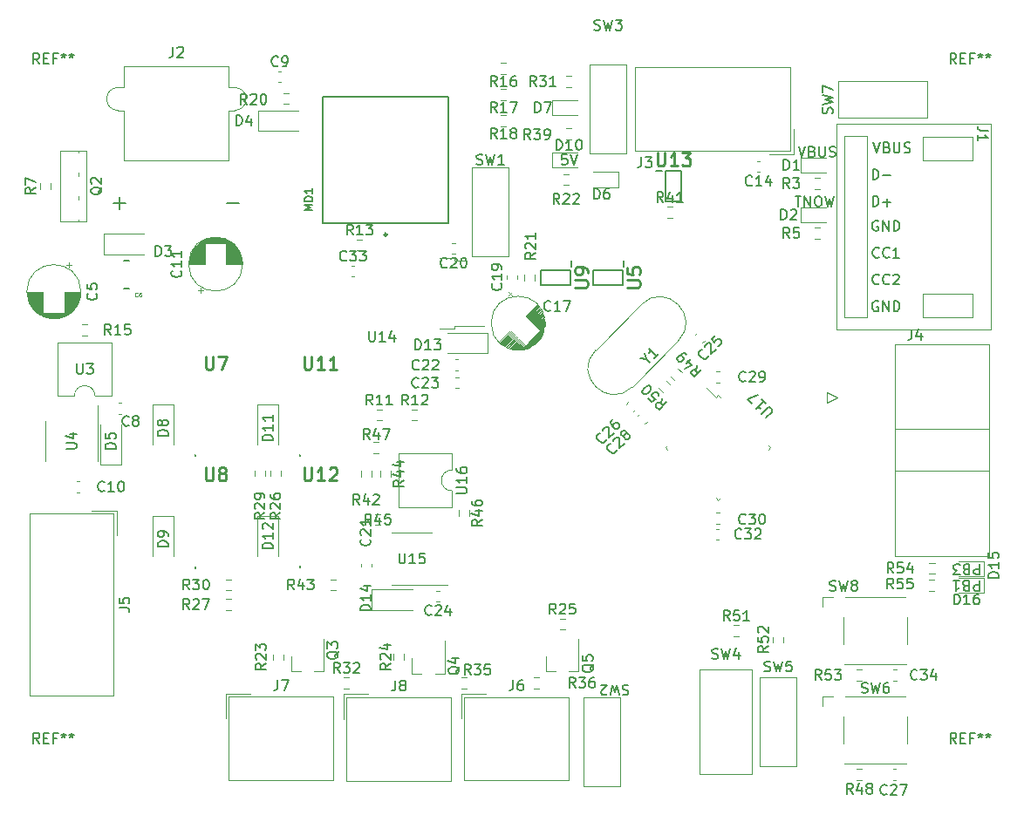
<source format=gbr>
%TF.GenerationSoftware,KiCad,Pcbnew,(6.0.7)*%
%TF.CreationDate,2023-06-24T17:20:50+09:00*%
%TF.ProjectId,motordriver,6d6f746f-7264-4726-9976-65722e6b6963,rev?*%
%TF.SameCoordinates,Original*%
%TF.FileFunction,Legend,Top*%
%TF.FilePolarity,Positive*%
%FSLAX46Y46*%
G04 Gerber Fmt 4.6, Leading zero omitted, Abs format (unit mm)*
G04 Created by KiCad (PCBNEW (6.0.7)) date 2023-06-24 17:20:50*
%MOMM*%
%LPD*%
G01*
G04 APERTURE LIST*
%ADD10C,0.150000*%
%ADD11C,0.098425*%
%ADD12C,0.254000*%
%ADD13C,0.120000*%
%ADD14C,0.127000*%
%ADD15C,0.200000*%
%ADD16C,0.250000*%
G04 APERTURE END LIST*
D10*
%TO.C,C21*%
X67032142Y-100337857D02*
X67079761Y-100385476D01*
X67127380Y-100528333D01*
X67127380Y-100623571D01*
X67079761Y-100766428D01*
X66984523Y-100861666D01*
X66889285Y-100909285D01*
X66698809Y-100956904D01*
X66555952Y-100956904D01*
X66365476Y-100909285D01*
X66270238Y-100861666D01*
X66175000Y-100766428D01*
X66127380Y-100623571D01*
X66127380Y-100528333D01*
X66175000Y-100385476D01*
X66222619Y-100337857D01*
X66222619Y-99956904D02*
X66175000Y-99909285D01*
X66127380Y-99814047D01*
X66127380Y-99575952D01*
X66175000Y-99480714D01*
X66222619Y-99433095D01*
X66317857Y-99385476D01*
X66413095Y-99385476D01*
X66555952Y-99433095D01*
X67127380Y-100004523D01*
X67127380Y-99385476D01*
X67127380Y-98433095D02*
X67127380Y-99004523D01*
X67127380Y-98718809D02*
X66127380Y-98718809D01*
X66270238Y-98814047D01*
X66365476Y-98909285D01*
X66413095Y-99004523D01*
%TO.C,R42*%
X66032142Y-96972380D02*
X65698809Y-96496190D01*
X65460714Y-96972380D02*
X65460714Y-95972380D01*
X65841666Y-95972380D01*
X65936904Y-96020000D01*
X65984523Y-96067619D01*
X66032142Y-96162857D01*
X66032142Y-96305714D01*
X65984523Y-96400952D01*
X65936904Y-96448571D01*
X65841666Y-96496190D01*
X65460714Y-96496190D01*
X66889285Y-96305714D02*
X66889285Y-96972380D01*
X66651190Y-95924761D02*
X66413095Y-96639047D01*
X67032142Y-96639047D01*
X67365476Y-96067619D02*
X67413095Y-96020000D01*
X67508333Y-95972380D01*
X67746428Y-95972380D01*
X67841666Y-96020000D01*
X67889285Y-96067619D01*
X67936904Y-96162857D01*
X67936904Y-96258095D01*
X67889285Y-96400952D01*
X67317857Y-96972380D01*
X67936904Y-96972380D01*
%TO.C,C8*%
X43648333Y-89257142D02*
X43600714Y-89304761D01*
X43457857Y-89352380D01*
X43362619Y-89352380D01*
X43219761Y-89304761D01*
X43124523Y-89209523D01*
X43076904Y-89114285D01*
X43029285Y-88923809D01*
X43029285Y-88780952D01*
X43076904Y-88590476D01*
X43124523Y-88495238D01*
X43219761Y-88400000D01*
X43362619Y-88352380D01*
X43457857Y-88352380D01*
X43600714Y-88400000D01*
X43648333Y-88447619D01*
X44219761Y-88780952D02*
X44124523Y-88733333D01*
X44076904Y-88685714D01*
X44029285Y-88590476D01*
X44029285Y-88542857D01*
X44076904Y-88447619D01*
X44124523Y-88400000D01*
X44219761Y-88352380D01*
X44410238Y-88352380D01*
X44505476Y-88400000D01*
X44553095Y-88447619D01*
X44600714Y-88542857D01*
X44600714Y-88590476D01*
X44553095Y-88685714D01*
X44505476Y-88733333D01*
X44410238Y-88780952D01*
X44219761Y-88780952D01*
X44124523Y-88828571D01*
X44076904Y-88876190D01*
X44029285Y-88971428D01*
X44029285Y-89161904D01*
X44076904Y-89257142D01*
X44124523Y-89304761D01*
X44219761Y-89352380D01*
X44410238Y-89352380D01*
X44505476Y-89304761D01*
X44553095Y-89257142D01*
X44600714Y-89161904D01*
X44600714Y-88971428D01*
X44553095Y-88876190D01*
X44505476Y-88828571D01*
X44410238Y-88780952D01*
%TO.C,D2*%
X106957904Y-69286380D02*
X106957904Y-68286380D01*
X107196000Y-68286380D01*
X107338857Y-68334000D01*
X107434095Y-68429238D01*
X107481714Y-68524476D01*
X107529333Y-68714952D01*
X107529333Y-68857809D01*
X107481714Y-69048285D01*
X107434095Y-69143523D01*
X107338857Y-69238761D01*
X107196000Y-69286380D01*
X106957904Y-69286380D01*
X107910285Y-68381619D02*
X107957904Y-68334000D01*
X108053142Y-68286380D01*
X108291238Y-68286380D01*
X108386476Y-68334000D01*
X108434095Y-68381619D01*
X108481714Y-68476857D01*
X108481714Y-68572095D01*
X108434095Y-68714952D01*
X107862666Y-69286380D01*
X108481714Y-69286380D01*
X108331238Y-67016380D02*
X108902666Y-67016380D01*
X108616952Y-68016380D02*
X108616952Y-67016380D01*
X109236000Y-68016380D02*
X109236000Y-67016380D01*
X109807428Y-68016380D01*
X109807428Y-67016380D01*
X110474095Y-67016380D02*
X110664571Y-67016380D01*
X110759809Y-67064000D01*
X110855047Y-67159238D01*
X110902666Y-67349714D01*
X110902666Y-67683047D01*
X110855047Y-67873523D01*
X110759809Y-67968761D01*
X110664571Y-68016380D01*
X110474095Y-68016380D01*
X110378857Y-67968761D01*
X110283619Y-67873523D01*
X110236000Y-67683047D01*
X110236000Y-67349714D01*
X110283619Y-67159238D01*
X110378857Y-67064000D01*
X110474095Y-67016380D01*
X111236000Y-67016380D02*
X111474095Y-68016380D01*
X111664571Y-67302095D01*
X111855047Y-68016380D01*
X112093142Y-67016380D01*
%TO.C,R27*%
X49522142Y-107132380D02*
X49188809Y-106656190D01*
X48950714Y-107132380D02*
X48950714Y-106132380D01*
X49331666Y-106132380D01*
X49426904Y-106180000D01*
X49474523Y-106227619D01*
X49522142Y-106322857D01*
X49522142Y-106465714D01*
X49474523Y-106560952D01*
X49426904Y-106608571D01*
X49331666Y-106656190D01*
X48950714Y-106656190D01*
X49903095Y-106227619D02*
X49950714Y-106180000D01*
X50045952Y-106132380D01*
X50284047Y-106132380D01*
X50379285Y-106180000D01*
X50426904Y-106227619D01*
X50474523Y-106322857D01*
X50474523Y-106418095D01*
X50426904Y-106560952D01*
X49855476Y-107132380D01*
X50474523Y-107132380D01*
X50807857Y-106132380D02*
X51474523Y-106132380D01*
X51045952Y-107132380D01*
%TO.C,SW3*%
X88836666Y-50846761D02*
X88979523Y-50894380D01*
X89217619Y-50894380D01*
X89312857Y-50846761D01*
X89360476Y-50799142D01*
X89408095Y-50703904D01*
X89408095Y-50608666D01*
X89360476Y-50513428D01*
X89312857Y-50465809D01*
X89217619Y-50418190D01*
X89027142Y-50370571D01*
X88931904Y-50322952D01*
X88884285Y-50275333D01*
X88836666Y-50180095D01*
X88836666Y-50084857D01*
X88884285Y-49989619D01*
X88931904Y-49942000D01*
X89027142Y-49894380D01*
X89265238Y-49894380D01*
X89408095Y-49942000D01*
X89741428Y-49894380D02*
X89979523Y-50894380D01*
X90170000Y-50180095D01*
X90360476Y-50894380D01*
X90598571Y-49894380D01*
X90884285Y-49894380D02*
X91503333Y-49894380D01*
X91170000Y-50275333D01*
X91312857Y-50275333D01*
X91408095Y-50322952D01*
X91455714Y-50370571D01*
X91503333Y-50465809D01*
X91503333Y-50703904D01*
X91455714Y-50799142D01*
X91408095Y-50846761D01*
X91312857Y-50894380D01*
X91027142Y-50894380D01*
X90931904Y-50846761D01*
X90884285Y-50799142D01*
D11*
%TO.C,C6*%
X44479993Y-76729844D02*
X44461245Y-76748592D01*
X44405002Y-76767339D01*
X44367507Y-76767339D01*
X44311264Y-76748592D01*
X44273768Y-76711096D01*
X44255021Y-76673601D01*
X44236273Y-76598610D01*
X44236273Y-76542367D01*
X44255021Y-76467377D01*
X44273768Y-76429881D01*
X44311264Y-76392386D01*
X44367507Y-76373638D01*
X44405002Y-76373638D01*
X44461245Y-76392386D01*
X44479993Y-76411134D01*
X44817451Y-76373638D02*
X44742460Y-76373638D01*
X44704965Y-76392386D01*
X44686217Y-76411134D01*
X44648722Y-76467377D01*
X44629974Y-76542367D01*
X44629974Y-76692349D01*
X44648722Y-76729844D01*
X44667469Y-76748592D01*
X44704965Y-76767339D01*
X44779955Y-76767339D01*
X44817451Y-76748592D01*
X44836198Y-76729844D01*
X44854946Y-76692349D01*
X44854946Y-76598610D01*
X44836198Y-76561115D01*
X44817451Y-76542367D01*
X44779955Y-76523620D01*
X44704965Y-76523620D01*
X44667469Y-76542367D01*
X44648722Y-76561115D01*
X44629974Y-76598610D01*
D12*
%TO.C,U5*%
X92014523Y-75897619D02*
X93042619Y-75897619D01*
X93163571Y-75837142D01*
X93224047Y-75776666D01*
X93284523Y-75655714D01*
X93284523Y-75413809D01*
X93224047Y-75292857D01*
X93163571Y-75232380D01*
X93042619Y-75171904D01*
X92014523Y-75171904D01*
X92014523Y-73962380D02*
X92014523Y-74567142D01*
X92619285Y-74627619D01*
X92558809Y-74567142D01*
X92498333Y-74446190D01*
X92498333Y-74143809D01*
X92558809Y-74022857D01*
X92619285Y-73962380D01*
X92740238Y-73901904D01*
X93042619Y-73901904D01*
X93163571Y-73962380D01*
X93224047Y-74022857D01*
X93284523Y-74143809D01*
X93284523Y-74446190D01*
X93224047Y-74567142D01*
X93163571Y-74627619D01*
D10*
%TO.C,REF\u002A\u002A*%
X123966666Y-120162380D02*
X123633333Y-119686190D01*
X123395238Y-120162380D02*
X123395238Y-119162380D01*
X123776190Y-119162380D01*
X123871428Y-119210000D01*
X123919047Y-119257619D01*
X123966666Y-119352857D01*
X123966666Y-119495714D01*
X123919047Y-119590952D01*
X123871428Y-119638571D01*
X123776190Y-119686190D01*
X123395238Y-119686190D01*
X124395238Y-119638571D02*
X124728571Y-119638571D01*
X124871428Y-120162380D02*
X124395238Y-120162380D01*
X124395238Y-119162380D01*
X124871428Y-119162380D01*
X125633333Y-119638571D02*
X125300000Y-119638571D01*
X125300000Y-120162380D02*
X125300000Y-119162380D01*
X125776190Y-119162380D01*
X126300000Y-119162380D02*
X126300000Y-119400476D01*
X126061904Y-119305238D02*
X126300000Y-119400476D01*
X126538095Y-119305238D01*
X126157142Y-119590952D02*
X126300000Y-119400476D01*
X126442857Y-119590952D01*
X127061904Y-119162380D02*
X127061904Y-119400476D01*
X126823809Y-119305238D02*
X127061904Y-119400476D01*
X127300000Y-119305238D01*
X126919047Y-119590952D02*
X127061904Y-119400476D01*
X127204761Y-119590952D01*
%TO.C,D9*%
X47442380Y-101068095D02*
X46442380Y-101068095D01*
X46442380Y-100830000D01*
X46490000Y-100687142D01*
X46585238Y-100591904D01*
X46680476Y-100544285D01*
X46870952Y-100496666D01*
X47013809Y-100496666D01*
X47204285Y-100544285D01*
X47299523Y-100591904D01*
X47394761Y-100687142D01*
X47442380Y-100830000D01*
X47442380Y-101068095D01*
X47442380Y-100020476D02*
X47442380Y-99830000D01*
X47394761Y-99734761D01*
X47347142Y-99687142D01*
X47204285Y-99591904D01*
X47013809Y-99544285D01*
X46632857Y-99544285D01*
X46537619Y-99591904D01*
X46490000Y-99639523D01*
X46442380Y-99734761D01*
X46442380Y-99925238D01*
X46490000Y-100020476D01*
X46537619Y-100068095D01*
X46632857Y-100115714D01*
X46870952Y-100115714D01*
X46966190Y-100068095D01*
X47013809Y-100020476D01*
X47061428Y-99925238D01*
X47061428Y-99734761D01*
X47013809Y-99639523D01*
X46966190Y-99591904D01*
X46870952Y-99544285D01*
%TO.C,C23*%
X71758292Y-85525317D02*
X71710673Y-85572936D01*
X71567816Y-85620555D01*
X71472578Y-85620555D01*
X71329721Y-85572936D01*
X71234483Y-85477698D01*
X71186864Y-85382460D01*
X71139245Y-85191984D01*
X71139245Y-85049127D01*
X71186864Y-84858651D01*
X71234483Y-84763413D01*
X71329721Y-84668175D01*
X71472578Y-84620555D01*
X71567816Y-84620555D01*
X71710673Y-84668175D01*
X71758292Y-84715794D01*
X72139245Y-84715794D02*
X72186864Y-84668175D01*
X72282102Y-84620555D01*
X72520197Y-84620555D01*
X72615435Y-84668175D01*
X72663054Y-84715794D01*
X72710673Y-84811032D01*
X72710673Y-84906270D01*
X72663054Y-85049127D01*
X72091626Y-85620555D01*
X72710673Y-85620555D01*
X73044007Y-84620555D02*
X73663054Y-84620555D01*
X73329721Y-85001508D01*
X73472578Y-85001508D01*
X73567816Y-85049127D01*
X73615435Y-85096746D01*
X73663054Y-85191984D01*
X73663054Y-85430079D01*
X73615435Y-85525317D01*
X73567816Y-85572936D01*
X73472578Y-85620555D01*
X73186864Y-85620555D01*
X73091626Y-85572936D01*
X73044007Y-85525317D01*
%TO.C,D3*%
X46251904Y-72842380D02*
X46251904Y-71842380D01*
X46490000Y-71842380D01*
X46632857Y-71890000D01*
X46728095Y-71985238D01*
X46775714Y-72080476D01*
X46823333Y-72270952D01*
X46823333Y-72413809D01*
X46775714Y-72604285D01*
X46728095Y-72699523D01*
X46632857Y-72794761D01*
X46490000Y-72842380D01*
X46251904Y-72842380D01*
X47156666Y-71842380D02*
X47775714Y-71842380D01*
X47442380Y-72223333D01*
X47585238Y-72223333D01*
X47680476Y-72270952D01*
X47728095Y-72318571D01*
X47775714Y-72413809D01*
X47775714Y-72651904D01*
X47728095Y-72747142D01*
X47680476Y-72794761D01*
X47585238Y-72842380D01*
X47299523Y-72842380D01*
X47204285Y-72794761D01*
X47156666Y-72747142D01*
%TO.C,C25*%
X99869132Y-82490269D02*
X99869132Y-82557613D01*
X99801788Y-82692300D01*
X99734445Y-82759643D01*
X99599758Y-82826987D01*
X99465071Y-82826987D01*
X99364056Y-82793315D01*
X99195697Y-82692300D01*
X99094682Y-82591285D01*
X98993666Y-82422926D01*
X98959995Y-82321911D01*
X98959995Y-82187224D01*
X99027338Y-82052537D01*
X99094682Y-81985193D01*
X99229369Y-81917850D01*
X99296712Y-81917850D01*
X99566086Y-81648475D02*
X99566086Y-81581132D01*
X99599758Y-81480117D01*
X99768117Y-81311758D01*
X99869132Y-81278086D01*
X99936475Y-81278086D01*
X100037491Y-81311758D01*
X100104834Y-81379101D01*
X100172178Y-81513788D01*
X100172178Y-82321911D01*
X100609911Y-81884178D01*
X100542567Y-80537308D02*
X100205850Y-80874025D01*
X100508895Y-81244414D01*
X100508895Y-81177071D01*
X100542567Y-81076056D01*
X100710926Y-80907697D01*
X100811941Y-80874025D01*
X100879285Y-80874025D01*
X100980300Y-80907697D01*
X101148659Y-81076056D01*
X101182330Y-81177071D01*
X101182330Y-81244414D01*
X101148659Y-81345430D01*
X100980300Y-81513788D01*
X100879285Y-81547460D01*
X100811941Y-81547460D01*
%TO.C,R22*%
X85439642Y-67762380D02*
X85106309Y-67286190D01*
X84868214Y-67762380D02*
X84868214Y-66762380D01*
X85249166Y-66762380D01*
X85344404Y-66810000D01*
X85392023Y-66857619D01*
X85439642Y-66952857D01*
X85439642Y-67095714D01*
X85392023Y-67190952D01*
X85344404Y-67238571D01*
X85249166Y-67286190D01*
X84868214Y-67286190D01*
X85820595Y-66857619D02*
X85868214Y-66810000D01*
X85963452Y-66762380D01*
X86201547Y-66762380D01*
X86296785Y-66810000D01*
X86344404Y-66857619D01*
X86392023Y-66952857D01*
X86392023Y-67048095D01*
X86344404Y-67190952D01*
X85772976Y-67762380D01*
X86392023Y-67762380D01*
X86772976Y-66857619D02*
X86820595Y-66810000D01*
X86915833Y-66762380D01*
X87153928Y-66762380D01*
X87249166Y-66810000D01*
X87296785Y-66857619D01*
X87344404Y-66952857D01*
X87344404Y-67048095D01*
X87296785Y-67190952D01*
X86725357Y-67762380D01*
X87344404Y-67762380D01*
D12*
%TO.C,U8*%
X51102380Y-93369523D02*
X51102380Y-94397619D01*
X51162857Y-94518571D01*
X51223333Y-94579047D01*
X51344285Y-94639523D01*
X51586190Y-94639523D01*
X51707142Y-94579047D01*
X51767619Y-94518571D01*
X51828095Y-94397619D01*
X51828095Y-93369523D01*
X52614285Y-93913809D02*
X52493333Y-93853333D01*
X52432857Y-93792857D01*
X52372380Y-93671904D01*
X52372380Y-93611428D01*
X52432857Y-93490476D01*
X52493333Y-93430000D01*
X52614285Y-93369523D01*
X52856190Y-93369523D01*
X52977142Y-93430000D01*
X53037619Y-93490476D01*
X53098095Y-93611428D01*
X53098095Y-93671904D01*
X53037619Y-93792857D01*
X52977142Y-93853333D01*
X52856190Y-93913809D01*
X52614285Y-93913809D01*
X52493333Y-93974285D01*
X52432857Y-94034761D01*
X52372380Y-94155714D01*
X52372380Y-94397619D01*
X52432857Y-94518571D01*
X52493333Y-94579047D01*
X52614285Y-94639523D01*
X52856190Y-94639523D01*
X52977142Y-94579047D01*
X53037619Y-94518571D01*
X53098095Y-94397619D01*
X53098095Y-94155714D01*
X53037619Y-94034761D01*
X52977142Y-93974285D01*
X52856190Y-93913809D01*
D10*
%TO.C,Y1*%
X93880446Y-82869881D02*
X94217164Y-83206599D01*
X93274355Y-82735194D02*
X93880446Y-82869881D01*
X93745759Y-82263790D01*
X95058957Y-82364805D02*
X94654896Y-82768866D01*
X94856927Y-82566835D02*
X94149820Y-81859729D01*
X94183492Y-82028087D01*
X94183492Y-82162774D01*
X94149820Y-82263790D01*
%TO.C,U3*%
X38598095Y-83272380D02*
X38598095Y-84081904D01*
X38645714Y-84177142D01*
X38693333Y-84224761D01*
X38788571Y-84272380D01*
X38979047Y-84272380D01*
X39074285Y-84224761D01*
X39121904Y-84177142D01*
X39169523Y-84081904D01*
X39169523Y-83272380D01*
X39550476Y-83272380D02*
X40169523Y-83272380D01*
X39836190Y-83653333D01*
X39979047Y-83653333D01*
X40074285Y-83700952D01*
X40121904Y-83748571D01*
X40169523Y-83843809D01*
X40169523Y-84081904D01*
X40121904Y-84177142D01*
X40074285Y-84224761D01*
X39979047Y-84272380D01*
X39693333Y-84272380D01*
X39598095Y-84224761D01*
X39550476Y-84177142D01*
%TO.C,R53*%
X110863142Y-113990380D02*
X110529809Y-113514190D01*
X110291714Y-113990380D02*
X110291714Y-112990380D01*
X110672666Y-112990380D01*
X110767904Y-113038000D01*
X110815523Y-113085619D01*
X110863142Y-113180857D01*
X110863142Y-113323714D01*
X110815523Y-113418952D01*
X110767904Y-113466571D01*
X110672666Y-113514190D01*
X110291714Y-113514190D01*
X111767904Y-112990380D02*
X111291714Y-112990380D01*
X111244095Y-113466571D01*
X111291714Y-113418952D01*
X111386952Y-113371333D01*
X111625047Y-113371333D01*
X111720285Y-113418952D01*
X111767904Y-113466571D01*
X111815523Y-113561809D01*
X111815523Y-113799904D01*
X111767904Y-113895142D01*
X111720285Y-113942761D01*
X111625047Y-113990380D01*
X111386952Y-113990380D01*
X111291714Y-113942761D01*
X111244095Y-113895142D01*
X112148857Y-112990380D02*
X112767904Y-112990380D01*
X112434571Y-113371333D01*
X112577428Y-113371333D01*
X112672666Y-113418952D01*
X112720285Y-113466571D01*
X112767904Y-113561809D01*
X112767904Y-113799904D01*
X112720285Y-113895142D01*
X112672666Y-113942761D01*
X112577428Y-113990380D01*
X112291714Y-113990380D01*
X112196476Y-113942761D01*
X112148857Y-113895142D01*
%TO.C,C10*%
X41267141Y-95607142D02*
X41219522Y-95654761D01*
X41076665Y-95702380D01*
X40981427Y-95702380D01*
X40838570Y-95654761D01*
X40743332Y-95559523D01*
X40695713Y-95464285D01*
X40648094Y-95273809D01*
X40648094Y-95130952D01*
X40695713Y-94940476D01*
X40743332Y-94845238D01*
X40838570Y-94750000D01*
X40981427Y-94702380D01*
X41076665Y-94702380D01*
X41219522Y-94750000D01*
X41267141Y-94797619D01*
X42219522Y-95702380D02*
X41648094Y-95702380D01*
X41933808Y-95702380D02*
X41933808Y-94702380D01*
X41838570Y-94845238D01*
X41743332Y-94940476D01*
X41648094Y-94988095D01*
X42838570Y-94702380D02*
X42933808Y-94702380D01*
X43029046Y-94750000D01*
X43076665Y-94797619D01*
X43124284Y-94892857D01*
X43171903Y-95083333D01*
X43171903Y-95321428D01*
X43124284Y-95511904D01*
X43076665Y-95607142D01*
X43029046Y-95654761D01*
X42933808Y-95702380D01*
X42838570Y-95702380D01*
X42743332Y-95654761D01*
X42695713Y-95607142D01*
X42648094Y-95511904D01*
X42600475Y-95321428D01*
X42600475Y-95083333D01*
X42648094Y-94892857D01*
X42695713Y-94797619D01*
X42743332Y-94750000D01*
X42838570Y-94702380D01*
%TO.C,SW4*%
X100266666Y-111910761D02*
X100409523Y-111958380D01*
X100647619Y-111958380D01*
X100742857Y-111910761D01*
X100790476Y-111863142D01*
X100838095Y-111767904D01*
X100838095Y-111672666D01*
X100790476Y-111577428D01*
X100742857Y-111529809D01*
X100647619Y-111482190D01*
X100457142Y-111434571D01*
X100361904Y-111386952D01*
X100314285Y-111339333D01*
X100266666Y-111244095D01*
X100266666Y-111148857D01*
X100314285Y-111053619D01*
X100361904Y-111006000D01*
X100457142Y-110958380D01*
X100695238Y-110958380D01*
X100838095Y-111006000D01*
X101171428Y-110958380D02*
X101409523Y-111958380D01*
X101600000Y-111244095D01*
X101790476Y-111958380D01*
X102028571Y-110958380D01*
X102838095Y-111291714D02*
X102838095Y-111958380D01*
X102600000Y-110910761D02*
X102361904Y-111625047D01*
X102980952Y-111625047D01*
%TO.C,SW6*%
X114776666Y-115212761D02*
X114919523Y-115260380D01*
X115157619Y-115260380D01*
X115252857Y-115212761D01*
X115300476Y-115165142D01*
X115348095Y-115069904D01*
X115348095Y-114974666D01*
X115300476Y-114879428D01*
X115252857Y-114831809D01*
X115157619Y-114784190D01*
X114967142Y-114736571D01*
X114871904Y-114688952D01*
X114824285Y-114641333D01*
X114776666Y-114546095D01*
X114776666Y-114450857D01*
X114824285Y-114355619D01*
X114871904Y-114308000D01*
X114967142Y-114260380D01*
X115205238Y-114260380D01*
X115348095Y-114308000D01*
X115681428Y-114260380D02*
X115919523Y-115260380D01*
X116110000Y-114546095D01*
X116300476Y-115260380D01*
X116538571Y-114260380D01*
X117348095Y-114260380D02*
X117157619Y-114260380D01*
X117062380Y-114308000D01*
X117014761Y-114355619D01*
X116919523Y-114498476D01*
X116871904Y-114688952D01*
X116871904Y-115069904D01*
X116919523Y-115165142D01*
X116967142Y-115212761D01*
X117062380Y-115260380D01*
X117252857Y-115260380D01*
X117348095Y-115212761D01*
X117395714Y-115165142D01*
X117443333Y-115069904D01*
X117443333Y-114831809D01*
X117395714Y-114736571D01*
X117348095Y-114688952D01*
X117252857Y-114641333D01*
X117062380Y-114641333D01*
X116967142Y-114688952D01*
X116919523Y-114736571D01*
X116871904Y-114831809D01*
%TO.C,J3*%
X93392666Y-63206380D02*
X93392666Y-63920666D01*
X93345047Y-64063523D01*
X93249809Y-64158761D01*
X93106952Y-64206380D01*
X93011714Y-64206380D01*
X93773619Y-63206380D02*
X94392666Y-63206380D01*
X94059333Y-63587333D01*
X94202190Y-63587333D01*
X94297428Y-63634952D01*
X94345047Y-63682571D01*
X94392666Y-63777809D01*
X94392666Y-64015904D01*
X94345047Y-64111142D01*
X94297428Y-64158761D01*
X94202190Y-64206380D01*
X93916476Y-64206380D01*
X93821238Y-64158761D01*
X93773619Y-64111142D01*
D12*
%TO.C,U9*%
X86934523Y-75897619D02*
X87962619Y-75897619D01*
X88083571Y-75837142D01*
X88144047Y-75776666D01*
X88204523Y-75655714D01*
X88204523Y-75413809D01*
X88144047Y-75292857D01*
X88083571Y-75232380D01*
X87962619Y-75171904D01*
X86934523Y-75171904D01*
X88204523Y-74506666D02*
X88204523Y-74264761D01*
X88144047Y-74143809D01*
X88083571Y-74083333D01*
X87902142Y-73962380D01*
X87660238Y-73901904D01*
X87176428Y-73901904D01*
X87055476Y-73962380D01*
X86995000Y-74022857D01*
X86934523Y-74143809D01*
X86934523Y-74385714D01*
X86995000Y-74506666D01*
X87055476Y-74567142D01*
X87176428Y-74627619D01*
X87478809Y-74627619D01*
X87599761Y-74567142D01*
X87660238Y-74506666D01*
X87720714Y-74385714D01*
X87720714Y-74143809D01*
X87660238Y-74022857D01*
X87599761Y-73962380D01*
X87478809Y-73901904D01*
D10*
%TO.C,R25*%
X85082142Y-107607380D02*
X84748809Y-107131190D01*
X84510714Y-107607380D02*
X84510714Y-106607380D01*
X84891666Y-106607380D01*
X84986904Y-106655000D01*
X85034523Y-106702619D01*
X85082142Y-106797857D01*
X85082142Y-106940714D01*
X85034523Y-107035952D01*
X84986904Y-107083571D01*
X84891666Y-107131190D01*
X84510714Y-107131190D01*
X85463095Y-106702619D02*
X85510714Y-106655000D01*
X85605952Y-106607380D01*
X85844047Y-106607380D01*
X85939285Y-106655000D01*
X85986904Y-106702619D01*
X86034523Y-106797857D01*
X86034523Y-106893095D01*
X85986904Y-107035952D01*
X85415476Y-107607380D01*
X86034523Y-107607380D01*
X86939285Y-106607380D02*
X86463095Y-106607380D01*
X86415476Y-107083571D01*
X86463095Y-107035952D01*
X86558333Y-106988333D01*
X86796428Y-106988333D01*
X86891666Y-107035952D01*
X86939285Y-107083571D01*
X86986904Y-107178809D01*
X86986904Y-107416904D01*
X86939285Y-107512142D01*
X86891666Y-107559761D01*
X86796428Y-107607380D01*
X86558333Y-107607380D01*
X86463095Y-107559761D01*
X86415476Y-107512142D01*
%TO.C,C9*%
X58130791Y-54326095D02*
X58083172Y-54373714D01*
X57940315Y-54421333D01*
X57845077Y-54421333D01*
X57702219Y-54373714D01*
X57606981Y-54278476D01*
X57559362Y-54183238D01*
X57511743Y-53992762D01*
X57511743Y-53849905D01*
X57559362Y-53659429D01*
X57606981Y-53564191D01*
X57702219Y-53468953D01*
X57845077Y-53421333D01*
X57940315Y-53421333D01*
X58083172Y-53468953D01*
X58130791Y-53516572D01*
X58606981Y-54421333D02*
X58797458Y-54421333D01*
X58892696Y-54373714D01*
X58940315Y-54326095D01*
X59035553Y-54183238D01*
X59083172Y-53992762D01*
X59083172Y-53611810D01*
X59035553Y-53516572D01*
X58987934Y-53468953D01*
X58892696Y-53421333D01*
X58702219Y-53421333D01*
X58606981Y-53468953D01*
X58559362Y-53516572D01*
X58511743Y-53611810D01*
X58511743Y-53849905D01*
X58559362Y-53945143D01*
X58606981Y-53992762D01*
X58702219Y-54040381D01*
X58892696Y-54040381D01*
X58987934Y-53992762D01*
X59035553Y-53945143D01*
X59083172Y-53849905D01*
D12*
%TO.C,U11*%
X60657619Y-82574523D02*
X60657619Y-83602619D01*
X60718095Y-83723571D01*
X60778571Y-83784047D01*
X60899523Y-83844523D01*
X61141428Y-83844523D01*
X61262380Y-83784047D01*
X61322857Y-83723571D01*
X61383333Y-83602619D01*
X61383333Y-82574523D01*
X62653333Y-83844523D02*
X61927619Y-83844523D01*
X62290476Y-83844523D02*
X62290476Y-82574523D01*
X62169523Y-82755952D01*
X62048571Y-82876904D01*
X61927619Y-82937380D01*
X63862857Y-83844523D02*
X63137142Y-83844523D01*
X63500000Y-83844523D02*
X63500000Y-82574523D01*
X63379047Y-82755952D01*
X63258095Y-82876904D01*
X63137142Y-82937380D01*
D10*
%TO.C,R15*%
X41902142Y-80462380D02*
X41568809Y-79986190D01*
X41330714Y-80462380D02*
X41330714Y-79462380D01*
X41711666Y-79462380D01*
X41806904Y-79510000D01*
X41854523Y-79557619D01*
X41902142Y-79652857D01*
X41902142Y-79795714D01*
X41854523Y-79890952D01*
X41806904Y-79938571D01*
X41711666Y-79986190D01*
X41330714Y-79986190D01*
X42854523Y-80462380D02*
X42283095Y-80462380D01*
X42568809Y-80462380D02*
X42568809Y-79462380D01*
X42473571Y-79605238D01*
X42378333Y-79700476D01*
X42283095Y-79748095D01*
X43759285Y-79462380D02*
X43283095Y-79462380D01*
X43235476Y-79938571D01*
X43283095Y-79890952D01*
X43378333Y-79843333D01*
X43616428Y-79843333D01*
X43711666Y-79890952D01*
X43759285Y-79938571D01*
X43806904Y-80033809D01*
X43806904Y-80271904D01*
X43759285Y-80367142D01*
X43711666Y-80414761D01*
X43616428Y-80462380D01*
X43378333Y-80462380D01*
X43283095Y-80414761D01*
X43235476Y-80367142D01*
%TO.C,J7*%
X58086666Y-114012380D02*
X58086666Y-114726666D01*
X58039047Y-114869523D01*
X57943809Y-114964761D01*
X57800952Y-115012380D01*
X57705714Y-115012380D01*
X58467619Y-114012380D02*
X59134285Y-114012380D01*
X58705714Y-115012380D01*
%TO.C,C22*%
X71793110Y-83795134D02*
X71745491Y-83842753D01*
X71602634Y-83890372D01*
X71507396Y-83890372D01*
X71364539Y-83842753D01*
X71269301Y-83747515D01*
X71221682Y-83652277D01*
X71174063Y-83461801D01*
X71174063Y-83318944D01*
X71221682Y-83128468D01*
X71269301Y-83033230D01*
X71364539Y-82937992D01*
X71507396Y-82890372D01*
X71602634Y-82890372D01*
X71745491Y-82937992D01*
X71793110Y-82985611D01*
X72174063Y-82985611D02*
X72221682Y-82937992D01*
X72316920Y-82890372D01*
X72555015Y-82890372D01*
X72650253Y-82937992D01*
X72697872Y-82985611D01*
X72745491Y-83080849D01*
X72745491Y-83176087D01*
X72697872Y-83318944D01*
X72126444Y-83890372D01*
X72745491Y-83890372D01*
X73126444Y-82985611D02*
X73174063Y-82937992D01*
X73269301Y-82890372D01*
X73507396Y-82890372D01*
X73602634Y-82937992D01*
X73650253Y-82985611D01*
X73697872Y-83080849D01*
X73697872Y-83176087D01*
X73650253Y-83318944D01*
X73078825Y-83890372D01*
X73697872Y-83890372D01*
%TO.C,R50*%
X95414211Y-86623953D02*
X95313196Y-87196372D01*
X95818272Y-87028014D02*
X95111165Y-87735120D01*
X94841791Y-87465746D01*
X94808119Y-87364731D01*
X94808119Y-87297388D01*
X94841791Y-87196372D01*
X94942806Y-87095357D01*
X95043822Y-87061685D01*
X95111165Y-87061685D01*
X95212180Y-87095357D01*
X95481554Y-87364731D01*
X94067341Y-86691296D02*
X94404058Y-87028014D01*
X94774448Y-86724968D01*
X94707104Y-86724968D01*
X94606089Y-86691296D01*
X94437730Y-86522937D01*
X94404058Y-86421922D01*
X94404058Y-86354578D01*
X94437730Y-86253563D01*
X94606089Y-86085204D01*
X94707104Y-86051533D01*
X94774448Y-86051533D01*
X94875463Y-86085204D01*
X95043822Y-86253563D01*
X95077493Y-86354578D01*
X95077493Y-86421922D01*
X93595936Y-86219891D02*
X93528593Y-86152548D01*
X93494921Y-86051533D01*
X93494921Y-85984189D01*
X93528593Y-85883174D01*
X93629608Y-85714815D01*
X93797967Y-85546456D01*
X93966325Y-85445441D01*
X94067341Y-85411769D01*
X94134684Y-85411769D01*
X94235699Y-85445441D01*
X94303043Y-85512785D01*
X94336715Y-85613800D01*
X94336715Y-85681143D01*
X94303043Y-85782159D01*
X94202028Y-85950517D01*
X94033669Y-86118876D01*
X93865310Y-86219891D01*
X93764295Y-86253563D01*
X93696951Y-86253563D01*
X93595936Y-86219891D01*
%TO.C,R30*%
X49522142Y-105227380D02*
X49188809Y-104751190D01*
X48950714Y-105227380D02*
X48950714Y-104227380D01*
X49331666Y-104227380D01*
X49426904Y-104275000D01*
X49474523Y-104322619D01*
X49522142Y-104417857D01*
X49522142Y-104560714D01*
X49474523Y-104655952D01*
X49426904Y-104703571D01*
X49331666Y-104751190D01*
X48950714Y-104751190D01*
X49855476Y-104227380D02*
X50474523Y-104227380D01*
X50141190Y-104608333D01*
X50284047Y-104608333D01*
X50379285Y-104655952D01*
X50426904Y-104703571D01*
X50474523Y-104798809D01*
X50474523Y-105036904D01*
X50426904Y-105132142D01*
X50379285Y-105179761D01*
X50284047Y-105227380D01*
X49998333Y-105227380D01*
X49903095Y-105179761D01*
X49855476Y-105132142D01*
X51093571Y-104227380D02*
X51188809Y-104227380D01*
X51284047Y-104275000D01*
X51331666Y-104322619D01*
X51379285Y-104417857D01*
X51426904Y-104608333D01*
X51426904Y-104846428D01*
X51379285Y-105036904D01*
X51331666Y-105132142D01*
X51284047Y-105179761D01*
X51188809Y-105227380D01*
X51093571Y-105227380D01*
X50998333Y-105179761D01*
X50950714Y-105132142D01*
X50903095Y-105036904D01*
X50855476Y-104846428D01*
X50855476Y-104608333D01*
X50903095Y-104417857D01*
X50950714Y-104322619D01*
X50998333Y-104275000D01*
X51093571Y-104227380D01*
%TO.C,C19*%
X79755135Y-75512546D02*
X79802754Y-75560165D01*
X79850373Y-75703022D01*
X79850373Y-75798260D01*
X79802754Y-75941117D01*
X79707516Y-76036355D01*
X79612278Y-76083974D01*
X79421802Y-76131593D01*
X79278945Y-76131593D01*
X79088469Y-76083974D01*
X78993231Y-76036355D01*
X78897993Y-75941117D01*
X78850373Y-75798260D01*
X78850373Y-75703022D01*
X78897993Y-75560165D01*
X78945612Y-75512546D01*
X79850373Y-74560165D02*
X79850373Y-75131593D01*
X79850373Y-74845879D02*
X78850373Y-74845879D01*
X78993231Y-74941117D01*
X79088469Y-75036355D01*
X79136088Y-75131593D01*
X79850373Y-74083974D02*
X79850373Y-73893498D01*
X79802754Y-73798260D01*
X79755135Y-73750641D01*
X79612278Y-73655403D01*
X79421802Y-73607784D01*
X79040850Y-73607784D01*
X78945612Y-73655403D01*
X78897993Y-73703022D01*
X78850373Y-73798260D01*
X78850373Y-73988736D01*
X78897993Y-74083974D01*
X78945612Y-74131593D01*
X79040850Y-74179212D01*
X79278945Y-74179212D01*
X79374183Y-74131593D01*
X79421802Y-74083974D01*
X79469421Y-73988736D01*
X79469421Y-73798260D01*
X79421802Y-73703022D01*
X79374183Y-73655403D01*
X79278945Y-73607784D01*
%TO.C,C29*%
X103497142Y-84939142D02*
X103449523Y-84986761D01*
X103306666Y-85034380D01*
X103211428Y-85034380D01*
X103068571Y-84986761D01*
X102973333Y-84891523D01*
X102925714Y-84796285D01*
X102878095Y-84605809D01*
X102878095Y-84462952D01*
X102925714Y-84272476D01*
X102973333Y-84177238D01*
X103068571Y-84082000D01*
X103211428Y-84034380D01*
X103306666Y-84034380D01*
X103449523Y-84082000D01*
X103497142Y-84129619D01*
X103878095Y-84129619D02*
X103925714Y-84082000D01*
X104020952Y-84034380D01*
X104259047Y-84034380D01*
X104354285Y-84082000D01*
X104401904Y-84129619D01*
X104449523Y-84224857D01*
X104449523Y-84320095D01*
X104401904Y-84462952D01*
X103830476Y-85034380D01*
X104449523Y-85034380D01*
X104925714Y-85034380D02*
X105116190Y-85034380D01*
X105211428Y-84986761D01*
X105259047Y-84939142D01*
X105354285Y-84796285D01*
X105401904Y-84605809D01*
X105401904Y-84224857D01*
X105354285Y-84129619D01*
X105306666Y-84082000D01*
X105211428Y-84034380D01*
X105020952Y-84034380D01*
X104925714Y-84082000D01*
X104878095Y-84129619D01*
X104830476Y-84224857D01*
X104830476Y-84462952D01*
X104878095Y-84558190D01*
X104925714Y-84605809D01*
X105020952Y-84653428D01*
X105211428Y-84653428D01*
X105306666Y-84605809D01*
X105354285Y-84558190D01*
X105401904Y-84462952D01*
%TO.C,R21*%
X83120189Y-72505951D02*
X82643999Y-72839284D01*
X83120189Y-73077379D02*
X82120189Y-73077379D01*
X82120189Y-72696427D01*
X82167809Y-72601189D01*
X82215428Y-72553570D01*
X82310666Y-72505951D01*
X82453523Y-72505951D01*
X82548761Y-72553570D01*
X82596380Y-72601189D01*
X82643999Y-72696427D01*
X82643999Y-73077379D01*
X82215428Y-72124998D02*
X82167809Y-72077379D01*
X82120189Y-71982141D01*
X82120189Y-71744046D01*
X82167809Y-71648808D01*
X82215428Y-71601189D01*
X82310666Y-71553570D01*
X82405904Y-71553570D01*
X82548761Y-71601189D01*
X83120189Y-72172617D01*
X83120189Y-71553570D01*
X83120189Y-70601189D02*
X83120189Y-71172617D01*
X83120189Y-70886903D02*
X82120189Y-70886903D01*
X82263047Y-70982141D01*
X82358285Y-71077379D01*
X82405904Y-71172617D01*
%TO.C,D4*%
X54078851Y-60152452D02*
X54078851Y-59152452D01*
X54316947Y-59152452D01*
X54459804Y-59200072D01*
X54555042Y-59295310D01*
X54602661Y-59390548D01*
X54650280Y-59581024D01*
X54650280Y-59723881D01*
X54602661Y-59914357D01*
X54555042Y-60009595D01*
X54459804Y-60104833D01*
X54316947Y-60152452D01*
X54078851Y-60152452D01*
X55507423Y-59485786D02*
X55507423Y-60152452D01*
X55269327Y-59104833D02*
X55031232Y-59819119D01*
X55650280Y-59819119D01*
%TO.C,D16*%
X123748220Y-106673348D02*
X123748220Y-105673348D01*
X123986315Y-105673348D01*
X124129172Y-105720968D01*
X124224410Y-105816206D01*
X124272029Y-105911444D01*
X124319648Y-106101920D01*
X124319648Y-106244777D01*
X124272029Y-106435253D01*
X124224410Y-106530491D01*
X124129172Y-106625729D01*
X123986315Y-106673348D01*
X123748220Y-106673348D01*
X125272029Y-106673348D02*
X124700601Y-106673348D01*
X124986315Y-106673348D02*
X124986315Y-105673348D01*
X124891077Y-105816206D01*
X124795839Y-105911444D01*
X124700601Y-105959063D01*
X126129172Y-105673348D02*
X125938696Y-105673348D01*
X125843458Y-105720968D01*
X125795839Y-105768587D01*
X125700601Y-105911444D01*
X125652982Y-106101920D01*
X125652982Y-106482872D01*
X125700601Y-106578110D01*
X125748220Y-106625729D01*
X125843458Y-106673348D01*
X126033934Y-106673348D01*
X126129172Y-106625729D01*
X126176791Y-106578110D01*
X126224410Y-106482872D01*
X126224410Y-106244777D01*
X126176791Y-106149539D01*
X126129172Y-106101920D01*
X126033934Y-106054301D01*
X125843458Y-106054301D01*
X125748220Y-106101920D01*
X125700601Y-106149539D01*
X125652982Y-106244777D01*
X126200601Y-104338587D02*
X126200601Y-105338587D01*
X125819648Y-105338587D01*
X125724410Y-105290968D01*
X125676791Y-105243348D01*
X125629172Y-105148110D01*
X125629172Y-105005253D01*
X125676791Y-104910015D01*
X125724410Y-104862396D01*
X125819648Y-104814777D01*
X126200601Y-104814777D01*
X124867267Y-104862396D02*
X124724410Y-104814777D01*
X124676791Y-104767158D01*
X124629172Y-104671920D01*
X124629172Y-104529063D01*
X124676791Y-104433825D01*
X124724410Y-104386206D01*
X124819648Y-104338587D01*
X125200601Y-104338587D01*
X125200601Y-105338587D01*
X124867267Y-105338587D01*
X124772029Y-105290968D01*
X124724410Y-105243348D01*
X124676791Y-105148110D01*
X124676791Y-105052872D01*
X124724410Y-104957634D01*
X124772029Y-104910015D01*
X124867267Y-104862396D01*
X125200601Y-104862396D01*
X123676791Y-104338587D02*
X124248220Y-104338587D01*
X123962506Y-104338587D02*
X123962506Y-105338587D01*
X124057744Y-105195729D01*
X124152982Y-105100491D01*
X124248220Y-105052872D01*
%TO.C,Q5*%
X88772619Y-112490238D02*
X88725000Y-112585476D01*
X88629761Y-112680714D01*
X88486904Y-112823571D01*
X88439285Y-112918809D01*
X88439285Y-113014047D01*
X88677380Y-112966428D02*
X88629761Y-113061666D01*
X88534523Y-113156904D01*
X88344047Y-113204523D01*
X88010714Y-113204523D01*
X87820238Y-113156904D01*
X87725000Y-113061666D01*
X87677380Y-112966428D01*
X87677380Y-112775952D01*
X87725000Y-112680714D01*
X87820238Y-112585476D01*
X88010714Y-112537857D01*
X88344047Y-112537857D01*
X88534523Y-112585476D01*
X88629761Y-112680714D01*
X88677380Y-112775952D01*
X88677380Y-112966428D01*
X87677380Y-111633095D02*
X87677380Y-112109285D01*
X88153571Y-112156904D01*
X88105952Y-112109285D01*
X88058333Y-112014047D01*
X88058333Y-111775952D01*
X88105952Y-111680714D01*
X88153571Y-111633095D01*
X88248809Y-111585476D01*
X88486904Y-111585476D01*
X88582142Y-111633095D01*
X88629761Y-111680714D01*
X88677380Y-111775952D01*
X88677380Y-112014047D01*
X88629761Y-112109285D01*
X88582142Y-112156904D01*
%TO.C,R29*%
X56836686Y-97769560D02*
X56360496Y-98102893D01*
X56836686Y-98340988D02*
X55836686Y-98340988D01*
X55836686Y-97960036D01*
X55884306Y-97864798D01*
X55931925Y-97817179D01*
X56027163Y-97769560D01*
X56170020Y-97769560D01*
X56265258Y-97817179D01*
X56312877Y-97864798D01*
X56360496Y-97960036D01*
X56360496Y-98340988D01*
X55931925Y-97388607D02*
X55884306Y-97340988D01*
X55836686Y-97245750D01*
X55836686Y-97007655D01*
X55884306Y-96912417D01*
X55931925Y-96864798D01*
X56027163Y-96817179D01*
X56122401Y-96817179D01*
X56265258Y-96864798D01*
X56836686Y-97436226D01*
X56836686Y-96817179D01*
X56836686Y-96340988D02*
X56836686Y-96150512D01*
X56789067Y-96055274D01*
X56741448Y-96007655D01*
X56598591Y-95912417D01*
X56408115Y-95864798D01*
X56027163Y-95864798D01*
X55931925Y-95912417D01*
X55884306Y-95960036D01*
X55836686Y-96055274D01*
X55836686Y-96245750D01*
X55884306Y-96340988D01*
X55931925Y-96388607D01*
X56027163Y-96436226D01*
X56265258Y-96436226D01*
X56360496Y-96388607D01*
X56408115Y-96340988D01*
X56455734Y-96245750D01*
X56455734Y-96055274D01*
X56408115Y-95960036D01*
X56360496Y-95912417D01*
X56265258Y-95864798D01*
%TO.C,R45*%
X67149165Y-98895673D02*
X66815832Y-98419483D01*
X66577737Y-98895673D02*
X66577737Y-97895673D01*
X66958689Y-97895673D01*
X67053927Y-97943293D01*
X67101546Y-97990912D01*
X67149165Y-98086150D01*
X67149165Y-98229007D01*
X67101546Y-98324245D01*
X67053927Y-98371864D01*
X66958689Y-98419483D01*
X66577737Y-98419483D01*
X68006308Y-98229007D02*
X68006308Y-98895673D01*
X67768213Y-97848054D02*
X67530118Y-98562340D01*
X68149165Y-98562340D01*
X69006308Y-97895673D02*
X68530118Y-97895673D01*
X68482499Y-98371864D01*
X68530118Y-98324245D01*
X68625356Y-98276626D01*
X68863451Y-98276626D01*
X68958689Y-98324245D01*
X69006308Y-98371864D01*
X69053927Y-98467102D01*
X69053927Y-98705197D01*
X69006308Y-98800435D01*
X68958689Y-98848054D01*
X68863451Y-98895673D01*
X68625356Y-98895673D01*
X68530118Y-98848054D01*
X68482499Y-98800435D01*
%TO.C,C20*%
X74531575Y-73901247D02*
X74483956Y-73948866D01*
X74341099Y-73996485D01*
X74245861Y-73996485D01*
X74103004Y-73948866D01*
X74007766Y-73853628D01*
X73960147Y-73758390D01*
X73912528Y-73567914D01*
X73912528Y-73425057D01*
X73960147Y-73234581D01*
X74007766Y-73139343D01*
X74103004Y-73044105D01*
X74245861Y-72996485D01*
X74341099Y-72996485D01*
X74483956Y-73044105D01*
X74531575Y-73091724D01*
X74912528Y-73091724D02*
X74960147Y-73044105D01*
X75055385Y-72996485D01*
X75293480Y-72996485D01*
X75388718Y-73044105D01*
X75436337Y-73091724D01*
X75483956Y-73186962D01*
X75483956Y-73282200D01*
X75436337Y-73425057D01*
X74864909Y-73996485D01*
X75483956Y-73996485D01*
X76103004Y-72996485D02*
X76198242Y-72996485D01*
X76293480Y-73044105D01*
X76341099Y-73091724D01*
X76388718Y-73186962D01*
X76436337Y-73377438D01*
X76436337Y-73615533D01*
X76388718Y-73806009D01*
X76341099Y-73901247D01*
X76293480Y-73948866D01*
X76198242Y-73996485D01*
X76103004Y-73996485D01*
X76007766Y-73948866D01*
X75960147Y-73901247D01*
X75912528Y-73806009D01*
X75864909Y-73615533D01*
X75864909Y-73377438D01*
X75912528Y-73186962D01*
X75960147Y-73091724D01*
X76007766Y-73044105D01*
X76103004Y-72996485D01*
%TO.C,C28*%
X90983969Y-91639106D02*
X90983969Y-91706450D01*
X90916625Y-91841137D01*
X90849282Y-91908480D01*
X90714595Y-91975824D01*
X90579908Y-91975824D01*
X90478893Y-91942152D01*
X90310534Y-91841137D01*
X90209519Y-91740122D01*
X90108503Y-91571763D01*
X90074832Y-91470748D01*
X90074832Y-91336061D01*
X90142175Y-91201374D01*
X90209519Y-91134030D01*
X90344206Y-91066687D01*
X90411549Y-91066687D01*
X90680923Y-90797312D02*
X90680923Y-90729969D01*
X90714595Y-90628954D01*
X90882954Y-90460595D01*
X90983969Y-90426923D01*
X91051312Y-90426923D01*
X91152328Y-90460595D01*
X91219671Y-90527938D01*
X91287015Y-90662625D01*
X91287015Y-91470748D01*
X91724748Y-91033015D01*
X91724748Y-90224893D02*
X91623732Y-90258564D01*
X91556389Y-90258564D01*
X91455374Y-90224893D01*
X91421702Y-90191221D01*
X91388030Y-90090206D01*
X91388030Y-90022862D01*
X91421702Y-89921847D01*
X91556389Y-89787160D01*
X91657404Y-89753488D01*
X91724748Y-89753488D01*
X91825763Y-89787160D01*
X91859435Y-89820832D01*
X91893106Y-89921847D01*
X91893106Y-89989190D01*
X91859435Y-90090206D01*
X91724748Y-90224893D01*
X91691076Y-90325908D01*
X91691076Y-90393251D01*
X91724748Y-90494267D01*
X91859435Y-90628954D01*
X91960450Y-90662625D01*
X92027793Y-90662625D01*
X92128809Y-90628954D01*
X92263496Y-90494267D01*
X92297167Y-90393251D01*
X92297167Y-90325908D01*
X92263496Y-90224893D01*
X92128809Y-90090206D01*
X92027793Y-90056534D01*
X91960450Y-90056534D01*
X91859435Y-90090206D01*
%TO.C,R47*%
X67024642Y-90622380D02*
X66691309Y-90146190D01*
X66453214Y-90622380D02*
X66453214Y-89622380D01*
X66834166Y-89622380D01*
X66929404Y-89670000D01*
X66977023Y-89717619D01*
X67024642Y-89812857D01*
X67024642Y-89955714D01*
X66977023Y-90050952D01*
X66929404Y-90098571D01*
X66834166Y-90146190D01*
X66453214Y-90146190D01*
X67881785Y-89955714D02*
X67881785Y-90622380D01*
X67643690Y-89574761D02*
X67405595Y-90289047D01*
X68024642Y-90289047D01*
X68310357Y-89622380D02*
X68977023Y-89622380D01*
X68548452Y-90622380D01*
%TO.C,R18*%
X79367142Y-61412380D02*
X79033809Y-60936190D01*
X78795714Y-61412380D02*
X78795714Y-60412380D01*
X79176666Y-60412380D01*
X79271904Y-60460000D01*
X79319523Y-60507619D01*
X79367142Y-60602857D01*
X79367142Y-60745714D01*
X79319523Y-60840952D01*
X79271904Y-60888571D01*
X79176666Y-60936190D01*
X78795714Y-60936190D01*
X80319523Y-61412380D02*
X79748095Y-61412380D01*
X80033809Y-61412380D02*
X80033809Y-60412380D01*
X79938571Y-60555238D01*
X79843333Y-60650476D01*
X79748095Y-60698095D01*
X80890952Y-60840952D02*
X80795714Y-60793333D01*
X80748095Y-60745714D01*
X80700476Y-60650476D01*
X80700476Y-60602857D01*
X80748095Y-60507619D01*
X80795714Y-60460000D01*
X80890952Y-60412380D01*
X81081428Y-60412380D01*
X81176666Y-60460000D01*
X81224285Y-60507619D01*
X81271904Y-60602857D01*
X81271904Y-60650476D01*
X81224285Y-60745714D01*
X81176666Y-60793333D01*
X81081428Y-60840952D01*
X80890952Y-60840952D01*
X80795714Y-60888571D01*
X80748095Y-60936190D01*
X80700476Y-61031428D01*
X80700476Y-61221904D01*
X80748095Y-61317142D01*
X80795714Y-61364761D01*
X80890952Y-61412380D01*
X81081428Y-61412380D01*
X81176666Y-61364761D01*
X81224285Y-61317142D01*
X81271904Y-61221904D01*
X81271904Y-61031428D01*
X81224285Y-60936190D01*
X81176666Y-60888571D01*
X81081428Y-60840952D01*
%TO.C,R35*%
X76827142Y-113482380D02*
X76493809Y-113006190D01*
X76255714Y-113482380D02*
X76255714Y-112482380D01*
X76636666Y-112482380D01*
X76731904Y-112530000D01*
X76779523Y-112577619D01*
X76827142Y-112672857D01*
X76827142Y-112815714D01*
X76779523Y-112910952D01*
X76731904Y-112958571D01*
X76636666Y-113006190D01*
X76255714Y-113006190D01*
X77160476Y-112482380D02*
X77779523Y-112482380D01*
X77446190Y-112863333D01*
X77589047Y-112863333D01*
X77684285Y-112910952D01*
X77731904Y-112958571D01*
X77779523Y-113053809D01*
X77779523Y-113291904D01*
X77731904Y-113387142D01*
X77684285Y-113434761D01*
X77589047Y-113482380D01*
X77303333Y-113482380D01*
X77208095Y-113434761D01*
X77160476Y-113387142D01*
X78684285Y-112482380D02*
X78208095Y-112482380D01*
X78160476Y-112958571D01*
X78208095Y-112910952D01*
X78303333Y-112863333D01*
X78541428Y-112863333D01*
X78636666Y-112910952D01*
X78684285Y-112958571D01*
X78731904Y-113053809D01*
X78731904Y-113291904D01*
X78684285Y-113387142D01*
X78636666Y-113434761D01*
X78541428Y-113482380D01*
X78303333Y-113482380D01*
X78208095Y-113434761D01*
X78160476Y-113387142D01*
D12*
%TO.C,U12*%
X60657619Y-93369523D02*
X60657619Y-94397619D01*
X60718095Y-94518571D01*
X60778571Y-94579047D01*
X60899523Y-94639523D01*
X61141428Y-94639523D01*
X61262380Y-94579047D01*
X61322857Y-94518571D01*
X61383333Y-94397619D01*
X61383333Y-93369523D01*
X62653333Y-94639523D02*
X61927619Y-94639523D01*
X62290476Y-94639523D02*
X62290476Y-93369523D01*
X62169523Y-93550952D01*
X62048571Y-93671904D01*
X61927619Y-93732380D01*
X63137142Y-93490476D02*
X63197619Y-93430000D01*
X63318571Y-93369523D01*
X63620952Y-93369523D01*
X63741904Y-93430000D01*
X63802380Y-93490476D01*
X63862857Y-93611428D01*
X63862857Y-93732380D01*
X63802380Y-93913809D01*
X63076666Y-94639523D01*
X63862857Y-94639523D01*
D10*
%TO.C,D11*%
X57602380Y-90749285D02*
X56602380Y-90749285D01*
X56602380Y-90511190D01*
X56650000Y-90368333D01*
X56745238Y-90273095D01*
X56840476Y-90225476D01*
X57030952Y-90177857D01*
X57173809Y-90177857D01*
X57364285Y-90225476D01*
X57459523Y-90273095D01*
X57554761Y-90368333D01*
X57602380Y-90511190D01*
X57602380Y-90749285D01*
X57602380Y-89225476D02*
X57602380Y-89796904D01*
X57602380Y-89511190D02*
X56602380Y-89511190D01*
X56745238Y-89606428D01*
X56840476Y-89701666D01*
X56888095Y-89796904D01*
X57602380Y-88273095D02*
X57602380Y-88844523D01*
X57602380Y-88558809D02*
X56602380Y-88558809D01*
X56745238Y-88654047D01*
X56840476Y-88749285D01*
X56888095Y-88844523D01*
%TO.C,SW7*%
X111910761Y-58991333D02*
X111958380Y-58848476D01*
X111958380Y-58610380D01*
X111910761Y-58515142D01*
X111863142Y-58467523D01*
X111767904Y-58419904D01*
X111672666Y-58419904D01*
X111577428Y-58467523D01*
X111529809Y-58515142D01*
X111482190Y-58610380D01*
X111434571Y-58800857D01*
X111386952Y-58896095D01*
X111339333Y-58943714D01*
X111244095Y-58991333D01*
X111148857Y-58991333D01*
X111053619Y-58943714D01*
X111006000Y-58896095D01*
X110958380Y-58800857D01*
X110958380Y-58562761D01*
X111006000Y-58419904D01*
X110958380Y-58086571D02*
X111958380Y-57848476D01*
X111244095Y-57658000D01*
X111958380Y-57467523D01*
X110958380Y-57229428D01*
X110958380Y-56943714D02*
X110958380Y-56277047D01*
X111958380Y-56705619D01*
%TO.C,SW2*%
X92138333Y-114530238D02*
X91995476Y-114482619D01*
X91757380Y-114482619D01*
X91662142Y-114530238D01*
X91614523Y-114577857D01*
X91566904Y-114673095D01*
X91566904Y-114768333D01*
X91614523Y-114863571D01*
X91662142Y-114911190D01*
X91757380Y-114958809D01*
X91947857Y-115006428D01*
X92043095Y-115054047D01*
X92090714Y-115101666D01*
X92138333Y-115196904D01*
X92138333Y-115292142D01*
X92090714Y-115387380D01*
X92043095Y-115435000D01*
X91947857Y-115482619D01*
X91709761Y-115482619D01*
X91566904Y-115435000D01*
X91233571Y-115482619D02*
X90995476Y-114482619D01*
X90805000Y-115196904D01*
X90614523Y-114482619D01*
X90376428Y-115482619D01*
X90043095Y-115387380D02*
X89995476Y-115435000D01*
X89900238Y-115482619D01*
X89662142Y-115482619D01*
X89566904Y-115435000D01*
X89519285Y-115387380D01*
X89471666Y-115292142D01*
X89471666Y-115196904D01*
X89519285Y-115054047D01*
X90090714Y-114482619D01*
X89471666Y-114482619D01*
%TO.C,D13*%
X71434461Y-81923742D02*
X71434461Y-80923742D01*
X71672556Y-80923742D01*
X71815413Y-80971362D01*
X71910651Y-81066600D01*
X71958270Y-81161838D01*
X72005889Y-81352314D01*
X72005889Y-81495171D01*
X71958270Y-81685647D01*
X71910651Y-81780885D01*
X71815413Y-81876123D01*
X71672556Y-81923742D01*
X71434461Y-81923742D01*
X72958270Y-81923742D02*
X72386842Y-81923742D01*
X72672556Y-81923742D02*
X72672556Y-80923742D01*
X72577318Y-81066600D01*
X72482080Y-81161838D01*
X72386842Y-81209457D01*
X73291604Y-80923742D02*
X73910651Y-80923742D01*
X73577318Y-81304695D01*
X73720175Y-81304695D01*
X73815413Y-81352314D01*
X73863032Y-81399933D01*
X73910651Y-81495171D01*
X73910651Y-81733266D01*
X73863032Y-81828504D01*
X73815413Y-81876123D01*
X73720175Y-81923742D01*
X73434461Y-81923742D01*
X73339223Y-81876123D01*
X73291604Y-81828504D01*
%TO.C,R5*%
X107783333Y-71064380D02*
X107450000Y-70588190D01*
X107211904Y-71064380D02*
X107211904Y-70064380D01*
X107592857Y-70064380D01*
X107688095Y-70112000D01*
X107735714Y-70159619D01*
X107783333Y-70254857D01*
X107783333Y-70397714D01*
X107735714Y-70492952D01*
X107688095Y-70540571D01*
X107592857Y-70588190D01*
X107211904Y-70588190D01*
X108688095Y-70064380D02*
X108211904Y-70064380D01*
X108164285Y-70540571D01*
X108211904Y-70492952D01*
X108307142Y-70445333D01*
X108545238Y-70445333D01*
X108640476Y-70492952D01*
X108688095Y-70540571D01*
X108735714Y-70635809D01*
X108735714Y-70873904D01*
X108688095Y-70969142D01*
X108640476Y-71016761D01*
X108545238Y-71064380D01*
X108307142Y-71064380D01*
X108211904Y-71016761D01*
X108164285Y-70969142D01*
%TO.C,R48*%
X113911142Y-125072380D02*
X113577809Y-124596190D01*
X113339714Y-125072380D02*
X113339714Y-124072380D01*
X113720666Y-124072380D01*
X113815904Y-124120000D01*
X113863523Y-124167619D01*
X113911142Y-124262857D01*
X113911142Y-124405714D01*
X113863523Y-124500952D01*
X113815904Y-124548571D01*
X113720666Y-124596190D01*
X113339714Y-124596190D01*
X114768285Y-124405714D02*
X114768285Y-125072380D01*
X114530190Y-124024761D02*
X114292095Y-124739047D01*
X114911142Y-124739047D01*
X115434952Y-124500952D02*
X115339714Y-124453333D01*
X115292095Y-124405714D01*
X115244476Y-124310476D01*
X115244476Y-124262857D01*
X115292095Y-124167619D01*
X115339714Y-124120000D01*
X115434952Y-124072380D01*
X115625428Y-124072380D01*
X115720666Y-124120000D01*
X115768285Y-124167619D01*
X115815904Y-124262857D01*
X115815904Y-124310476D01*
X115768285Y-124405714D01*
X115720666Y-124453333D01*
X115625428Y-124500952D01*
X115434952Y-124500952D01*
X115339714Y-124548571D01*
X115292095Y-124596190D01*
X115244476Y-124691428D01*
X115244476Y-124881904D01*
X115292095Y-124977142D01*
X115339714Y-125024761D01*
X115434952Y-125072380D01*
X115625428Y-125072380D01*
X115720666Y-125024761D01*
X115768285Y-124977142D01*
X115815904Y-124881904D01*
X115815904Y-124691428D01*
X115768285Y-124596190D01*
X115720666Y-124548571D01*
X115625428Y-124500952D01*
%TO.C,J1*%
X127039619Y-60626666D02*
X126325333Y-60626666D01*
X126182476Y-60579047D01*
X126087238Y-60483809D01*
X126039619Y-60340952D01*
X126039619Y-60245714D01*
X126039619Y-61626666D02*
X126039619Y-61055238D01*
X126039619Y-61340952D02*
X127039619Y-61340952D01*
X126896761Y-61245714D01*
X126801523Y-61150476D01*
X126753904Y-61055238D01*
X116468333Y-72902142D02*
X116420714Y-72949761D01*
X116277857Y-72997380D01*
X116182619Y-72997380D01*
X116039761Y-72949761D01*
X115944523Y-72854523D01*
X115896904Y-72759285D01*
X115849285Y-72568809D01*
X115849285Y-72425952D01*
X115896904Y-72235476D01*
X115944523Y-72140238D01*
X116039761Y-72045000D01*
X116182619Y-71997380D01*
X116277857Y-71997380D01*
X116420714Y-72045000D01*
X116468333Y-72092619D01*
X117468333Y-72902142D02*
X117420714Y-72949761D01*
X117277857Y-72997380D01*
X117182619Y-72997380D01*
X117039761Y-72949761D01*
X116944523Y-72854523D01*
X116896904Y-72759285D01*
X116849285Y-72568809D01*
X116849285Y-72425952D01*
X116896904Y-72235476D01*
X116944523Y-72140238D01*
X117039761Y-72045000D01*
X117182619Y-71997380D01*
X117277857Y-71997380D01*
X117420714Y-72045000D01*
X117468333Y-72092619D01*
X118420714Y-72997380D02*
X117849285Y-72997380D01*
X118135000Y-72997380D02*
X118135000Y-71997380D01*
X118039761Y-72140238D01*
X117944523Y-72235476D01*
X117849285Y-72283095D01*
X116373095Y-69445000D02*
X116277857Y-69397380D01*
X116135000Y-69397380D01*
X115992142Y-69445000D01*
X115896904Y-69540238D01*
X115849285Y-69635476D01*
X115801666Y-69825952D01*
X115801666Y-69968809D01*
X115849285Y-70159285D01*
X115896904Y-70254523D01*
X115992142Y-70349761D01*
X116135000Y-70397380D01*
X116230238Y-70397380D01*
X116373095Y-70349761D01*
X116420714Y-70302142D01*
X116420714Y-69968809D01*
X116230238Y-69968809D01*
X116849285Y-70397380D02*
X116849285Y-69397380D01*
X117420714Y-70397380D01*
X117420714Y-69397380D01*
X117896904Y-70397380D02*
X117896904Y-69397380D01*
X118135000Y-69397380D01*
X118277857Y-69445000D01*
X118373095Y-69540238D01*
X118420714Y-69635476D01*
X118468333Y-69825952D01*
X118468333Y-69968809D01*
X118420714Y-70159285D01*
X118373095Y-70254523D01*
X118277857Y-70349761D01*
X118135000Y-70397380D01*
X117896904Y-70397380D01*
X116468333Y-75502142D02*
X116420714Y-75549761D01*
X116277857Y-75597380D01*
X116182619Y-75597380D01*
X116039761Y-75549761D01*
X115944523Y-75454523D01*
X115896904Y-75359285D01*
X115849285Y-75168809D01*
X115849285Y-75025952D01*
X115896904Y-74835476D01*
X115944523Y-74740238D01*
X116039761Y-74645000D01*
X116182619Y-74597380D01*
X116277857Y-74597380D01*
X116420714Y-74645000D01*
X116468333Y-74692619D01*
X117468333Y-75502142D02*
X117420714Y-75549761D01*
X117277857Y-75597380D01*
X117182619Y-75597380D01*
X117039761Y-75549761D01*
X116944523Y-75454523D01*
X116896904Y-75359285D01*
X116849285Y-75168809D01*
X116849285Y-75025952D01*
X116896904Y-74835476D01*
X116944523Y-74740238D01*
X117039761Y-74645000D01*
X117182619Y-74597380D01*
X117277857Y-74597380D01*
X117420714Y-74645000D01*
X117468333Y-74692619D01*
X117849285Y-74692619D02*
X117896904Y-74645000D01*
X117992142Y-74597380D01*
X118230238Y-74597380D01*
X118325476Y-74645000D01*
X118373095Y-74692619D01*
X118420714Y-74787857D01*
X118420714Y-74883095D01*
X118373095Y-75025952D01*
X117801666Y-75597380D01*
X118420714Y-75597380D01*
X115854047Y-65397380D02*
X115854047Y-64397380D01*
X116092142Y-64397380D01*
X116235000Y-64445000D01*
X116330238Y-64540238D01*
X116377857Y-64635476D01*
X116425476Y-64825952D01*
X116425476Y-64968809D01*
X116377857Y-65159285D01*
X116330238Y-65254523D01*
X116235000Y-65349761D01*
X116092142Y-65397380D01*
X115854047Y-65397380D01*
X116854047Y-65016428D02*
X117615952Y-65016428D01*
X115901666Y-61797380D02*
X116235000Y-62797380D01*
X116568333Y-61797380D01*
X117235000Y-62273571D02*
X117377857Y-62321190D01*
X117425476Y-62368809D01*
X117473095Y-62464047D01*
X117473095Y-62606904D01*
X117425476Y-62702142D01*
X117377857Y-62749761D01*
X117282619Y-62797380D01*
X116901666Y-62797380D01*
X116901666Y-61797380D01*
X117235000Y-61797380D01*
X117330238Y-61845000D01*
X117377857Y-61892619D01*
X117425476Y-61987857D01*
X117425476Y-62083095D01*
X117377857Y-62178333D01*
X117330238Y-62225952D01*
X117235000Y-62273571D01*
X116901666Y-62273571D01*
X117901666Y-61797380D02*
X117901666Y-62606904D01*
X117949285Y-62702142D01*
X117996904Y-62749761D01*
X118092142Y-62797380D01*
X118282619Y-62797380D01*
X118377857Y-62749761D01*
X118425476Y-62702142D01*
X118473095Y-62606904D01*
X118473095Y-61797380D01*
X118901666Y-62749761D02*
X119044523Y-62797380D01*
X119282619Y-62797380D01*
X119377857Y-62749761D01*
X119425476Y-62702142D01*
X119473095Y-62606904D01*
X119473095Y-62511666D01*
X119425476Y-62416428D01*
X119377857Y-62368809D01*
X119282619Y-62321190D01*
X119092142Y-62273571D01*
X118996904Y-62225952D01*
X118949285Y-62178333D01*
X118901666Y-62083095D01*
X118901666Y-61987857D01*
X118949285Y-61892619D01*
X118996904Y-61845000D01*
X119092142Y-61797380D01*
X119330238Y-61797380D01*
X119473095Y-61845000D01*
X116373095Y-77245000D02*
X116277857Y-77197380D01*
X116135000Y-77197380D01*
X115992142Y-77245000D01*
X115896904Y-77340238D01*
X115849285Y-77435476D01*
X115801666Y-77625952D01*
X115801666Y-77768809D01*
X115849285Y-77959285D01*
X115896904Y-78054523D01*
X115992142Y-78149761D01*
X116135000Y-78197380D01*
X116230238Y-78197380D01*
X116373095Y-78149761D01*
X116420714Y-78102142D01*
X116420714Y-77768809D01*
X116230238Y-77768809D01*
X116849285Y-78197380D02*
X116849285Y-77197380D01*
X117420714Y-78197380D01*
X117420714Y-77197380D01*
X117896904Y-78197380D02*
X117896904Y-77197380D01*
X118135000Y-77197380D01*
X118277857Y-77245000D01*
X118373095Y-77340238D01*
X118420714Y-77435476D01*
X118468333Y-77625952D01*
X118468333Y-77768809D01*
X118420714Y-77959285D01*
X118373095Y-78054523D01*
X118277857Y-78149761D01*
X118135000Y-78197380D01*
X117896904Y-78197380D01*
X115854047Y-67997380D02*
X115854047Y-66997380D01*
X116092142Y-66997380D01*
X116235000Y-67045000D01*
X116330238Y-67140238D01*
X116377857Y-67235476D01*
X116425476Y-67425952D01*
X116425476Y-67568809D01*
X116377857Y-67759285D01*
X116330238Y-67854523D01*
X116235000Y-67949761D01*
X116092142Y-67997380D01*
X115854047Y-67997380D01*
X116854047Y-67616428D02*
X117615952Y-67616428D01*
X117235000Y-67997380D02*
X117235000Y-67235476D01*
%TO.C,R39*%
X82620214Y-61499916D02*
X82286881Y-61023726D01*
X82048786Y-61499916D02*
X82048786Y-60499916D01*
X82429738Y-60499916D01*
X82524976Y-60547536D01*
X82572595Y-60595155D01*
X82620214Y-60690393D01*
X82620214Y-60833250D01*
X82572595Y-60928488D01*
X82524976Y-60976107D01*
X82429738Y-61023726D01*
X82048786Y-61023726D01*
X82953548Y-60499916D02*
X83572595Y-60499916D01*
X83239262Y-60880869D01*
X83382119Y-60880869D01*
X83477357Y-60928488D01*
X83524976Y-60976107D01*
X83572595Y-61071345D01*
X83572595Y-61309440D01*
X83524976Y-61404678D01*
X83477357Y-61452297D01*
X83382119Y-61499916D01*
X83096405Y-61499916D01*
X83001167Y-61452297D01*
X82953548Y-61404678D01*
X84048786Y-61499916D02*
X84239262Y-61499916D01*
X84334500Y-61452297D01*
X84382119Y-61404678D01*
X84477357Y-61261821D01*
X84524976Y-61071345D01*
X84524976Y-60690393D01*
X84477357Y-60595155D01*
X84429738Y-60547536D01*
X84334500Y-60499916D01*
X84144024Y-60499916D01*
X84048786Y-60547536D01*
X84001167Y-60595155D01*
X83953548Y-60690393D01*
X83953548Y-60928488D01*
X84001167Y-61023726D01*
X84048786Y-61071345D01*
X84144024Y-61118964D01*
X84334500Y-61118964D01*
X84429738Y-61071345D01*
X84477357Y-61023726D01*
X84524976Y-60928488D01*
%TO.C,REF\u002A\u002A*%
X34966666Y-120162380D02*
X34633333Y-119686190D01*
X34395238Y-120162380D02*
X34395238Y-119162380D01*
X34776190Y-119162380D01*
X34871428Y-119210000D01*
X34919047Y-119257619D01*
X34966666Y-119352857D01*
X34966666Y-119495714D01*
X34919047Y-119590952D01*
X34871428Y-119638571D01*
X34776190Y-119686190D01*
X34395238Y-119686190D01*
X35395238Y-119638571D02*
X35728571Y-119638571D01*
X35871428Y-120162380D02*
X35395238Y-120162380D01*
X35395238Y-119162380D01*
X35871428Y-119162380D01*
X36633333Y-119638571D02*
X36300000Y-119638571D01*
X36300000Y-120162380D02*
X36300000Y-119162380D01*
X36776190Y-119162380D01*
X37300000Y-119162380D02*
X37300000Y-119400476D01*
X37061904Y-119305238D02*
X37300000Y-119400476D01*
X37538095Y-119305238D01*
X37157142Y-119590952D02*
X37300000Y-119400476D01*
X37442857Y-119590952D01*
X38061904Y-119162380D02*
X38061904Y-119400476D01*
X37823809Y-119305238D02*
X38061904Y-119400476D01*
X38300000Y-119305238D01*
X37919047Y-119590952D02*
X38061904Y-119400476D01*
X38204761Y-119590952D01*
%TO.C,C26*%
X89967969Y-90623106D02*
X89967969Y-90690450D01*
X89900625Y-90825137D01*
X89833282Y-90892480D01*
X89698595Y-90959824D01*
X89563908Y-90959824D01*
X89462893Y-90926152D01*
X89294534Y-90825137D01*
X89193519Y-90724122D01*
X89092503Y-90555763D01*
X89058832Y-90454748D01*
X89058832Y-90320061D01*
X89126175Y-90185374D01*
X89193519Y-90118030D01*
X89328206Y-90050687D01*
X89395549Y-90050687D01*
X89664923Y-89781312D02*
X89664923Y-89713969D01*
X89698595Y-89612954D01*
X89866954Y-89444595D01*
X89967969Y-89410923D01*
X90035312Y-89410923D01*
X90136328Y-89444595D01*
X90203671Y-89511938D01*
X90271015Y-89646625D01*
X90271015Y-90454748D01*
X90708748Y-90017015D01*
X90607732Y-88703816D02*
X90473045Y-88838503D01*
X90439374Y-88939519D01*
X90439374Y-89006862D01*
X90473045Y-89175221D01*
X90574061Y-89343580D01*
X90843435Y-89612954D01*
X90944450Y-89646625D01*
X91011793Y-89646625D01*
X91112809Y-89612954D01*
X91247496Y-89478267D01*
X91281167Y-89377251D01*
X91281167Y-89309908D01*
X91247496Y-89208893D01*
X91079137Y-89040534D01*
X90978122Y-89006862D01*
X90910778Y-89006862D01*
X90809763Y-89040534D01*
X90675076Y-89175221D01*
X90641404Y-89276236D01*
X90641404Y-89343580D01*
X90675076Y-89444595D01*
%TO.C,U16*%
X75447380Y-95863095D02*
X76256904Y-95863095D01*
X76352142Y-95815476D01*
X76399761Y-95767857D01*
X76447380Y-95672619D01*
X76447380Y-95482142D01*
X76399761Y-95386904D01*
X76352142Y-95339285D01*
X76256904Y-95291666D01*
X75447380Y-95291666D01*
X76447380Y-94291666D02*
X76447380Y-94863095D01*
X76447380Y-94577380D02*
X75447380Y-94577380D01*
X75590238Y-94672619D01*
X75685476Y-94767857D01*
X75733095Y-94863095D01*
X75447380Y-93434523D02*
X75447380Y-93625000D01*
X75495000Y-93720238D01*
X75542619Y-93767857D01*
X75685476Y-93863095D01*
X75875952Y-93910714D01*
X76256904Y-93910714D01*
X76352142Y-93863095D01*
X76399761Y-93815476D01*
X76447380Y-93720238D01*
X76447380Y-93529761D01*
X76399761Y-93434523D01*
X76352142Y-93386904D01*
X76256904Y-93339285D01*
X76018809Y-93339285D01*
X75923571Y-93386904D01*
X75875952Y-93434523D01*
X75828333Y-93529761D01*
X75828333Y-93720238D01*
X75875952Y-93815476D01*
X75923571Y-93863095D01*
X76018809Y-93910714D01*
%TO.C,C14*%
X104132142Y-65922142D02*
X104084523Y-65969761D01*
X103941666Y-66017380D01*
X103846428Y-66017380D01*
X103703571Y-65969761D01*
X103608333Y-65874523D01*
X103560714Y-65779285D01*
X103513095Y-65588809D01*
X103513095Y-65445952D01*
X103560714Y-65255476D01*
X103608333Y-65160238D01*
X103703571Y-65065000D01*
X103846428Y-65017380D01*
X103941666Y-65017380D01*
X104084523Y-65065000D01*
X104132142Y-65112619D01*
X105084523Y-66017380D02*
X104513095Y-66017380D01*
X104798809Y-66017380D02*
X104798809Y-65017380D01*
X104703571Y-65160238D01*
X104608333Y-65255476D01*
X104513095Y-65303095D01*
X105941666Y-65350714D02*
X105941666Y-66017380D01*
X105703571Y-64969761D02*
X105465476Y-65684047D01*
X106084523Y-65684047D01*
%TO.C,C11*%
X48677142Y-74257969D02*
X48724761Y-74305588D01*
X48772380Y-74448445D01*
X48772380Y-74543683D01*
X48724761Y-74686540D01*
X48629523Y-74781778D01*
X48534285Y-74829397D01*
X48343809Y-74877016D01*
X48200952Y-74877016D01*
X48010476Y-74829397D01*
X47915238Y-74781778D01*
X47820000Y-74686540D01*
X47772380Y-74543683D01*
X47772380Y-74448445D01*
X47820000Y-74305588D01*
X47867619Y-74257969D01*
X48772380Y-73305588D02*
X48772380Y-73877016D01*
X48772380Y-73591302D02*
X47772380Y-73591302D01*
X47915238Y-73686540D01*
X48010476Y-73781778D01*
X48058095Y-73877016D01*
X48772380Y-72353207D02*
X48772380Y-72924635D01*
X48772380Y-72638921D02*
X47772380Y-72638921D01*
X47915238Y-72734159D01*
X48010476Y-72829397D01*
X48058095Y-72924635D01*
%TO.C,J2*%
X47926666Y-52527380D02*
X47926666Y-53241666D01*
X47879047Y-53384523D01*
X47783809Y-53479761D01*
X47640952Y-53527380D01*
X47545714Y-53527380D01*
X48355238Y-52622619D02*
X48402857Y-52575000D01*
X48498095Y-52527380D01*
X48736190Y-52527380D01*
X48831428Y-52575000D01*
X48879047Y-52622619D01*
X48926666Y-52717857D01*
X48926666Y-52813095D01*
X48879047Y-52955952D01*
X48307619Y-53527380D01*
X48926666Y-53527380D01*
X53188571Y-67682142D02*
X54331428Y-67682142D01*
X42188571Y-67682142D02*
X43331428Y-67682142D01*
X42760000Y-68253571D02*
X42760000Y-67110714D01*
%TO.C,R12*%
X70754642Y-87287380D02*
X70421309Y-86811190D01*
X70183214Y-87287380D02*
X70183214Y-86287380D01*
X70564166Y-86287380D01*
X70659404Y-86335000D01*
X70707023Y-86382619D01*
X70754642Y-86477857D01*
X70754642Y-86620714D01*
X70707023Y-86715952D01*
X70659404Y-86763571D01*
X70564166Y-86811190D01*
X70183214Y-86811190D01*
X71707023Y-87287380D02*
X71135595Y-87287380D01*
X71421309Y-87287380D02*
X71421309Y-86287380D01*
X71326071Y-86430238D01*
X71230833Y-86525476D01*
X71135595Y-86573095D01*
X72087976Y-86382619D02*
X72135595Y-86335000D01*
X72230833Y-86287380D01*
X72468928Y-86287380D01*
X72564166Y-86335000D01*
X72611785Y-86382619D01*
X72659404Y-86477857D01*
X72659404Y-86573095D01*
X72611785Y-86715952D01*
X72040357Y-87287380D01*
X72659404Y-87287380D01*
%TO.C,J6*%
X80946666Y-114022380D02*
X80946666Y-114736666D01*
X80899047Y-114879523D01*
X80803809Y-114974761D01*
X80660952Y-115022380D01*
X80565714Y-115022380D01*
X81851428Y-114022380D02*
X81660952Y-114022380D01*
X81565714Y-114070000D01*
X81518095Y-114117619D01*
X81422857Y-114260476D01*
X81375238Y-114450952D01*
X81375238Y-114831904D01*
X81422857Y-114927142D01*
X81470476Y-114974761D01*
X81565714Y-115022380D01*
X81756190Y-115022380D01*
X81851428Y-114974761D01*
X81899047Y-114927142D01*
X81946666Y-114831904D01*
X81946666Y-114593809D01*
X81899047Y-114498571D01*
X81851428Y-114450952D01*
X81756190Y-114403333D01*
X81565714Y-114403333D01*
X81470476Y-114450952D01*
X81422857Y-114498571D01*
X81375238Y-114593809D01*
%TO.C,R24*%
X69032380Y-112402857D02*
X68556190Y-112736190D01*
X69032380Y-112974285D02*
X68032380Y-112974285D01*
X68032380Y-112593333D01*
X68080000Y-112498095D01*
X68127619Y-112450476D01*
X68222857Y-112402857D01*
X68365714Y-112402857D01*
X68460952Y-112450476D01*
X68508571Y-112498095D01*
X68556190Y-112593333D01*
X68556190Y-112974285D01*
X68127619Y-112021904D02*
X68080000Y-111974285D01*
X68032380Y-111879047D01*
X68032380Y-111640952D01*
X68080000Y-111545714D01*
X68127619Y-111498095D01*
X68222857Y-111450476D01*
X68318095Y-111450476D01*
X68460952Y-111498095D01*
X69032380Y-112069523D01*
X69032380Y-111450476D01*
X68365714Y-110593333D02*
X69032380Y-110593333D01*
X67984761Y-110831428D02*
X68699047Y-111069523D01*
X68699047Y-110450476D01*
%TO.C,SW5*%
X105346666Y-113146761D02*
X105489523Y-113194380D01*
X105727619Y-113194380D01*
X105822857Y-113146761D01*
X105870476Y-113099142D01*
X105918095Y-113003904D01*
X105918095Y-112908666D01*
X105870476Y-112813428D01*
X105822857Y-112765809D01*
X105727619Y-112718190D01*
X105537142Y-112670571D01*
X105441904Y-112622952D01*
X105394285Y-112575333D01*
X105346666Y-112480095D01*
X105346666Y-112384857D01*
X105394285Y-112289619D01*
X105441904Y-112242000D01*
X105537142Y-112194380D01*
X105775238Y-112194380D01*
X105918095Y-112242000D01*
X106251428Y-112194380D02*
X106489523Y-113194380D01*
X106680000Y-112480095D01*
X106870476Y-113194380D01*
X107108571Y-112194380D01*
X107965714Y-112194380D02*
X107489523Y-112194380D01*
X107441904Y-112670571D01*
X107489523Y-112622952D01*
X107584761Y-112575333D01*
X107822857Y-112575333D01*
X107918095Y-112622952D01*
X107965714Y-112670571D01*
X108013333Y-112765809D01*
X108013333Y-113003904D01*
X107965714Y-113099142D01*
X107918095Y-113146761D01*
X107822857Y-113194380D01*
X107584761Y-113194380D01*
X107489523Y-113146761D01*
X107441904Y-113099142D01*
%TO.C,R13*%
X65397142Y-70777380D02*
X65063809Y-70301190D01*
X64825714Y-70777380D02*
X64825714Y-69777380D01*
X65206666Y-69777380D01*
X65301904Y-69825000D01*
X65349523Y-69872619D01*
X65397142Y-69967857D01*
X65397142Y-70110714D01*
X65349523Y-70205952D01*
X65301904Y-70253571D01*
X65206666Y-70301190D01*
X64825714Y-70301190D01*
X66349523Y-70777380D02*
X65778095Y-70777380D01*
X66063809Y-70777380D02*
X66063809Y-69777380D01*
X65968571Y-69920238D01*
X65873333Y-70015476D01*
X65778095Y-70063095D01*
X66682857Y-69777380D02*
X67301904Y-69777380D01*
X66968571Y-70158333D01*
X67111428Y-70158333D01*
X67206666Y-70205952D01*
X67254285Y-70253571D01*
X67301904Y-70348809D01*
X67301904Y-70586904D01*
X67254285Y-70682142D01*
X67206666Y-70729761D01*
X67111428Y-70777380D01*
X66825714Y-70777380D01*
X66730476Y-70729761D01*
X66682857Y-70682142D01*
%TO.C,R46*%
X77922380Y-98432857D02*
X77446190Y-98766190D01*
X77922380Y-99004285D02*
X76922380Y-99004285D01*
X76922380Y-98623333D01*
X76970000Y-98528095D01*
X77017619Y-98480476D01*
X77112857Y-98432857D01*
X77255714Y-98432857D01*
X77350952Y-98480476D01*
X77398571Y-98528095D01*
X77446190Y-98623333D01*
X77446190Y-99004285D01*
X77255714Y-97575714D02*
X77922380Y-97575714D01*
X76874761Y-97813809D02*
X77589047Y-98051904D01*
X77589047Y-97432857D01*
X76922380Y-96623333D02*
X76922380Y-96813809D01*
X76970000Y-96909047D01*
X77017619Y-96956666D01*
X77160476Y-97051904D01*
X77350952Y-97099523D01*
X77731904Y-97099523D01*
X77827142Y-97051904D01*
X77874761Y-97004285D01*
X77922380Y-96909047D01*
X77922380Y-96718571D01*
X77874761Y-96623333D01*
X77827142Y-96575714D01*
X77731904Y-96528095D01*
X77493809Y-96528095D01*
X77398571Y-96575714D01*
X77350952Y-96623333D01*
X77303333Y-96718571D01*
X77303333Y-96909047D01*
X77350952Y-97004285D01*
X77398571Y-97051904D01*
X77493809Y-97099523D01*
%TO.C,R23*%
X56967380Y-112402857D02*
X56491190Y-112736190D01*
X56967380Y-112974285D02*
X55967380Y-112974285D01*
X55967380Y-112593333D01*
X56015000Y-112498095D01*
X56062619Y-112450476D01*
X56157857Y-112402857D01*
X56300714Y-112402857D01*
X56395952Y-112450476D01*
X56443571Y-112498095D01*
X56491190Y-112593333D01*
X56491190Y-112974285D01*
X56062619Y-112021904D02*
X56015000Y-111974285D01*
X55967380Y-111879047D01*
X55967380Y-111640952D01*
X56015000Y-111545714D01*
X56062619Y-111498095D01*
X56157857Y-111450476D01*
X56253095Y-111450476D01*
X56395952Y-111498095D01*
X56967380Y-112069523D01*
X56967380Y-111450476D01*
X55967380Y-111117142D02*
X55967380Y-110498095D01*
X56348333Y-110831428D01*
X56348333Y-110688571D01*
X56395952Y-110593333D01*
X56443571Y-110545714D01*
X56538809Y-110498095D01*
X56776904Y-110498095D01*
X56872142Y-110545714D01*
X56919761Y-110593333D01*
X56967380Y-110688571D01*
X56967380Y-110974285D01*
X56919761Y-111069523D01*
X56872142Y-111117142D01*
%TO.C,MD1*%
X61486205Y-68381121D02*
X60698803Y-68381121D01*
X61261233Y-68118654D01*
X60698803Y-67856187D01*
X61486205Y-67856187D01*
X61486205Y-67481233D02*
X60698803Y-67481233D01*
X60698803Y-67293757D01*
X60736299Y-67181271D01*
X60811289Y-67106280D01*
X60886280Y-67068785D01*
X61036261Y-67031289D01*
X61148747Y-67031289D01*
X61298729Y-67068785D01*
X61373719Y-67106280D01*
X61448710Y-67181271D01*
X61486205Y-67293757D01*
X61486205Y-67481233D01*
X61486205Y-66281383D02*
X61486205Y-66731327D01*
X61486205Y-66506355D02*
X60698803Y-66506355D01*
X60811289Y-66581345D01*
X60886280Y-66656336D01*
X60923775Y-66731327D01*
%TO.C,R49*%
X98818450Y-83446687D02*
X98717435Y-84019106D01*
X99222511Y-83850748D02*
X98515404Y-84557854D01*
X98246030Y-84288480D01*
X98212358Y-84187465D01*
X98212358Y-84120122D01*
X98246030Y-84019106D01*
X98347045Y-83918091D01*
X98448061Y-83884419D01*
X98515404Y-83884419D01*
X98616419Y-83918091D01*
X98885793Y-84187465D01*
X97740954Y-83312000D02*
X98212358Y-82840595D01*
X97639938Y-83749732D02*
X98313374Y-83413015D01*
X97875641Y-82975282D01*
X97808297Y-82436534D02*
X97673610Y-82301847D01*
X97572595Y-82268175D01*
X97505251Y-82268175D01*
X97336893Y-82301847D01*
X97168534Y-82402862D01*
X96899160Y-82672236D01*
X96865488Y-82773251D01*
X96865488Y-82840595D01*
X96899160Y-82941610D01*
X97033847Y-83076297D01*
X97134862Y-83109969D01*
X97202206Y-83109969D01*
X97303221Y-83076297D01*
X97471580Y-82907938D01*
X97505251Y-82806923D01*
X97505251Y-82739580D01*
X97471580Y-82638564D01*
X97336893Y-82503877D01*
X97235877Y-82470206D01*
X97168534Y-82470206D01*
X97067519Y-82503877D01*
%TO.C,Q4*%
X75757619Y-112720238D02*
X75710000Y-112815476D01*
X75614761Y-112910714D01*
X75471904Y-113053571D01*
X75424285Y-113148809D01*
X75424285Y-113244047D01*
X75662380Y-113196428D02*
X75614761Y-113291666D01*
X75519523Y-113386904D01*
X75329047Y-113434523D01*
X74995714Y-113434523D01*
X74805238Y-113386904D01*
X74710000Y-113291666D01*
X74662380Y-113196428D01*
X74662380Y-113005952D01*
X74710000Y-112910714D01*
X74805238Y-112815476D01*
X74995714Y-112767857D01*
X75329047Y-112767857D01*
X75519523Y-112815476D01*
X75614761Y-112910714D01*
X75662380Y-113005952D01*
X75662380Y-113196428D01*
X74995714Y-111910714D02*
X75662380Y-111910714D01*
X74614761Y-112148809D02*
X75329047Y-112386904D01*
X75329047Y-111767857D01*
%TO.C,D15*%
X128087380Y-104084285D02*
X127087380Y-104084285D01*
X127087380Y-103846190D01*
X127135000Y-103703333D01*
X127230238Y-103608095D01*
X127325476Y-103560476D01*
X127515952Y-103512857D01*
X127658809Y-103512857D01*
X127849285Y-103560476D01*
X127944523Y-103608095D01*
X128039761Y-103703333D01*
X128087380Y-103846190D01*
X128087380Y-104084285D01*
X128087380Y-102560476D02*
X128087380Y-103131904D01*
X128087380Y-102846190D02*
X127087380Y-102846190D01*
X127230238Y-102941428D01*
X127325476Y-103036666D01*
X127373095Y-103131904D01*
X127087380Y-101655714D02*
X127087380Y-102131904D01*
X127563571Y-102179523D01*
X127515952Y-102131904D01*
X127468333Y-102036666D01*
X127468333Y-101798571D01*
X127515952Y-101703333D01*
X127563571Y-101655714D01*
X127658809Y-101608095D01*
X127896904Y-101608095D01*
X127992142Y-101655714D01*
X128039761Y-101703333D01*
X128087380Y-101798571D01*
X128087380Y-102036666D01*
X128039761Y-102131904D01*
X127992142Y-102179523D01*
X126237023Y-102752318D02*
X126237023Y-103752318D01*
X125856070Y-103752318D01*
X125760832Y-103704699D01*
X125713213Y-103657079D01*
X125665594Y-103561841D01*
X125665594Y-103418984D01*
X125713213Y-103323746D01*
X125760832Y-103276127D01*
X125856070Y-103228508D01*
X126237023Y-103228508D01*
X124903689Y-103276127D02*
X124760832Y-103228508D01*
X124713213Y-103180889D01*
X124665594Y-103085651D01*
X124665594Y-102942794D01*
X124713213Y-102847556D01*
X124760832Y-102799937D01*
X124856070Y-102752318D01*
X125237023Y-102752318D01*
X125237023Y-103752318D01*
X124903689Y-103752318D01*
X124808451Y-103704699D01*
X124760832Y-103657079D01*
X124713213Y-103561841D01*
X124713213Y-103466603D01*
X124760832Y-103371365D01*
X124808451Y-103323746D01*
X124903689Y-103276127D01*
X125237023Y-103276127D01*
X124332261Y-103752318D02*
X123713213Y-103752318D01*
X124046547Y-103371365D01*
X123903689Y-103371365D01*
X123808451Y-103323746D01*
X123760832Y-103276127D01*
X123713213Y-103180889D01*
X123713213Y-102942794D01*
X123760832Y-102847556D01*
X123808451Y-102799937D01*
X123903689Y-102752318D01*
X124189404Y-102752318D01*
X124284642Y-102799937D01*
X124332261Y-102847556D01*
%TO.C,D10*%
X85145714Y-62522380D02*
X85145714Y-61522380D01*
X85383809Y-61522380D01*
X85526666Y-61570000D01*
X85621904Y-61665238D01*
X85669523Y-61760476D01*
X85717142Y-61950952D01*
X85717142Y-62093809D01*
X85669523Y-62284285D01*
X85621904Y-62379523D01*
X85526666Y-62474761D01*
X85383809Y-62522380D01*
X85145714Y-62522380D01*
X86669523Y-62522380D02*
X86098095Y-62522380D01*
X86383809Y-62522380D02*
X86383809Y-61522380D01*
X86288571Y-61665238D01*
X86193333Y-61760476D01*
X86098095Y-61808095D01*
X87288571Y-61522380D02*
X87383809Y-61522380D01*
X87479047Y-61570000D01*
X87526666Y-61617619D01*
X87574285Y-61712857D01*
X87621904Y-61903333D01*
X87621904Y-62141428D01*
X87574285Y-62331904D01*
X87526666Y-62427142D01*
X87479047Y-62474761D01*
X87383809Y-62522380D01*
X87288571Y-62522380D01*
X87193333Y-62474761D01*
X87145714Y-62427142D01*
X87098095Y-62331904D01*
X87050476Y-62141428D01*
X87050476Y-61903333D01*
X87098095Y-61712857D01*
X87145714Y-61617619D01*
X87193333Y-61570000D01*
X87288571Y-61522380D01*
X86169523Y-62952380D02*
X85693333Y-62952380D01*
X85645714Y-63428571D01*
X85693333Y-63380952D01*
X85788571Y-63333333D01*
X86026666Y-63333333D01*
X86121904Y-63380952D01*
X86169523Y-63428571D01*
X86217142Y-63523809D01*
X86217142Y-63761904D01*
X86169523Y-63857142D01*
X86121904Y-63904761D01*
X86026666Y-63952380D01*
X85788571Y-63952380D01*
X85693333Y-63904761D01*
X85645714Y-63857142D01*
X86502857Y-62952380D02*
X86836190Y-63952380D01*
X87169523Y-62952380D01*
%TO.C,D5*%
X42362380Y-91543094D02*
X41362380Y-91543094D01*
X41362380Y-91304999D01*
X41410000Y-91162141D01*
X41505238Y-91066903D01*
X41600476Y-91019284D01*
X41790952Y-90971665D01*
X41933809Y-90971665D01*
X42124285Y-91019284D01*
X42219523Y-91066903D01*
X42314761Y-91162141D01*
X42362380Y-91304999D01*
X42362380Y-91543094D01*
X41362380Y-90066903D02*
X41362380Y-90543094D01*
X41838571Y-90590713D01*
X41790952Y-90543094D01*
X41743333Y-90447856D01*
X41743333Y-90209760D01*
X41790952Y-90114522D01*
X41838571Y-90066903D01*
X41933809Y-90019284D01*
X42171904Y-90019284D01*
X42267142Y-90066903D01*
X42314761Y-90114522D01*
X42362380Y-90209760D01*
X42362380Y-90447856D01*
X42314761Y-90543094D01*
X42267142Y-90590713D01*
%TO.C,U15*%
X69881904Y-101687380D02*
X69881904Y-102496904D01*
X69929523Y-102592142D01*
X69977142Y-102639761D01*
X70072380Y-102687380D01*
X70262857Y-102687380D01*
X70358095Y-102639761D01*
X70405714Y-102592142D01*
X70453333Y-102496904D01*
X70453333Y-101687380D01*
X71453333Y-102687380D02*
X70881904Y-102687380D01*
X71167619Y-102687380D02*
X71167619Y-101687380D01*
X71072380Y-101830238D01*
X70977142Y-101925476D01*
X70881904Y-101973095D01*
X72358095Y-101687380D02*
X71881904Y-101687380D01*
X71834285Y-102163571D01*
X71881904Y-102115952D01*
X71977142Y-102068333D01*
X72215238Y-102068333D01*
X72310476Y-102115952D01*
X72358095Y-102163571D01*
X72405714Y-102258809D01*
X72405714Y-102496904D01*
X72358095Y-102592142D01*
X72310476Y-102639761D01*
X72215238Y-102687380D01*
X71977142Y-102687380D01*
X71881904Y-102639761D01*
X71834285Y-102592142D01*
%TO.C,U4*%
X37552380Y-91566904D02*
X38361904Y-91566904D01*
X38457142Y-91519285D01*
X38504761Y-91471666D01*
X38552380Y-91376428D01*
X38552380Y-91185952D01*
X38504761Y-91090714D01*
X38457142Y-91043095D01*
X38361904Y-90995476D01*
X37552380Y-90995476D01*
X37885714Y-90090714D02*
X38552380Y-90090714D01*
X37504761Y-90328809D02*
X38219047Y-90566904D01*
X38219047Y-89947857D01*
%TO.C,C32*%
X103098182Y-100214130D02*
X103050563Y-100261749D01*
X102907706Y-100309368D01*
X102812468Y-100309368D01*
X102669611Y-100261749D01*
X102574373Y-100166511D01*
X102526754Y-100071273D01*
X102479135Y-99880797D01*
X102479135Y-99737940D01*
X102526754Y-99547464D01*
X102574373Y-99452226D01*
X102669611Y-99356988D01*
X102812468Y-99309368D01*
X102907706Y-99309368D01*
X103050563Y-99356988D01*
X103098182Y-99404607D01*
X103431516Y-99309368D02*
X104050563Y-99309368D01*
X103717230Y-99690321D01*
X103860087Y-99690321D01*
X103955325Y-99737940D01*
X104002944Y-99785559D01*
X104050563Y-99880797D01*
X104050563Y-100118892D01*
X104002944Y-100214130D01*
X103955325Y-100261749D01*
X103860087Y-100309368D01*
X103574373Y-100309368D01*
X103479135Y-100261749D01*
X103431516Y-100214130D01*
X104431516Y-99404607D02*
X104479135Y-99356988D01*
X104574373Y-99309368D01*
X104812468Y-99309368D01*
X104907706Y-99356988D01*
X104955325Y-99404607D01*
X105002944Y-99499845D01*
X105002944Y-99595083D01*
X104955325Y-99737940D01*
X104383897Y-100309368D01*
X105002944Y-100309368D01*
%TO.C,C34*%
X120160642Y-113895142D02*
X120113023Y-113942761D01*
X119970166Y-113990380D01*
X119874928Y-113990380D01*
X119732071Y-113942761D01*
X119636833Y-113847523D01*
X119589214Y-113752285D01*
X119541595Y-113561809D01*
X119541595Y-113418952D01*
X119589214Y-113228476D01*
X119636833Y-113133238D01*
X119732071Y-113038000D01*
X119874928Y-112990380D01*
X119970166Y-112990380D01*
X120113023Y-113038000D01*
X120160642Y-113085619D01*
X120493976Y-112990380D02*
X121113023Y-112990380D01*
X120779690Y-113371333D01*
X120922547Y-113371333D01*
X121017785Y-113418952D01*
X121065404Y-113466571D01*
X121113023Y-113561809D01*
X121113023Y-113799904D01*
X121065404Y-113895142D01*
X121017785Y-113942761D01*
X120922547Y-113990380D01*
X120636833Y-113990380D01*
X120541595Y-113942761D01*
X120493976Y-113895142D01*
X121970166Y-113323714D02*
X121970166Y-113990380D01*
X121732071Y-112942761D02*
X121493976Y-113657047D01*
X122113023Y-113657047D01*
D12*
%TO.C,U13*%
X94947619Y-62804523D02*
X94947619Y-63832619D01*
X95008095Y-63953571D01*
X95068571Y-64014047D01*
X95189523Y-64074523D01*
X95431428Y-64074523D01*
X95552380Y-64014047D01*
X95612857Y-63953571D01*
X95673333Y-63832619D01*
X95673333Y-62804523D01*
X96943333Y-64074523D02*
X96217619Y-64074523D01*
X96580476Y-64074523D02*
X96580476Y-62804523D01*
X96459523Y-62985952D01*
X96338571Y-63106904D01*
X96217619Y-63167380D01*
X97366666Y-62804523D02*
X98152857Y-62804523D01*
X97729523Y-63288333D01*
X97910952Y-63288333D01*
X98031904Y-63348809D01*
X98092380Y-63409285D01*
X98152857Y-63530238D01*
X98152857Y-63832619D01*
X98092380Y-63953571D01*
X98031904Y-64014047D01*
X97910952Y-64074523D01*
X97548095Y-64074523D01*
X97427142Y-64014047D01*
X97366666Y-63953571D01*
D10*
%TO.C,R16*%
X79367142Y-56332380D02*
X79033809Y-55856190D01*
X78795714Y-56332380D02*
X78795714Y-55332380D01*
X79176666Y-55332380D01*
X79271904Y-55380000D01*
X79319523Y-55427619D01*
X79367142Y-55522857D01*
X79367142Y-55665714D01*
X79319523Y-55760952D01*
X79271904Y-55808571D01*
X79176666Y-55856190D01*
X78795714Y-55856190D01*
X80319523Y-56332380D02*
X79748095Y-56332380D01*
X80033809Y-56332380D02*
X80033809Y-55332380D01*
X79938571Y-55475238D01*
X79843333Y-55570476D01*
X79748095Y-55618095D01*
X81176666Y-55332380D02*
X80986190Y-55332380D01*
X80890952Y-55380000D01*
X80843333Y-55427619D01*
X80748095Y-55570476D01*
X80700476Y-55760952D01*
X80700476Y-56141904D01*
X80748095Y-56237142D01*
X80795714Y-56284761D01*
X80890952Y-56332380D01*
X81081428Y-56332380D01*
X81176666Y-56284761D01*
X81224285Y-56237142D01*
X81271904Y-56141904D01*
X81271904Y-55903809D01*
X81224285Y-55808571D01*
X81176666Y-55760952D01*
X81081428Y-55713333D01*
X80890952Y-55713333D01*
X80795714Y-55760952D01*
X80748095Y-55808571D01*
X80700476Y-55903809D01*
%TO.C,R43*%
X59682142Y-105227380D02*
X59348809Y-104751190D01*
X59110714Y-105227380D02*
X59110714Y-104227380D01*
X59491666Y-104227380D01*
X59586904Y-104275000D01*
X59634523Y-104322619D01*
X59682142Y-104417857D01*
X59682142Y-104560714D01*
X59634523Y-104655952D01*
X59586904Y-104703571D01*
X59491666Y-104751190D01*
X59110714Y-104751190D01*
X60539285Y-104560714D02*
X60539285Y-105227380D01*
X60301190Y-104179761D02*
X60063095Y-104894047D01*
X60682142Y-104894047D01*
X60967857Y-104227380D02*
X61586904Y-104227380D01*
X61253571Y-104608333D01*
X61396428Y-104608333D01*
X61491666Y-104655952D01*
X61539285Y-104703571D01*
X61586904Y-104798809D01*
X61586904Y-105036904D01*
X61539285Y-105132142D01*
X61491666Y-105179761D01*
X61396428Y-105227380D01*
X61110714Y-105227380D01*
X61015476Y-105179761D01*
X60967857Y-105132142D01*
%TO.C,D12*%
X57602380Y-101244285D02*
X56602380Y-101244285D01*
X56602380Y-101006190D01*
X56650000Y-100863333D01*
X56745238Y-100768095D01*
X56840476Y-100720476D01*
X57030952Y-100672857D01*
X57173809Y-100672857D01*
X57364285Y-100720476D01*
X57459523Y-100768095D01*
X57554761Y-100863333D01*
X57602380Y-101006190D01*
X57602380Y-101244285D01*
X57602380Y-99720476D02*
X57602380Y-100291904D01*
X57602380Y-100006190D02*
X56602380Y-100006190D01*
X56745238Y-100101428D01*
X56840476Y-100196666D01*
X56888095Y-100291904D01*
X56697619Y-99339523D02*
X56650000Y-99291904D01*
X56602380Y-99196666D01*
X56602380Y-98958571D01*
X56650000Y-98863333D01*
X56697619Y-98815714D01*
X56792857Y-98768095D01*
X56888095Y-98768095D01*
X57030952Y-98815714D01*
X57602380Y-99387142D01*
X57602380Y-98768095D01*
%TO.C,R52*%
X105702380Y-110728357D02*
X105226190Y-111061690D01*
X105702380Y-111299785D02*
X104702380Y-111299785D01*
X104702380Y-110918833D01*
X104750000Y-110823595D01*
X104797619Y-110775976D01*
X104892857Y-110728357D01*
X105035714Y-110728357D01*
X105130952Y-110775976D01*
X105178571Y-110823595D01*
X105226190Y-110918833D01*
X105226190Y-111299785D01*
X104702380Y-109823595D02*
X104702380Y-110299785D01*
X105178571Y-110347404D01*
X105130952Y-110299785D01*
X105083333Y-110204547D01*
X105083333Y-109966452D01*
X105130952Y-109871214D01*
X105178571Y-109823595D01*
X105273809Y-109775976D01*
X105511904Y-109775976D01*
X105607142Y-109823595D01*
X105654761Y-109871214D01*
X105702380Y-109966452D01*
X105702380Y-110204547D01*
X105654761Y-110299785D01*
X105607142Y-110347404D01*
X104797619Y-109395023D02*
X104750000Y-109347404D01*
X104702380Y-109252166D01*
X104702380Y-109014071D01*
X104750000Y-108918833D01*
X104797619Y-108871214D01*
X104892857Y-108823595D01*
X104988095Y-108823595D01*
X105130952Y-108871214D01*
X105702380Y-109442642D01*
X105702380Y-108823595D01*
%TO.C,U17*%
X105484028Y-88544902D02*
X106056448Y-87972482D01*
X106090119Y-87871467D01*
X106090119Y-87804124D01*
X106056448Y-87703108D01*
X105921761Y-87568421D01*
X105820745Y-87534750D01*
X105753402Y-87534750D01*
X105652387Y-87568421D01*
X105079967Y-88140841D01*
X105079967Y-86726628D02*
X105484028Y-87130689D01*
X105281997Y-86928658D02*
X104574891Y-87635765D01*
X104743249Y-87602093D01*
X104877936Y-87602093D01*
X104978952Y-87635765D01*
X104137158Y-87198032D02*
X103665753Y-86726628D01*
X104675906Y-86322567D01*
%TO.C,R17*%
X79367142Y-58872380D02*
X79033809Y-58396190D01*
X78795714Y-58872380D02*
X78795714Y-57872380D01*
X79176666Y-57872380D01*
X79271904Y-57920000D01*
X79319523Y-57967619D01*
X79367142Y-58062857D01*
X79367142Y-58205714D01*
X79319523Y-58300952D01*
X79271904Y-58348571D01*
X79176666Y-58396190D01*
X78795714Y-58396190D01*
X80319523Y-58872380D02*
X79748095Y-58872380D01*
X80033809Y-58872380D02*
X80033809Y-57872380D01*
X79938571Y-58015238D01*
X79843333Y-58110476D01*
X79748095Y-58158095D01*
X80652857Y-57872380D02*
X81319523Y-57872380D01*
X80890952Y-58872380D01*
%TO.C,C33*%
X64762142Y-73222142D02*
X64714523Y-73269761D01*
X64571666Y-73317380D01*
X64476428Y-73317380D01*
X64333571Y-73269761D01*
X64238333Y-73174523D01*
X64190714Y-73079285D01*
X64143095Y-72888809D01*
X64143095Y-72745952D01*
X64190714Y-72555476D01*
X64238333Y-72460238D01*
X64333571Y-72365000D01*
X64476428Y-72317380D01*
X64571666Y-72317380D01*
X64714523Y-72365000D01*
X64762142Y-72412619D01*
X65095476Y-72317380D02*
X65714523Y-72317380D01*
X65381190Y-72698333D01*
X65524047Y-72698333D01*
X65619285Y-72745952D01*
X65666904Y-72793571D01*
X65714523Y-72888809D01*
X65714523Y-73126904D01*
X65666904Y-73222142D01*
X65619285Y-73269761D01*
X65524047Y-73317380D01*
X65238333Y-73317380D01*
X65143095Y-73269761D01*
X65095476Y-73222142D01*
X66047857Y-72317380D02*
X66666904Y-72317380D01*
X66333571Y-72698333D01*
X66476428Y-72698333D01*
X66571666Y-72745952D01*
X66619285Y-72793571D01*
X66666904Y-72888809D01*
X66666904Y-73126904D01*
X66619285Y-73222142D01*
X66571666Y-73269761D01*
X66476428Y-73317380D01*
X66190714Y-73317380D01*
X66095476Y-73269761D01*
X66047857Y-73222142D01*
%TO.C,U14*%
X66968048Y-80131431D02*
X66968048Y-80940955D01*
X67015667Y-81036193D01*
X67063286Y-81083812D01*
X67158524Y-81131431D01*
X67349001Y-81131431D01*
X67444239Y-81083812D01*
X67491858Y-81036193D01*
X67539477Y-80940955D01*
X67539477Y-80131431D01*
X68539477Y-81131431D02*
X67968048Y-81131431D01*
X68253763Y-81131431D02*
X68253763Y-80131431D01*
X68158524Y-80274289D01*
X68063286Y-80369527D01*
X67968048Y-80417146D01*
X69396620Y-80464765D02*
X69396620Y-81131431D01*
X69158524Y-80083812D02*
X68920429Y-80798098D01*
X69539477Y-80798098D01*
%TO.C,D7*%
X83081904Y-58872380D02*
X83081904Y-57872380D01*
X83320000Y-57872380D01*
X83462857Y-57920000D01*
X83558095Y-58015238D01*
X83605714Y-58110476D01*
X83653333Y-58300952D01*
X83653333Y-58443809D01*
X83605714Y-58634285D01*
X83558095Y-58729523D01*
X83462857Y-58824761D01*
X83320000Y-58872380D01*
X83081904Y-58872380D01*
X83986666Y-57872380D02*
X84653333Y-57872380D01*
X84224761Y-58872380D01*
%TO.C,R36*%
X86987142Y-114752380D02*
X86653809Y-114276190D01*
X86415714Y-114752380D02*
X86415714Y-113752380D01*
X86796666Y-113752380D01*
X86891904Y-113800000D01*
X86939523Y-113847619D01*
X86987142Y-113942857D01*
X86987142Y-114085714D01*
X86939523Y-114180952D01*
X86891904Y-114228571D01*
X86796666Y-114276190D01*
X86415714Y-114276190D01*
X87320476Y-113752380D02*
X87939523Y-113752380D01*
X87606190Y-114133333D01*
X87749047Y-114133333D01*
X87844285Y-114180952D01*
X87891904Y-114228571D01*
X87939523Y-114323809D01*
X87939523Y-114561904D01*
X87891904Y-114657142D01*
X87844285Y-114704761D01*
X87749047Y-114752380D01*
X87463333Y-114752380D01*
X87368095Y-114704761D01*
X87320476Y-114657142D01*
X88796666Y-113752380D02*
X88606190Y-113752380D01*
X88510952Y-113800000D01*
X88463333Y-113847619D01*
X88368095Y-113990476D01*
X88320476Y-114180952D01*
X88320476Y-114561904D01*
X88368095Y-114657142D01*
X88415714Y-114704761D01*
X88510952Y-114752380D01*
X88701428Y-114752380D01*
X88796666Y-114704761D01*
X88844285Y-114657142D01*
X88891904Y-114561904D01*
X88891904Y-114323809D01*
X88844285Y-114228571D01*
X88796666Y-114180952D01*
X88701428Y-114133333D01*
X88510952Y-114133333D01*
X88415714Y-114180952D01*
X88368095Y-114228571D01*
X88320476Y-114323809D01*
%TO.C,R41*%
X95519642Y-67602380D02*
X95186309Y-67126190D01*
X94948214Y-67602380D02*
X94948214Y-66602380D01*
X95329166Y-66602380D01*
X95424404Y-66650000D01*
X95472023Y-66697619D01*
X95519642Y-66792857D01*
X95519642Y-66935714D01*
X95472023Y-67030952D01*
X95424404Y-67078571D01*
X95329166Y-67126190D01*
X94948214Y-67126190D01*
X96376785Y-66935714D02*
X96376785Y-67602380D01*
X96138690Y-66554761D02*
X95900595Y-67269047D01*
X96519642Y-67269047D01*
X97424404Y-67602380D02*
X96852976Y-67602380D01*
X97138690Y-67602380D02*
X97138690Y-66602380D01*
X97043452Y-66745238D01*
X96948214Y-66840476D01*
X96852976Y-66888095D01*
%TO.C,R32*%
X64127142Y-113322380D02*
X63793809Y-112846190D01*
X63555714Y-113322380D02*
X63555714Y-112322380D01*
X63936666Y-112322380D01*
X64031904Y-112370000D01*
X64079523Y-112417619D01*
X64127142Y-112512857D01*
X64127142Y-112655714D01*
X64079523Y-112750952D01*
X64031904Y-112798571D01*
X63936666Y-112846190D01*
X63555714Y-112846190D01*
X64460476Y-112322380D02*
X65079523Y-112322380D01*
X64746190Y-112703333D01*
X64889047Y-112703333D01*
X64984285Y-112750952D01*
X65031904Y-112798571D01*
X65079523Y-112893809D01*
X65079523Y-113131904D01*
X65031904Y-113227142D01*
X64984285Y-113274761D01*
X64889047Y-113322380D01*
X64603333Y-113322380D01*
X64508095Y-113274761D01*
X64460476Y-113227142D01*
X65460476Y-112417619D02*
X65508095Y-112370000D01*
X65603333Y-112322380D01*
X65841428Y-112322380D01*
X65936666Y-112370000D01*
X65984285Y-112417619D01*
X66031904Y-112512857D01*
X66031904Y-112608095D01*
X65984285Y-112750952D01*
X65412857Y-113322380D01*
X66031904Y-113322380D01*
%TO.C,D14*%
X67127380Y-107259285D02*
X66127380Y-107259285D01*
X66127380Y-107021190D01*
X66175000Y-106878333D01*
X66270238Y-106783095D01*
X66365476Y-106735476D01*
X66555952Y-106687857D01*
X66698809Y-106687857D01*
X66889285Y-106735476D01*
X66984523Y-106783095D01*
X67079761Y-106878333D01*
X67127380Y-107021190D01*
X67127380Y-107259285D01*
X67127380Y-105735476D02*
X67127380Y-106306904D01*
X67127380Y-106021190D02*
X66127380Y-106021190D01*
X66270238Y-106116428D01*
X66365476Y-106211666D01*
X66413095Y-106306904D01*
X66460714Y-104878333D02*
X67127380Y-104878333D01*
X66079761Y-105116428D02*
X66794047Y-105354523D01*
X66794047Y-104735476D01*
%TO.C,Q3*%
X64007619Y-111220238D02*
X63960000Y-111315476D01*
X63864761Y-111410714D01*
X63721904Y-111553571D01*
X63674285Y-111648809D01*
X63674285Y-111744047D01*
X63912380Y-111696428D02*
X63864761Y-111791666D01*
X63769523Y-111886904D01*
X63579047Y-111934523D01*
X63245714Y-111934523D01*
X63055238Y-111886904D01*
X62960000Y-111791666D01*
X62912380Y-111696428D01*
X62912380Y-111505952D01*
X62960000Y-111410714D01*
X63055238Y-111315476D01*
X63245714Y-111267857D01*
X63579047Y-111267857D01*
X63769523Y-111315476D01*
X63864761Y-111410714D01*
X63912380Y-111505952D01*
X63912380Y-111696428D01*
X62912380Y-110934523D02*
X62912380Y-110315476D01*
X63293333Y-110648809D01*
X63293333Y-110505952D01*
X63340952Y-110410714D01*
X63388571Y-110363095D01*
X63483809Y-110315476D01*
X63721904Y-110315476D01*
X63817142Y-110363095D01*
X63864761Y-110410714D01*
X63912380Y-110505952D01*
X63912380Y-110791666D01*
X63864761Y-110886904D01*
X63817142Y-110934523D01*
%TO.C,J8*%
X69516666Y-114052380D02*
X69516666Y-114766666D01*
X69469047Y-114909523D01*
X69373809Y-115004761D01*
X69230952Y-115052380D01*
X69135714Y-115052380D01*
X70135714Y-114480952D02*
X70040476Y-114433333D01*
X69992857Y-114385714D01*
X69945238Y-114290476D01*
X69945238Y-114242857D01*
X69992857Y-114147619D01*
X70040476Y-114100000D01*
X70135714Y-114052380D01*
X70326190Y-114052380D01*
X70421428Y-114100000D01*
X70469047Y-114147619D01*
X70516666Y-114242857D01*
X70516666Y-114290476D01*
X70469047Y-114385714D01*
X70421428Y-114433333D01*
X70326190Y-114480952D01*
X70135714Y-114480952D01*
X70040476Y-114528571D01*
X69992857Y-114576190D01*
X69945238Y-114671428D01*
X69945238Y-114861904D01*
X69992857Y-114957142D01*
X70040476Y-115004761D01*
X70135714Y-115052380D01*
X70326190Y-115052380D01*
X70421428Y-115004761D01*
X70469047Y-114957142D01*
X70516666Y-114861904D01*
X70516666Y-114671428D01*
X70469047Y-114576190D01*
X70421428Y-114528571D01*
X70326190Y-114480952D01*
D12*
%TO.C,U7*%
X51102380Y-82574523D02*
X51102380Y-83602619D01*
X51162857Y-83723571D01*
X51223333Y-83784047D01*
X51344285Y-83844523D01*
X51586190Y-83844523D01*
X51707142Y-83784047D01*
X51767619Y-83723571D01*
X51828095Y-83602619D01*
X51828095Y-82574523D01*
X52311904Y-82574523D02*
X53158571Y-82574523D01*
X52614285Y-83844523D01*
D10*
%TO.C,SW8*%
X111696666Y-105324761D02*
X111839523Y-105372380D01*
X112077619Y-105372380D01*
X112172857Y-105324761D01*
X112220476Y-105277142D01*
X112268095Y-105181904D01*
X112268095Y-105086666D01*
X112220476Y-104991428D01*
X112172857Y-104943809D01*
X112077619Y-104896190D01*
X111887142Y-104848571D01*
X111791904Y-104800952D01*
X111744285Y-104753333D01*
X111696666Y-104658095D01*
X111696666Y-104562857D01*
X111744285Y-104467619D01*
X111791904Y-104420000D01*
X111887142Y-104372380D01*
X112125238Y-104372380D01*
X112268095Y-104420000D01*
X112601428Y-104372380D02*
X112839523Y-105372380D01*
X113030000Y-104658095D01*
X113220476Y-105372380D01*
X113458571Y-104372380D01*
X113982380Y-104800952D02*
X113887142Y-104753333D01*
X113839523Y-104705714D01*
X113791904Y-104610476D01*
X113791904Y-104562857D01*
X113839523Y-104467619D01*
X113887142Y-104420000D01*
X113982380Y-104372380D01*
X114172857Y-104372380D01*
X114268095Y-104420000D01*
X114315714Y-104467619D01*
X114363333Y-104562857D01*
X114363333Y-104610476D01*
X114315714Y-104705714D01*
X114268095Y-104753333D01*
X114172857Y-104800952D01*
X113982380Y-104800952D01*
X113887142Y-104848571D01*
X113839523Y-104896190D01*
X113791904Y-104991428D01*
X113791904Y-105181904D01*
X113839523Y-105277142D01*
X113887142Y-105324761D01*
X113982380Y-105372380D01*
X114172857Y-105372380D01*
X114268095Y-105324761D01*
X114315714Y-105277142D01*
X114363333Y-105181904D01*
X114363333Y-104991428D01*
X114315714Y-104896190D01*
X114268095Y-104848571D01*
X114172857Y-104800952D01*
%TO.C,R31*%
X83177142Y-56332380D02*
X82843809Y-55856190D01*
X82605714Y-56332380D02*
X82605714Y-55332380D01*
X82986666Y-55332380D01*
X83081904Y-55380000D01*
X83129523Y-55427619D01*
X83177142Y-55522857D01*
X83177142Y-55665714D01*
X83129523Y-55760952D01*
X83081904Y-55808571D01*
X82986666Y-55856190D01*
X82605714Y-55856190D01*
X83510476Y-55332380D02*
X84129523Y-55332380D01*
X83796190Y-55713333D01*
X83939047Y-55713333D01*
X84034285Y-55760952D01*
X84081904Y-55808571D01*
X84129523Y-55903809D01*
X84129523Y-56141904D01*
X84081904Y-56237142D01*
X84034285Y-56284761D01*
X83939047Y-56332380D01*
X83653333Y-56332380D01*
X83558095Y-56284761D01*
X83510476Y-56237142D01*
X85081904Y-56332380D02*
X84510476Y-56332380D01*
X84796190Y-56332380D02*
X84796190Y-55332380D01*
X84700952Y-55475238D01*
X84605714Y-55570476D01*
X84510476Y-55618095D01*
%TO.C,R11*%
X67302142Y-87287380D02*
X66968809Y-86811190D01*
X66730714Y-87287380D02*
X66730714Y-86287380D01*
X67111666Y-86287380D01*
X67206904Y-86335000D01*
X67254523Y-86382619D01*
X67302142Y-86477857D01*
X67302142Y-86620714D01*
X67254523Y-86715952D01*
X67206904Y-86763571D01*
X67111666Y-86811190D01*
X66730714Y-86811190D01*
X68254523Y-87287380D02*
X67683095Y-87287380D01*
X67968809Y-87287380D02*
X67968809Y-86287380D01*
X67873571Y-86430238D01*
X67778333Y-86525476D01*
X67683095Y-86573095D01*
X69206904Y-87287380D02*
X68635476Y-87287380D01*
X68921190Y-87287380D02*
X68921190Y-86287380D01*
X68825952Y-86430238D01*
X68730714Y-86525476D01*
X68635476Y-86573095D01*
%TO.C,C24*%
X73017142Y-107639411D02*
X72969523Y-107687030D01*
X72826666Y-107734649D01*
X72731428Y-107734649D01*
X72588571Y-107687030D01*
X72493333Y-107591792D01*
X72445714Y-107496554D01*
X72398095Y-107306078D01*
X72398095Y-107163221D01*
X72445714Y-106972745D01*
X72493333Y-106877507D01*
X72588571Y-106782269D01*
X72731428Y-106734649D01*
X72826666Y-106734649D01*
X72969523Y-106782269D01*
X73017142Y-106829888D01*
X73398095Y-106829888D02*
X73445714Y-106782269D01*
X73540952Y-106734649D01*
X73779047Y-106734649D01*
X73874285Y-106782269D01*
X73921904Y-106829888D01*
X73969523Y-106925126D01*
X73969523Y-107020364D01*
X73921904Y-107163221D01*
X73350476Y-107734649D01*
X73969523Y-107734649D01*
X74826666Y-107067983D02*
X74826666Y-107734649D01*
X74588571Y-106687030D02*
X74350476Y-107401316D01*
X74969523Y-107401316D01*
%TO.C,Q2*%
X41037619Y-66135237D02*
X40990000Y-66230475D01*
X40894761Y-66325713D01*
X40751904Y-66468570D01*
X40704285Y-66563808D01*
X40704285Y-66659046D01*
X40942380Y-66611427D02*
X40894761Y-66706665D01*
X40799523Y-66801903D01*
X40609047Y-66849522D01*
X40275714Y-66849522D01*
X40085238Y-66801903D01*
X39990000Y-66706665D01*
X39942380Y-66611427D01*
X39942380Y-66420951D01*
X39990000Y-66325713D01*
X40085238Y-66230475D01*
X40275714Y-66182856D01*
X40609047Y-66182856D01*
X40799523Y-66230475D01*
X40894761Y-66325713D01*
X40942380Y-66420951D01*
X40942380Y-66611427D01*
X40037619Y-65801903D02*
X39990000Y-65754284D01*
X39942380Y-65659046D01*
X39942380Y-65420951D01*
X39990000Y-65325713D01*
X40037619Y-65278094D01*
X40132857Y-65230475D01*
X40228095Y-65230475D01*
X40370952Y-65278094D01*
X40942380Y-65849522D01*
X40942380Y-65230475D01*
%TO.C,R20*%
X55093736Y-58086783D02*
X54760403Y-57610593D01*
X54522308Y-58086783D02*
X54522308Y-57086783D01*
X54903260Y-57086783D01*
X54998498Y-57134403D01*
X55046117Y-57182022D01*
X55093736Y-57277260D01*
X55093736Y-57420117D01*
X55046117Y-57515355D01*
X54998498Y-57562974D01*
X54903260Y-57610593D01*
X54522308Y-57610593D01*
X55474689Y-57182022D02*
X55522308Y-57134403D01*
X55617546Y-57086783D01*
X55855641Y-57086783D01*
X55950879Y-57134403D01*
X55998498Y-57182022D01*
X56046117Y-57277260D01*
X56046117Y-57372498D01*
X55998498Y-57515355D01*
X55427070Y-58086783D01*
X56046117Y-58086783D01*
X56665165Y-57086783D02*
X56760403Y-57086783D01*
X56855641Y-57134403D01*
X56903260Y-57182022D01*
X56950879Y-57277260D01*
X56998498Y-57467736D01*
X56998498Y-57705831D01*
X56950879Y-57896307D01*
X56903260Y-57991545D01*
X56855641Y-58039164D01*
X56760403Y-58086783D01*
X56665165Y-58086783D01*
X56569927Y-58039164D01*
X56522308Y-57991545D01*
X56474689Y-57896307D01*
X56427070Y-57705831D01*
X56427070Y-57467736D01*
X56474689Y-57277260D01*
X56522308Y-57182022D01*
X56569927Y-57134403D01*
X56665165Y-57086783D01*
%TO.C,C30*%
X103497142Y-98782142D02*
X103449523Y-98829761D01*
X103306666Y-98877380D01*
X103211428Y-98877380D01*
X103068571Y-98829761D01*
X102973333Y-98734523D01*
X102925714Y-98639285D01*
X102878095Y-98448809D01*
X102878095Y-98305952D01*
X102925714Y-98115476D01*
X102973333Y-98020238D01*
X103068571Y-97925000D01*
X103211428Y-97877380D01*
X103306666Y-97877380D01*
X103449523Y-97925000D01*
X103497142Y-97972619D01*
X103830476Y-97877380D02*
X104449523Y-97877380D01*
X104116190Y-98258333D01*
X104259047Y-98258333D01*
X104354285Y-98305952D01*
X104401904Y-98353571D01*
X104449523Y-98448809D01*
X104449523Y-98686904D01*
X104401904Y-98782142D01*
X104354285Y-98829761D01*
X104259047Y-98877380D01*
X103973333Y-98877380D01*
X103878095Y-98829761D01*
X103830476Y-98782142D01*
X105068571Y-97877380D02*
X105163809Y-97877380D01*
X105259047Y-97925000D01*
X105306666Y-97972619D01*
X105354285Y-98067857D01*
X105401904Y-98258333D01*
X105401904Y-98496428D01*
X105354285Y-98686904D01*
X105306666Y-98782142D01*
X105259047Y-98829761D01*
X105163809Y-98877380D01*
X105068571Y-98877380D01*
X104973333Y-98829761D01*
X104925714Y-98782142D01*
X104878095Y-98686904D01*
X104830476Y-98496428D01*
X104830476Y-98258333D01*
X104878095Y-98067857D01*
X104925714Y-97972619D01*
X104973333Y-97925000D01*
X105068571Y-97877380D01*
%TO.C,D6*%
X88796904Y-67287380D02*
X88796904Y-66287380D01*
X89035000Y-66287380D01*
X89177857Y-66335000D01*
X89273095Y-66430238D01*
X89320714Y-66525476D01*
X89368333Y-66715952D01*
X89368333Y-66858809D01*
X89320714Y-67049285D01*
X89273095Y-67144523D01*
X89177857Y-67239761D01*
X89035000Y-67287380D01*
X88796904Y-67287380D01*
X90225476Y-66287380D02*
X90035000Y-66287380D01*
X89939761Y-66335000D01*
X89892142Y-66382619D01*
X89796904Y-66525476D01*
X89749285Y-66715952D01*
X89749285Y-67096904D01*
X89796904Y-67192142D01*
X89844523Y-67239761D01*
X89939761Y-67287380D01*
X90130238Y-67287380D01*
X90225476Y-67239761D01*
X90273095Y-67192142D01*
X90320714Y-67096904D01*
X90320714Y-66858809D01*
X90273095Y-66763571D01*
X90225476Y-66715952D01*
X90130238Y-66668333D01*
X89939761Y-66668333D01*
X89844523Y-66715952D01*
X89796904Y-66763571D01*
X89749285Y-66858809D01*
%TO.C,R3*%
X107783333Y-66238380D02*
X107450000Y-65762190D01*
X107211904Y-66238380D02*
X107211904Y-65238380D01*
X107592857Y-65238380D01*
X107688095Y-65286000D01*
X107735714Y-65333619D01*
X107783333Y-65428857D01*
X107783333Y-65571714D01*
X107735714Y-65666952D01*
X107688095Y-65714571D01*
X107592857Y-65762190D01*
X107211904Y-65762190D01*
X108116666Y-65238380D02*
X108735714Y-65238380D01*
X108402380Y-65619333D01*
X108545238Y-65619333D01*
X108640476Y-65666952D01*
X108688095Y-65714571D01*
X108735714Y-65809809D01*
X108735714Y-66047904D01*
X108688095Y-66143142D01*
X108640476Y-66190761D01*
X108545238Y-66238380D01*
X108259523Y-66238380D01*
X108164285Y-66190761D01*
X108116666Y-66143142D01*
%TO.C,R44*%
X70302380Y-94622857D02*
X69826190Y-94956190D01*
X70302380Y-95194285D02*
X69302380Y-95194285D01*
X69302380Y-94813333D01*
X69350000Y-94718095D01*
X69397619Y-94670476D01*
X69492857Y-94622857D01*
X69635714Y-94622857D01*
X69730952Y-94670476D01*
X69778571Y-94718095D01*
X69826190Y-94813333D01*
X69826190Y-95194285D01*
X69635714Y-93765714D02*
X70302380Y-93765714D01*
X69254761Y-94003809D02*
X69969047Y-94241904D01*
X69969047Y-93622857D01*
X69635714Y-92813333D02*
X70302380Y-92813333D01*
X69254761Y-93051428D02*
X69969047Y-93289523D01*
X69969047Y-92670476D01*
%TO.C,J4*%
X119644166Y-79947380D02*
X119644166Y-80661666D01*
X119596547Y-80804523D01*
X119501309Y-80899761D01*
X119358452Y-80947380D01*
X119263214Y-80947380D01*
X120548928Y-80280714D02*
X120548928Y-80947380D01*
X120310833Y-79899761D02*
X120072738Y-80614047D01*
X120691785Y-80614047D01*
%TO.C,R26*%
X58350567Y-97769560D02*
X57874377Y-98102893D01*
X58350567Y-98340988D02*
X57350567Y-98340988D01*
X57350567Y-97960036D01*
X57398187Y-97864798D01*
X57445806Y-97817179D01*
X57541044Y-97769560D01*
X57683901Y-97769560D01*
X57779139Y-97817179D01*
X57826758Y-97864798D01*
X57874377Y-97960036D01*
X57874377Y-98340988D01*
X57445806Y-97388607D02*
X57398187Y-97340988D01*
X57350567Y-97245750D01*
X57350567Y-97007655D01*
X57398187Y-96912417D01*
X57445806Y-96864798D01*
X57541044Y-96817179D01*
X57636282Y-96817179D01*
X57779139Y-96864798D01*
X58350567Y-97436226D01*
X58350567Y-96817179D01*
X57350567Y-95960036D02*
X57350567Y-96150512D01*
X57398187Y-96245750D01*
X57445806Y-96293369D01*
X57588663Y-96388607D01*
X57779139Y-96436226D01*
X58160091Y-96436226D01*
X58255329Y-96388607D01*
X58302948Y-96340988D01*
X58350567Y-96245750D01*
X58350567Y-96055274D01*
X58302948Y-95960036D01*
X58255329Y-95912417D01*
X58160091Y-95864798D01*
X57921996Y-95864798D01*
X57826758Y-95912417D01*
X57779139Y-95960036D01*
X57731520Y-96055274D01*
X57731520Y-96245750D01*
X57779139Y-96340988D01*
X57826758Y-96388607D01*
X57921996Y-96436226D01*
%TO.C,D1*%
X107211904Y-64460380D02*
X107211904Y-63460380D01*
X107450000Y-63460380D01*
X107592857Y-63508000D01*
X107688095Y-63603238D01*
X107735714Y-63698476D01*
X107783333Y-63888952D01*
X107783333Y-64031809D01*
X107735714Y-64222285D01*
X107688095Y-64317523D01*
X107592857Y-64412761D01*
X107450000Y-64460380D01*
X107211904Y-64460380D01*
X108735714Y-64460380D02*
X108164285Y-64460380D01*
X108450000Y-64460380D02*
X108450000Y-63460380D01*
X108354761Y-63603238D01*
X108259523Y-63698476D01*
X108164285Y-63746095D01*
X108656666Y-62190380D02*
X108990000Y-63190380D01*
X109323333Y-62190380D01*
X109990000Y-62666571D02*
X110132857Y-62714190D01*
X110180476Y-62761809D01*
X110228095Y-62857047D01*
X110228095Y-62999904D01*
X110180476Y-63095142D01*
X110132857Y-63142761D01*
X110037619Y-63190380D01*
X109656666Y-63190380D01*
X109656666Y-62190380D01*
X109990000Y-62190380D01*
X110085238Y-62238000D01*
X110132857Y-62285619D01*
X110180476Y-62380857D01*
X110180476Y-62476095D01*
X110132857Y-62571333D01*
X110085238Y-62618952D01*
X109990000Y-62666571D01*
X109656666Y-62666571D01*
X110656666Y-62190380D02*
X110656666Y-62999904D01*
X110704285Y-63095142D01*
X110751904Y-63142761D01*
X110847142Y-63190380D01*
X111037619Y-63190380D01*
X111132857Y-63142761D01*
X111180476Y-63095142D01*
X111228095Y-62999904D01*
X111228095Y-62190380D01*
X111656666Y-63142761D02*
X111799523Y-63190380D01*
X112037619Y-63190380D01*
X112132857Y-63142761D01*
X112180476Y-63095142D01*
X112228095Y-62999904D01*
X112228095Y-62904666D01*
X112180476Y-62809428D01*
X112132857Y-62761809D01*
X112037619Y-62714190D01*
X111847142Y-62666571D01*
X111751904Y-62618952D01*
X111704285Y-62571333D01*
X111656666Y-62476095D01*
X111656666Y-62380857D01*
X111704285Y-62285619D01*
X111751904Y-62238000D01*
X111847142Y-62190380D01*
X112085238Y-62190380D01*
X112228095Y-62238000D01*
%TO.C,REF\u002A\u002A*%
X123966666Y-54162380D02*
X123633333Y-53686190D01*
X123395238Y-54162380D02*
X123395238Y-53162380D01*
X123776190Y-53162380D01*
X123871428Y-53210000D01*
X123919047Y-53257619D01*
X123966666Y-53352857D01*
X123966666Y-53495714D01*
X123919047Y-53590952D01*
X123871428Y-53638571D01*
X123776190Y-53686190D01*
X123395238Y-53686190D01*
X124395238Y-53638571D02*
X124728571Y-53638571D01*
X124871428Y-54162380D02*
X124395238Y-54162380D01*
X124395238Y-53162380D01*
X124871428Y-53162380D01*
X125633333Y-53638571D02*
X125300000Y-53638571D01*
X125300000Y-54162380D02*
X125300000Y-53162380D01*
X125776190Y-53162380D01*
X126300000Y-53162380D02*
X126300000Y-53400476D01*
X126061904Y-53305238D02*
X126300000Y-53400476D01*
X126538095Y-53305238D01*
X126157142Y-53590952D02*
X126300000Y-53400476D01*
X126442857Y-53590952D01*
X127061904Y-53162380D02*
X127061904Y-53400476D01*
X126823809Y-53305238D02*
X127061904Y-53400476D01*
X127300000Y-53305238D01*
X126919047Y-53590952D02*
X127061904Y-53400476D01*
X127204761Y-53590952D01*
%TO.C,SW1*%
X77406666Y-63904761D02*
X77549523Y-63952380D01*
X77787619Y-63952380D01*
X77882857Y-63904761D01*
X77930476Y-63857142D01*
X77978095Y-63761904D01*
X77978095Y-63666666D01*
X77930476Y-63571428D01*
X77882857Y-63523809D01*
X77787619Y-63476190D01*
X77597142Y-63428571D01*
X77501904Y-63380952D01*
X77454285Y-63333333D01*
X77406666Y-63238095D01*
X77406666Y-63142857D01*
X77454285Y-63047619D01*
X77501904Y-63000000D01*
X77597142Y-62952380D01*
X77835238Y-62952380D01*
X77978095Y-63000000D01*
X78311428Y-62952380D02*
X78549523Y-63952380D01*
X78740000Y-63238095D01*
X78930476Y-63952380D01*
X79168571Y-62952380D01*
X80073333Y-63952380D02*
X79501904Y-63952380D01*
X79787619Y-63952380D02*
X79787619Y-62952380D01*
X79692380Y-63095238D01*
X79597142Y-63190476D01*
X79501904Y-63238095D01*
%TO.C,R7*%
X34582380Y-66206666D02*
X34106190Y-66540000D01*
X34582380Y-66778095D02*
X33582380Y-66778095D01*
X33582380Y-66397142D01*
X33630000Y-66301904D01*
X33677619Y-66254285D01*
X33772857Y-66206666D01*
X33915714Y-66206666D01*
X34010952Y-66254285D01*
X34058571Y-66301904D01*
X34106190Y-66397142D01*
X34106190Y-66778095D01*
X33582380Y-65873333D02*
X33582380Y-65206666D01*
X34582380Y-65635238D01*
%TO.C,R51*%
X101973142Y-108242380D02*
X101639809Y-107766190D01*
X101401714Y-108242380D02*
X101401714Y-107242380D01*
X101782666Y-107242380D01*
X101877904Y-107290000D01*
X101925523Y-107337619D01*
X101973142Y-107432857D01*
X101973142Y-107575714D01*
X101925523Y-107670952D01*
X101877904Y-107718571D01*
X101782666Y-107766190D01*
X101401714Y-107766190D01*
X102877904Y-107242380D02*
X102401714Y-107242380D01*
X102354095Y-107718571D01*
X102401714Y-107670952D01*
X102496952Y-107623333D01*
X102735047Y-107623333D01*
X102830285Y-107670952D01*
X102877904Y-107718571D01*
X102925523Y-107813809D01*
X102925523Y-108051904D01*
X102877904Y-108147142D01*
X102830285Y-108194761D01*
X102735047Y-108242380D01*
X102496952Y-108242380D01*
X102401714Y-108194761D01*
X102354095Y-108147142D01*
X103877904Y-108242380D02*
X103306476Y-108242380D01*
X103592190Y-108242380D02*
X103592190Y-107242380D01*
X103496952Y-107385238D01*
X103401714Y-107480476D01*
X103306476Y-107528095D01*
%TO.C,C17*%
X84570970Y-78086898D02*
X84523351Y-78134517D01*
X84380494Y-78182136D01*
X84285256Y-78182136D01*
X84142399Y-78134517D01*
X84047161Y-78039279D01*
X83999542Y-77944041D01*
X83951923Y-77753565D01*
X83951923Y-77610708D01*
X83999542Y-77420232D01*
X84047161Y-77324994D01*
X84142399Y-77229756D01*
X84285256Y-77182136D01*
X84380494Y-77182136D01*
X84523351Y-77229756D01*
X84570970Y-77277375D01*
X85523351Y-78182136D02*
X84951923Y-78182136D01*
X85237637Y-78182136D02*
X85237637Y-77182136D01*
X85142399Y-77324994D01*
X85047161Y-77420232D01*
X84951923Y-77467851D01*
X85856685Y-77182136D02*
X86523351Y-77182136D01*
X86094780Y-78182136D01*
%TO.C,REF\u002A\u002A*%
X34966666Y-54162380D02*
X34633333Y-53686190D01*
X34395238Y-54162380D02*
X34395238Y-53162380D01*
X34776190Y-53162380D01*
X34871428Y-53210000D01*
X34919047Y-53257619D01*
X34966666Y-53352857D01*
X34966666Y-53495714D01*
X34919047Y-53590952D01*
X34871428Y-53638571D01*
X34776190Y-53686190D01*
X34395238Y-53686190D01*
X35395238Y-53638571D02*
X35728571Y-53638571D01*
X35871428Y-54162380D02*
X35395238Y-54162380D01*
X35395238Y-53162380D01*
X35871428Y-53162380D01*
X36633333Y-53638571D02*
X36300000Y-53638571D01*
X36300000Y-54162380D02*
X36300000Y-53162380D01*
X36776190Y-53162380D01*
X37300000Y-53162380D02*
X37300000Y-53400476D01*
X37061904Y-53305238D02*
X37300000Y-53400476D01*
X37538095Y-53305238D01*
X37157142Y-53590952D02*
X37300000Y-53400476D01*
X37442857Y-53590952D01*
X38061904Y-53162380D02*
X38061904Y-53400476D01*
X37823809Y-53305238D02*
X38061904Y-53400476D01*
X38300000Y-53305238D01*
X37919047Y-53590952D02*
X38061904Y-53400476D01*
X38204761Y-53590952D01*
%TO.C,D8*%
X47442380Y-90273095D02*
X46442380Y-90273095D01*
X46442380Y-90035000D01*
X46490000Y-89892142D01*
X46585238Y-89796904D01*
X46680476Y-89749285D01*
X46870952Y-89701666D01*
X47013809Y-89701666D01*
X47204285Y-89749285D01*
X47299523Y-89796904D01*
X47394761Y-89892142D01*
X47442380Y-90035000D01*
X47442380Y-90273095D01*
X46870952Y-89130238D02*
X46823333Y-89225476D01*
X46775714Y-89273095D01*
X46680476Y-89320714D01*
X46632857Y-89320714D01*
X46537619Y-89273095D01*
X46490000Y-89225476D01*
X46442380Y-89130238D01*
X46442380Y-88939761D01*
X46490000Y-88844523D01*
X46537619Y-88796904D01*
X46632857Y-88749285D01*
X46680476Y-88749285D01*
X46775714Y-88796904D01*
X46823333Y-88844523D01*
X46870952Y-88939761D01*
X46870952Y-89130238D01*
X46918571Y-89225476D01*
X46966190Y-89273095D01*
X47061428Y-89320714D01*
X47251904Y-89320714D01*
X47347142Y-89273095D01*
X47394761Y-89225476D01*
X47442380Y-89130238D01*
X47442380Y-88939761D01*
X47394761Y-88844523D01*
X47347142Y-88796904D01*
X47251904Y-88749285D01*
X47061428Y-88749285D01*
X46966190Y-88796904D01*
X46918571Y-88844523D01*
X46870952Y-88939761D01*
%TO.C,R55*%
X117848832Y-105146624D02*
X117515499Y-104670434D01*
X117277404Y-105146624D02*
X117277404Y-104146624D01*
X117658356Y-104146624D01*
X117753594Y-104194244D01*
X117801213Y-104241863D01*
X117848832Y-104337101D01*
X117848832Y-104479958D01*
X117801213Y-104575196D01*
X117753594Y-104622815D01*
X117658356Y-104670434D01*
X117277404Y-104670434D01*
X118753594Y-104146624D02*
X118277404Y-104146624D01*
X118229785Y-104622815D01*
X118277404Y-104575196D01*
X118372642Y-104527577D01*
X118610737Y-104527577D01*
X118705975Y-104575196D01*
X118753594Y-104622815D01*
X118801213Y-104718053D01*
X118801213Y-104956148D01*
X118753594Y-105051386D01*
X118705975Y-105099005D01*
X118610737Y-105146624D01*
X118372642Y-105146624D01*
X118277404Y-105099005D01*
X118229785Y-105051386D01*
X119705975Y-104146624D02*
X119229785Y-104146624D01*
X119182166Y-104622815D01*
X119229785Y-104575196D01*
X119325023Y-104527577D01*
X119563118Y-104527577D01*
X119658356Y-104575196D01*
X119705975Y-104622815D01*
X119753594Y-104718053D01*
X119753594Y-104956148D01*
X119705975Y-105051386D01*
X119658356Y-105099005D01*
X119563118Y-105146624D01*
X119325023Y-105146624D01*
X119229785Y-105099005D01*
X119182166Y-105051386D01*
%TO.C,C5*%
X40471775Y-76455160D02*
X40519394Y-76502779D01*
X40567013Y-76645636D01*
X40567013Y-76740874D01*
X40519394Y-76883732D01*
X40424156Y-76978970D01*
X40328918Y-77026589D01*
X40138442Y-77074208D01*
X39995585Y-77074208D01*
X39805109Y-77026589D01*
X39709871Y-76978970D01*
X39614633Y-76883732D01*
X39567013Y-76740874D01*
X39567013Y-76645636D01*
X39614633Y-76502779D01*
X39662252Y-76455160D01*
X39567013Y-75550398D02*
X39567013Y-76026589D01*
X40043204Y-76074208D01*
X39995585Y-76026589D01*
X39947966Y-75931351D01*
X39947966Y-75693255D01*
X39995585Y-75598017D01*
X40043204Y-75550398D01*
X40138442Y-75502779D01*
X40376537Y-75502779D01*
X40471775Y-75550398D01*
X40519394Y-75598017D01*
X40567013Y-75693255D01*
X40567013Y-75931351D01*
X40519394Y-76026589D01*
X40471775Y-76074208D01*
%TO.C,J5*%
X42702380Y-107013333D02*
X43416666Y-107013333D01*
X43559523Y-107060952D01*
X43654761Y-107156190D01*
X43702380Y-107299047D01*
X43702380Y-107394285D01*
X42702380Y-106060952D02*
X42702380Y-106537142D01*
X43178571Y-106584761D01*
X43130952Y-106537142D01*
X43083333Y-106441904D01*
X43083333Y-106203809D01*
X43130952Y-106108571D01*
X43178571Y-106060952D01*
X43273809Y-106013333D01*
X43511904Y-106013333D01*
X43607142Y-106060952D01*
X43654761Y-106108571D01*
X43702380Y-106203809D01*
X43702380Y-106441904D01*
X43654761Y-106537142D01*
X43607142Y-106584761D01*
%TO.C,C27*%
X117213142Y-125071142D02*
X117165523Y-125118761D01*
X117022666Y-125166380D01*
X116927428Y-125166380D01*
X116784571Y-125118761D01*
X116689333Y-125023523D01*
X116641714Y-124928285D01*
X116594095Y-124737809D01*
X116594095Y-124594952D01*
X116641714Y-124404476D01*
X116689333Y-124309238D01*
X116784571Y-124214000D01*
X116927428Y-124166380D01*
X117022666Y-124166380D01*
X117165523Y-124214000D01*
X117213142Y-124261619D01*
X117594095Y-124261619D02*
X117641714Y-124214000D01*
X117736952Y-124166380D01*
X117975047Y-124166380D01*
X118070285Y-124214000D01*
X118117904Y-124261619D01*
X118165523Y-124356857D01*
X118165523Y-124452095D01*
X118117904Y-124594952D01*
X117546476Y-125166380D01*
X118165523Y-125166380D01*
X118498857Y-124166380D02*
X119165523Y-124166380D01*
X118736952Y-125166380D01*
%TO.C,R54*%
X117866260Y-103613553D02*
X117532927Y-103137363D01*
X117294832Y-103613553D02*
X117294832Y-102613553D01*
X117675784Y-102613553D01*
X117771022Y-102661173D01*
X117818641Y-102708792D01*
X117866260Y-102804030D01*
X117866260Y-102946887D01*
X117818641Y-103042125D01*
X117771022Y-103089744D01*
X117675784Y-103137363D01*
X117294832Y-103137363D01*
X118771022Y-102613553D02*
X118294832Y-102613553D01*
X118247213Y-103089744D01*
X118294832Y-103042125D01*
X118390070Y-102994506D01*
X118628165Y-102994506D01*
X118723403Y-103042125D01*
X118771022Y-103089744D01*
X118818641Y-103184982D01*
X118818641Y-103423077D01*
X118771022Y-103518315D01*
X118723403Y-103565934D01*
X118628165Y-103613553D01*
X118390070Y-103613553D01*
X118294832Y-103565934D01*
X118247213Y-103518315D01*
X119675784Y-102946887D02*
X119675784Y-103613553D01*
X119437689Y-102565934D02*
X119199594Y-103280220D01*
X119818641Y-103280220D01*
D13*
%TO.C,C21*%
X67185000Y-102723733D02*
X67185000Y-103016267D01*
X66165000Y-102723733D02*
X66165000Y-103016267D01*
%TO.C,R42*%
X67197500Y-94234724D02*
X67197500Y-93725276D01*
X66152500Y-94234724D02*
X66152500Y-93725276D01*
%TO.C,C8*%
X42626233Y-87120000D02*
X42918767Y-87120000D01*
X42626233Y-88140000D02*
X42918767Y-88140000D01*
%TO.C,D2*%
X108830000Y-68099000D02*
X108830000Y-69569000D01*
X108830000Y-69569000D02*
X111290000Y-69569000D01*
X111290000Y-68099000D02*
X108830000Y-68099000D01*
%TO.C,R27*%
X53085276Y-107202500D02*
X53594724Y-107202500D01*
X53085276Y-106157500D02*
X53594724Y-106157500D01*
%TO.C,SW3*%
X91948000Y-54252000D02*
X91948000Y-62888000D01*
X88392000Y-62888000D02*
X88392000Y-54252000D01*
X91948000Y-62888000D02*
X88392000Y-62888000D01*
X88392000Y-54252000D02*
X91948000Y-54252000D01*
D14*
%TO.C,C6*%
X43695610Y-75989237D02*
X43175610Y-75989237D01*
X43695610Y-73289237D02*
X43175610Y-73289237D01*
D15*
%TO.C,U5*%
X88720000Y-75680000D02*
X88720000Y-74180000D01*
X91620000Y-74180000D02*
X91620000Y-75680000D01*
X88720000Y-74180000D02*
X91620000Y-74180000D01*
X91620000Y-75680000D02*
X88720000Y-75680000D01*
X91680000Y-73255000D02*
X91680000Y-73830000D01*
D13*
%TO.C,D9*%
X47990000Y-98080000D02*
X47990000Y-101980000D01*
X45990000Y-98080000D02*
X45990000Y-101980000D01*
X47990000Y-98080000D02*
X45990000Y-98080000D01*
%TO.C,C23*%
X75353386Y-84594507D02*
X75645920Y-84594507D01*
X75353386Y-85614507D02*
X75645920Y-85614507D01*
%TO.C,D3*%
X41226346Y-72658896D02*
X45126346Y-72658896D01*
X41226346Y-70658896D02*
X45126346Y-70658896D01*
X41226346Y-70658896D02*
X41226346Y-72658896D01*
%TO.C,C25*%
X99524051Y-81029198D02*
X99317198Y-81236051D01*
X98802802Y-80307949D02*
X98595949Y-80514802D01*
%TO.C,R22*%
X85827776Y-65927500D02*
X86337224Y-65927500D01*
X85827776Y-64882500D02*
X86337224Y-64882500D01*
D15*
%TO.C,U8*%
X50070000Y-103045000D02*
X50070000Y-103045000D01*
X50070000Y-103145000D02*
X50070000Y-103145000D01*
X50070000Y-103145000D02*
X50070000Y-103145000D01*
X50070000Y-103145000D02*
G75*
G03*
X50070000Y-103045000I0J50000D01*
G01*
X50070000Y-103145000D02*
G75*
G03*
X50070000Y-103045000I0J50000D01*
G01*
X50070000Y-103045000D02*
G75*
G03*
X50070000Y-103145000I0J-50000D01*
G01*
D13*
%TO.C,Y1*%
X96959154Y-81109736D02*
X92539736Y-85529153D01*
X93388264Y-77538846D02*
X88968847Y-81958264D01*
X88968847Y-81958264D02*
G75*
G03*
X92539736Y-85529153I1785445J-1785444D01*
G01*
X96959154Y-81109736D02*
G75*
G03*
X93388264Y-77538846I-1785445J1785445D01*
G01*
%TO.C,U3*%
X40360000Y-86425000D02*
G75*
G03*
X38360000Y-86425000I-1000000J0D01*
G01*
X40360000Y-86425000D02*
X42010000Y-86425000D01*
X36710000Y-86425000D02*
X38360000Y-86425000D01*
X36710000Y-81225000D02*
X36710000Y-86425000D01*
X42010000Y-81225000D02*
X36710000Y-81225000D01*
X42010000Y-86425000D02*
X42010000Y-81225000D01*
%TO.C,R53*%
X114299276Y-113015500D02*
X114808724Y-113015500D01*
X114299276Y-114060500D02*
X114808724Y-114060500D01*
%TO.C,C10*%
X38588732Y-94740000D02*
X38881266Y-94740000D01*
X38588732Y-95760000D02*
X38881266Y-95760000D01*
%TO.C,SW4*%
X104140000Y-113030000D02*
X104140000Y-123190000D01*
X104140000Y-113030000D02*
X104140000Y-123190000D01*
X99060000Y-113030000D02*
X104140000Y-113030000D01*
X104140000Y-123190000D02*
X99060000Y-123190000D01*
X99060000Y-123190000D02*
X99060000Y-113030000D01*
%TO.C,SW6*%
X119110000Y-122122000D02*
X113110000Y-122122000D01*
X111010000Y-115572000D02*
X112010000Y-115572000D01*
X119010000Y-115622000D02*
X113210000Y-115622000D01*
X119210000Y-117572000D02*
X119210000Y-120172000D01*
X111010000Y-116572000D02*
X111010000Y-115572000D01*
X113010000Y-117572000D02*
X113010000Y-120172000D01*
%TO.C,J3*%
X108190000Y-62930000D02*
X105780000Y-62930000D01*
X92770000Y-54510000D02*
X92770000Y-62630000D01*
X107890000Y-54510000D02*
X92770000Y-54510000D01*
X107890000Y-62630000D02*
X107890000Y-54510000D01*
X92770000Y-62630000D02*
X107890000Y-62630000D01*
X108190000Y-60520000D02*
X108190000Y-62930000D01*
D15*
%TO.C,U9*%
X86540000Y-75680000D02*
X83640000Y-75680000D01*
X83640000Y-75680000D02*
X83640000Y-74180000D01*
X86540000Y-74180000D02*
X86540000Y-75680000D01*
X83640000Y-74180000D02*
X86540000Y-74180000D01*
X86600000Y-73255000D02*
X86600000Y-73830000D01*
D13*
%TO.C,R25*%
X85470276Y-108062500D02*
X85979724Y-108062500D01*
X85470276Y-109107500D02*
X85979724Y-109107500D01*
%TO.C,C9*%
X58151191Y-54888953D02*
X58443725Y-54888953D01*
X58151191Y-55908953D02*
X58443725Y-55908953D01*
D15*
%TO.C,U11*%
X60230000Y-92265000D02*
X60230000Y-92265000D01*
X60230000Y-92265000D02*
X60230000Y-92265000D01*
X60230000Y-92165000D02*
X60230000Y-92165000D01*
X60230000Y-92265000D02*
G75*
G03*
X60230000Y-92165000I0J50000D01*
G01*
X60230000Y-92165000D02*
G75*
G03*
X60230000Y-92265000I0J-50000D01*
G01*
X60230000Y-92265000D02*
G75*
G03*
X60230000Y-92165000I0J50000D01*
G01*
D13*
%TO.C,R15*%
X39624724Y-79487500D02*
X39115276Y-79487500D01*
X39624724Y-80532500D02*
X39115276Y-80532500D01*
%TO.C,J7*%
X53360000Y-115650000D02*
X53360000Y-123770000D01*
X63480000Y-115650000D02*
X53360000Y-115650000D01*
X53060000Y-117760000D02*
X53060000Y-115350000D01*
X63480000Y-123770000D02*
X63480000Y-115650000D01*
X53060000Y-115350000D02*
X55470000Y-115350000D01*
X53360000Y-123770000D02*
X63480000Y-123770000D01*
%TO.C,C22*%
X75624144Y-83905547D02*
X75331610Y-83905547D01*
X75624144Y-82885547D02*
X75331610Y-82885547D01*
%TO.C,R50*%
X95461578Y-86027683D02*
X95101344Y-85667449D01*
X96200504Y-85288757D02*
X95840270Y-84928523D01*
%TO.C,R30*%
X53085276Y-104252500D02*
X53594724Y-104252500D01*
X53085276Y-105297500D02*
X53594724Y-105297500D01*
%TO.C,C19*%
X80317993Y-75015956D02*
X80317993Y-74723422D01*
X81337993Y-75015956D02*
X81337993Y-74723422D01*
%TO.C,C29*%
X100984267Y-84072000D02*
X100691733Y-84072000D01*
X100984267Y-85092000D02*
X100691733Y-85092000D01*
%TO.C,R21*%
X82027500Y-75184724D02*
X82027500Y-74675276D01*
X83072500Y-75184724D02*
X83072500Y-74675276D01*
%TO.C,D4*%
X56170000Y-58690000D02*
X60070000Y-58690000D01*
X56170000Y-58690000D02*
X56170000Y-60690000D01*
X56170000Y-60690000D02*
X60070000Y-60690000D01*
%TO.C,D16*%
X126622506Y-104055968D02*
X124162506Y-104055968D01*
X124162506Y-105525968D02*
X126622506Y-105525968D01*
X126622506Y-105525968D02*
X126622506Y-104055968D01*
%TO.C,Q5*%
X87305000Y-113155000D02*
X86375000Y-113155000D01*
X84145000Y-113155000D02*
X85075000Y-113155000D01*
X87305000Y-113155000D02*
X87305000Y-109995000D01*
X84145000Y-113155000D02*
X84145000Y-111695000D01*
%TO.C,R29*%
X55861806Y-94206427D02*
X55861806Y-93696979D01*
X56906806Y-94206427D02*
X56906806Y-93696979D01*
%TO.C,R45*%
X68046747Y-97920793D02*
X67537299Y-97920793D01*
X68046747Y-98965793D02*
X67537299Y-98965793D01*
%TO.C,C20*%
X75320700Y-71604105D02*
X75028166Y-71604105D01*
X75320700Y-72624105D02*
X75028166Y-72624105D01*
%TO.C,C28*%
X93007949Y-88388802D02*
X93214802Y-88181949D01*
X93729198Y-89110051D02*
X93936051Y-88903198D01*
%TO.C,R47*%
X67922224Y-90917500D02*
X67412776Y-90917500D01*
X67922224Y-91962500D02*
X67412776Y-91962500D01*
%TO.C,R18*%
X80264724Y-59167500D02*
X79755276Y-59167500D01*
X80264724Y-60212500D02*
X79755276Y-60212500D01*
%TO.C,R35*%
X76454724Y-114822500D02*
X75945276Y-114822500D01*
X76454724Y-113777500D02*
X75945276Y-113777500D01*
D15*
%TO.C,U12*%
X60230000Y-102960000D02*
X60230000Y-102960000D01*
X60230000Y-103060000D02*
X60230000Y-103060000D01*
X60230000Y-103060000D02*
X60230000Y-103060000D01*
X60230000Y-103060000D02*
G75*
G03*
X60230000Y-102960000I0J50000D01*
G01*
X60230000Y-103060000D02*
G75*
G03*
X60230000Y-102960000I0J50000D01*
G01*
X60230000Y-102960000D02*
G75*
G03*
X60230000Y-103060000I0J-50000D01*
G01*
D13*
%TO.C,D11*%
X58150000Y-87285000D02*
X58150000Y-91185000D01*
X56150000Y-87285000D02*
X56150000Y-91185000D01*
X58150000Y-87285000D02*
X56150000Y-87285000D01*
%TO.C,SW7*%
X112522000Y-59436000D02*
X112522000Y-55880000D01*
X121158000Y-59436000D02*
X112522000Y-59436000D01*
X121158000Y-55880000D02*
X121158000Y-59436000D01*
X112522000Y-55880000D02*
X121158000Y-55880000D01*
%TO.C,SW2*%
X91313000Y-124333000D02*
X87757000Y-124333000D01*
X87757000Y-124333000D02*
X87757000Y-115697000D01*
X87757000Y-115697000D02*
X91313000Y-115697000D01*
X91313000Y-115697000D02*
X91313000Y-124333000D01*
%TO.C,D13*%
X78450000Y-82280000D02*
X74550000Y-82280000D01*
X78450000Y-80280000D02*
X74550000Y-80280000D01*
X78450000Y-82280000D02*
X78450000Y-80280000D01*
%TO.C,R5*%
X110235276Y-70089500D02*
X110744724Y-70089500D01*
X110235276Y-71134500D02*
X110744724Y-71134500D01*
%TO.C,R48*%
X114808724Y-123712500D02*
X114299276Y-123712500D01*
X114808724Y-122667500D02*
X114299276Y-122667500D01*
%TO.C,J1*%
X125557000Y-78741000D02*
X125557000Y-76455000D01*
X120731000Y-61215000D02*
X125557000Y-61215000D01*
X120731000Y-76455000D02*
X120731000Y-78741000D01*
X112335000Y-59945000D02*
X127335000Y-59945000D01*
X125557000Y-61215000D02*
X125557000Y-63501000D01*
X112335000Y-79945000D02*
X112335000Y-59945000D01*
X125557000Y-63501000D02*
X120731000Y-63501000D01*
X125557000Y-76455000D02*
X120731000Y-76455000D01*
X120731000Y-78741000D02*
X125557000Y-78741000D01*
X115335000Y-61145000D02*
X113135000Y-61145000D01*
X115335000Y-78745000D02*
X113135000Y-78745000D01*
X120731000Y-63501000D02*
X120731000Y-61215000D01*
X113135000Y-78745000D02*
X115335000Y-78745000D01*
X127335000Y-59945000D02*
X127335000Y-79945000D01*
X127335000Y-79945000D02*
X112335000Y-79945000D01*
X113135000Y-78745000D02*
X113135000Y-61145000D01*
X115335000Y-61145000D02*
X115335000Y-78745000D01*
%TO.C,R39*%
X86105276Y-61482500D02*
X86614724Y-61482500D01*
X86105276Y-60437500D02*
X86614724Y-60437500D01*
%TO.C,C26*%
X92611318Y-87941931D02*
X92818171Y-87735078D01*
X91890069Y-87220682D02*
X92096922Y-87013829D01*
%TO.C,U16*%
X69795000Y-91975000D02*
X69795000Y-97275000D01*
X74995000Y-97275000D02*
X74995000Y-95625000D01*
X74995000Y-93625000D02*
X74995000Y-91975000D01*
X69795000Y-97275000D02*
X74995000Y-97275000D01*
X74995000Y-91975000D02*
X69795000Y-91975000D01*
X74995000Y-93625000D02*
G75*
G03*
X74995000Y-95625000I0J-1000000D01*
G01*
%TO.C,C14*%
X104921267Y-64645000D02*
X104628733Y-64645000D01*
X104921267Y-63625000D02*
X104628733Y-63625000D01*
%TO.C,C11*%
X50206000Y-71814112D02*
X51030000Y-71814112D01*
X50972000Y-71254112D02*
X53168000Y-71254112D01*
X49569000Y-72975112D02*
X51030000Y-72975112D01*
X51059000Y-71214112D02*
X53081000Y-71214112D01*
X50035000Y-72014112D02*
X51030000Y-72014112D01*
X53110000Y-71734112D02*
X53855000Y-71734112D01*
X53110000Y-71614112D02*
X53723000Y-71614112D01*
X53110000Y-72654112D02*
X54468000Y-72654112D01*
X50570000Y-71494112D02*
X53570000Y-71494112D01*
X53110000Y-73575112D02*
X54650000Y-73575112D01*
X49948000Y-72134112D02*
X51030000Y-72134112D01*
X50371000Y-71654112D02*
X51030000Y-71654112D01*
X49505000Y-73335112D02*
X51030000Y-73335112D01*
X53110000Y-72214112D02*
X54245000Y-72214112D01*
X53110000Y-72334112D02*
X54317000Y-72334112D01*
X53110000Y-73295112D02*
X54631000Y-73295112D01*
X53110000Y-72494112D02*
X54399000Y-72494112D01*
X50133000Y-71894112D02*
X51030000Y-71894112D01*
X50819000Y-71334112D02*
X53321000Y-71334112D01*
X49672000Y-72654112D02*
X51030000Y-72654112D01*
X53110000Y-71694112D02*
X53813000Y-71694112D01*
X50327000Y-71694112D02*
X51030000Y-71694112D01*
X49527000Y-73175112D02*
X51030000Y-73175112D01*
X49501000Y-73375112D02*
X51030000Y-73375112D01*
X53110000Y-72094112D02*
X54165000Y-72094112D01*
X53110000Y-73175112D02*
X54613000Y-73175112D01*
X53110000Y-72294112D02*
X54294000Y-72294112D01*
X50005000Y-72054112D02*
X51030000Y-72054112D01*
X49494000Y-73455112D02*
X51030000Y-73455112D01*
X53110000Y-72894112D02*
X54550000Y-72894112D01*
X49895000Y-72214112D02*
X51030000Y-72214112D01*
X49509000Y-73295112D02*
X51030000Y-73295112D01*
X49590000Y-72894112D02*
X51030000Y-72894112D01*
X49534000Y-73135112D02*
X51030000Y-73135112D01*
X53110000Y-72134112D02*
X54192000Y-72134112D01*
X53110000Y-71654112D02*
X53769000Y-71654112D01*
X49780000Y-72414112D02*
X51030000Y-72414112D01*
X53110000Y-73255112D02*
X54626000Y-73255112D01*
X49559000Y-73015112D02*
X51030000Y-73015112D01*
X49602000Y-72854112D02*
X51030000Y-72854112D01*
X50751000Y-71374112D02*
X53389000Y-71374112D01*
X49490000Y-73615112D02*
X51030000Y-73615112D01*
X49760000Y-72454112D02*
X51030000Y-72454112D01*
X49802000Y-72374112D02*
X51030000Y-72374112D01*
X49628000Y-72774112D02*
X51030000Y-72774112D01*
X51155000Y-71174112D02*
X52985000Y-71174112D01*
X53110000Y-73015112D02*
X54581000Y-73015112D01*
X50516000Y-71534112D02*
X53624000Y-71534112D01*
X50687000Y-71414112D02*
X53453000Y-71414112D01*
X49722000Y-72534112D02*
X51030000Y-72534112D01*
X53110000Y-71814112D02*
X53934000Y-71814112D01*
X49823000Y-72334112D02*
X51030000Y-72334112D01*
X53110000Y-73055112D02*
X54590000Y-73055112D01*
X49741000Y-72494112D02*
X51030000Y-72494112D01*
X50595000Y-76419887D02*
X50595000Y-75919887D01*
X50285000Y-71734112D02*
X51030000Y-71734112D01*
X53110000Y-72014112D02*
X54105000Y-72014112D01*
X50169000Y-71854112D02*
X51030000Y-71854112D01*
X53110000Y-73335112D02*
X54635000Y-73335112D01*
X49615000Y-72814112D02*
X51030000Y-72814112D01*
X49921000Y-72174112D02*
X51030000Y-72174112D01*
X53110000Y-73215112D02*
X54620000Y-73215112D01*
X50627000Y-71454112D02*
X53513000Y-71454112D01*
X49656000Y-72694112D02*
X51030000Y-72694112D01*
X53110000Y-71974112D02*
X54074000Y-71974112D01*
X53110000Y-71774112D02*
X53896000Y-71774112D01*
X53110000Y-71934112D02*
X54041000Y-71934112D01*
X49542000Y-73095112D02*
X51030000Y-73095112D01*
X49870000Y-72254112D02*
X51030000Y-72254112D01*
X53110000Y-73535112D02*
X54649000Y-73535112D01*
X53110000Y-72174112D02*
X54219000Y-72174112D01*
X53110000Y-73375112D02*
X54639000Y-73375112D01*
X53110000Y-72734112D02*
X54498000Y-72734112D01*
X50244000Y-71774112D02*
X51030000Y-71774112D01*
X53110000Y-72534112D02*
X54418000Y-72534112D01*
X49642000Y-72734112D02*
X51030000Y-72734112D01*
X49550000Y-73055112D02*
X51030000Y-73055112D01*
X51786000Y-71014112D02*
X52354000Y-71014112D01*
X53110000Y-72054112D02*
X54135000Y-72054112D01*
X49688000Y-72614112D02*
X51030000Y-72614112D01*
X53110000Y-72454112D02*
X54380000Y-72454112D01*
X53110000Y-73615112D02*
X54650000Y-73615112D01*
X49846000Y-72294112D02*
X51030000Y-72294112D01*
X53110000Y-72694112D02*
X54484000Y-72694112D01*
X53110000Y-73495112D02*
X54648000Y-73495112D01*
X51265000Y-71134112D02*
X52875000Y-71134112D01*
X53110000Y-72574112D02*
X54435000Y-72574112D01*
X50099000Y-71934112D02*
X51030000Y-71934112D01*
X49579000Y-72935112D02*
X51030000Y-72935112D01*
X49491000Y-73535112D02*
X51030000Y-73535112D01*
X49492000Y-73495112D02*
X51030000Y-73495112D01*
X53110000Y-73455112D02*
X54646000Y-73455112D01*
X50345000Y-76169887D02*
X50845000Y-76169887D01*
X49490000Y-73575112D02*
X51030000Y-73575112D01*
X51552000Y-71054112D02*
X52588000Y-71054112D01*
X50066000Y-71974112D02*
X51030000Y-71974112D01*
X50465000Y-71574112D02*
X53675000Y-71574112D01*
X49520000Y-73215112D02*
X51030000Y-73215112D01*
X53110000Y-72254112D02*
X54270000Y-72254112D01*
X53110000Y-72774112D02*
X54512000Y-72774112D01*
X53110000Y-72975112D02*
X54571000Y-72975112D01*
X50417000Y-71614112D02*
X51030000Y-71614112D01*
X53110000Y-72374112D02*
X54338000Y-72374112D01*
X53110000Y-72414112D02*
X54360000Y-72414112D01*
X49705000Y-72574112D02*
X51030000Y-72574112D01*
X53110000Y-73415112D02*
X54643000Y-73415112D01*
X49975000Y-72094112D02*
X51030000Y-72094112D01*
X53110000Y-71894112D02*
X54007000Y-71894112D01*
X50892000Y-71294112D02*
X53248000Y-71294112D01*
X53110000Y-72614112D02*
X54452000Y-72614112D01*
X53110000Y-73135112D02*
X54606000Y-73135112D01*
X53110000Y-72854112D02*
X54538000Y-72854112D01*
X53110000Y-72935112D02*
X54561000Y-72935112D01*
X51393000Y-71094112D02*
X52747000Y-71094112D01*
X49497000Y-73415112D02*
X51030000Y-73415112D01*
X53110000Y-71854112D02*
X53971000Y-71854112D01*
X53110000Y-73095112D02*
X54598000Y-73095112D01*
X49514000Y-73255112D02*
X51030000Y-73255112D01*
X53110000Y-72814112D02*
X54525000Y-72814112D01*
X54690000Y-73615112D02*
G75*
G03*
X54690000Y-73615112I-2620000J0D01*
G01*
%TO.C,J2*%
X42610000Y-56465000D02*
X43200000Y-56465000D01*
X43200000Y-58685000D02*
X43200000Y-63585000D01*
X43200000Y-63585000D02*
X53320000Y-63585000D01*
X53320000Y-56465000D02*
X53910000Y-56465000D01*
X43200000Y-54365000D02*
X43200000Y-56465000D01*
X43200000Y-54365000D02*
X53320000Y-54365000D01*
X42610000Y-58685000D02*
X43200000Y-58685000D01*
X53320000Y-58685000D02*
X53320000Y-63585000D01*
X53320000Y-54365000D02*
X53320000Y-56465000D01*
X53320000Y-58685000D02*
X53910000Y-58685000D01*
X53910000Y-58685000D02*
G75*
G03*
X53910000Y-56465000I0J1110000D01*
G01*
X42610000Y-56465000D02*
G75*
G03*
X42610000Y-58685000I0J-1110000D01*
G01*
%TO.C,R12*%
X71142776Y-87742500D02*
X71652224Y-87742500D01*
X71142776Y-88787500D02*
X71652224Y-88787500D01*
%TO.C,J6*%
X75920000Y-115360000D02*
X78330000Y-115360000D01*
X86340000Y-123780000D02*
X86340000Y-115660000D01*
X75920000Y-117770000D02*
X75920000Y-115360000D01*
X76220000Y-115660000D02*
X76220000Y-123780000D01*
X76220000Y-123780000D02*
X86340000Y-123780000D01*
X86340000Y-115660000D02*
X76220000Y-115660000D01*
%TO.C,R24*%
X69327500Y-111505276D02*
X69327500Y-112014724D01*
X70372500Y-111505276D02*
X70372500Y-112014724D01*
%TO.C,SW5*%
X104902000Y-122428000D02*
X104902000Y-113792000D01*
X108458000Y-122428000D02*
X104902000Y-122428000D01*
X108458000Y-113792000D02*
X108458000Y-122428000D01*
X104902000Y-113792000D02*
X108458000Y-113792000D01*
%TO.C,R13*%
X65785276Y-71232500D02*
X66294724Y-71232500D01*
X65785276Y-72277500D02*
X66294724Y-72277500D01*
%TO.C,R46*%
X75677500Y-98044724D02*
X75677500Y-97535276D01*
X76722500Y-98044724D02*
X76722500Y-97535276D01*
%TO.C,R23*%
X57650261Y-111536930D02*
X57650261Y-112046378D01*
X58695261Y-111536930D02*
X58695261Y-112046378D01*
D10*
%TO.C,MD1*%
X74680000Y-69600000D02*
X62480000Y-69600000D01*
X74680000Y-69600000D02*
X74680000Y-57400000D01*
X62480000Y-69600000D02*
X62480000Y-57400000D01*
X74680000Y-57400000D02*
X62480000Y-57400000D01*
D16*
X68705000Y-70745000D02*
G75*
G03*
X68705000Y-70745000I-125000J0D01*
G01*
D13*
%TO.C,R49*%
X96584654Y-84877580D02*
X96224420Y-84517346D01*
X97323580Y-84138654D02*
X96963346Y-83778420D01*
%TO.C,Q4*%
X71130000Y-113385000D02*
X72060000Y-113385000D01*
X71130000Y-113385000D02*
X71130000Y-111925000D01*
X74290000Y-113385000D02*
X73360000Y-113385000D01*
X74290000Y-113385000D02*
X74290000Y-110225000D01*
%TO.C,D15*%
X124198928Y-103939699D02*
X126658928Y-103939699D01*
X126658928Y-102469699D02*
X124198928Y-102469699D01*
X126658928Y-103939699D02*
X126658928Y-102469699D01*
%TO.C,D10*%
X87160000Y-62765000D02*
X84700000Y-62765000D01*
X84700000Y-64235000D02*
X87160000Y-64235000D01*
X84700000Y-62765000D02*
X84700000Y-64235000D01*
%TO.C,D5*%
X40910000Y-93054999D02*
X40910000Y-89154999D01*
X42910000Y-93054999D02*
X42910000Y-89154999D01*
X40910000Y-93054999D02*
X42910000Y-93054999D01*
%TO.C,U15*%
X71120000Y-104795000D02*
X74570000Y-104795000D01*
X71120000Y-104795000D02*
X69170000Y-104795000D01*
X71120000Y-99675000D02*
X69170000Y-99675000D01*
X71120000Y-99675000D02*
X73070000Y-99675000D01*
%TO.C,U4*%
X40660000Y-90805000D02*
X40660000Y-92755000D01*
X35540000Y-90805000D02*
X35540000Y-92755000D01*
X35540000Y-90805000D02*
X35540000Y-88855000D01*
X40660000Y-90805000D02*
X40660000Y-87355000D01*
%TO.C,C32*%
X100647273Y-99346988D02*
X100939807Y-99346988D01*
X100647273Y-100366988D02*
X100939807Y-100366988D01*
%TO.C,C34*%
X117863233Y-113028000D02*
X118155767Y-113028000D01*
X117863233Y-114048000D02*
X118155767Y-114048000D01*
D15*
%TO.C,U13*%
X94845000Y-64530000D02*
X95420000Y-64530000D01*
X97270000Y-67490000D02*
X95770000Y-67490000D01*
X95770000Y-67490000D02*
X95770000Y-64590000D01*
X95770000Y-64590000D02*
X97270000Y-64590000D01*
X97270000Y-64590000D02*
X97270000Y-67490000D01*
D13*
%TO.C,R16*%
X80264724Y-55132500D02*
X79755276Y-55132500D01*
X80264724Y-54087500D02*
X79755276Y-54087500D01*
%TO.C,R43*%
X63245276Y-104252500D02*
X63754724Y-104252500D01*
X63245276Y-105297500D02*
X63754724Y-105297500D01*
%TO.C,D12*%
X58150000Y-98080000D02*
X58150000Y-101980000D01*
X56150000Y-98080000D02*
X56150000Y-101980000D01*
X58150000Y-98080000D02*
X56150000Y-98080000D01*
%TO.C,R52*%
X106157500Y-110340224D02*
X106157500Y-109830776D01*
X107202500Y-110340224D02*
X107202500Y-109830776D01*
%TO.C,U17*%
X105731179Y-91227868D02*
X105943311Y-91440000D01*
X100838000Y-86334689D02*
X100625868Y-86546821D01*
X105943311Y-91440000D02*
X105731179Y-91652132D01*
X100838000Y-96545311D02*
X101050132Y-96333179D01*
X95944821Y-91652132D02*
X95732689Y-91440000D01*
X100625868Y-96333179D02*
X100838000Y-96545311D01*
X95732689Y-91440000D02*
X95944821Y-91227868D01*
X101050132Y-86546821D02*
X100838000Y-86334689D01*
X100625868Y-86546821D02*
X99696023Y-85616976D01*
%TO.C,R17*%
X79755276Y-56627500D02*
X80264724Y-56627500D01*
X79755276Y-57672500D02*
X80264724Y-57672500D01*
%TO.C,C33*%
X65258733Y-74805000D02*
X65551267Y-74805000D01*
X65258733Y-73785000D02*
X65551267Y-73785000D01*
%TO.C,U14*%
X75285000Y-73275000D02*
X76385000Y-73275000D01*
X73785000Y-79905000D02*
X75285000Y-79905000D01*
X75285000Y-73005000D02*
X75285000Y-73275000D01*
X75285000Y-79635000D02*
X78115000Y-79635000D01*
X73785000Y-73005000D02*
X75285000Y-73005000D01*
X75285000Y-79905000D02*
X75285000Y-79635000D01*
%TO.C,D7*%
X84700000Y-57685000D02*
X84700000Y-59155000D01*
X84700000Y-59155000D02*
X87160000Y-59155000D01*
X87160000Y-57685000D02*
X84700000Y-57685000D01*
%TO.C,R36*%
X83439724Y-113777500D02*
X82930276Y-113777500D01*
X83439724Y-114822500D02*
X82930276Y-114822500D01*
%TO.C,R41*%
X95907776Y-69102500D02*
X96417224Y-69102500D01*
X95907776Y-68057500D02*
X96417224Y-68057500D01*
%TO.C,R32*%
X64515276Y-113777500D02*
X65024724Y-113777500D01*
X64515276Y-114822500D02*
X65024724Y-114822500D01*
%TO.C,D14*%
X67245456Y-107193174D02*
X71145456Y-107193174D01*
X67245456Y-105193174D02*
X67245456Y-107193174D01*
X67245456Y-105193174D02*
X71145456Y-105193174D01*
%TO.C,Q3*%
X62540000Y-113155000D02*
X62540000Y-109995000D01*
X59380000Y-113155000D02*
X60310000Y-113155000D01*
X59380000Y-113155000D02*
X59380000Y-111695000D01*
X62540000Y-113155000D02*
X61610000Y-113155000D01*
%TO.C,J8*%
X74910000Y-115690000D02*
X64790000Y-115690000D01*
X74910000Y-123810000D02*
X74910000Y-115690000D01*
X64790000Y-123810000D02*
X74910000Y-123810000D01*
X64490000Y-117800000D02*
X64490000Y-115390000D01*
X64790000Y-115690000D02*
X64790000Y-123810000D01*
X64490000Y-115390000D02*
X66900000Y-115390000D01*
D15*
%TO.C,U7*%
X50070000Y-92265000D02*
X50070000Y-92265000D01*
X50070000Y-92265000D02*
X50070000Y-92265000D01*
X50070000Y-92165000D02*
X50070000Y-92165000D01*
X50070000Y-92165000D02*
G75*
G03*
X50070000Y-92265000I0J-50000D01*
G01*
X50070000Y-92265000D02*
G75*
G03*
X50070000Y-92165000I0J50000D01*
G01*
X50070000Y-92265000D02*
G75*
G03*
X50070000Y-92165000I0J50000D01*
G01*
D13*
%TO.C,SW8*%
X113010000Y-107920000D02*
X113010000Y-110520000D01*
X111010000Y-105920000D02*
X112010000Y-105920000D01*
X119110000Y-112470000D02*
X113110000Y-112470000D01*
X111010000Y-106920000D02*
X111010000Y-105920000D01*
X119010000Y-105970000D02*
X113210000Y-105970000D01*
X119210000Y-107920000D02*
X119210000Y-110520000D01*
%TO.C,R31*%
X86105276Y-56402500D02*
X86614724Y-56402500D01*
X86105276Y-55357500D02*
X86614724Y-55357500D01*
%TO.C,R11*%
X67690276Y-88787500D02*
X68199724Y-88787500D01*
X67690276Y-87742500D02*
X68199724Y-87742500D01*
%TO.C,C24*%
X73806267Y-106362269D02*
X73513733Y-106362269D01*
X73806267Y-105342269D02*
X73513733Y-105342269D01*
%TO.C,Q2*%
X38751000Y-67048999D02*
X38751000Y-67321999D01*
X36950000Y-62629999D02*
X36950000Y-69449999D01*
X39490000Y-62629999D02*
X36950000Y-62629999D01*
X38751000Y-62629999D02*
X38751000Y-62740999D01*
X38751000Y-69338999D02*
X38751000Y-69449999D01*
X39490000Y-69449999D02*
X36950000Y-69449999D01*
X39490000Y-62629999D02*
X39490000Y-69449999D01*
X38751000Y-64758999D02*
X38751000Y-65031999D01*
%TO.C,R20*%
X58651116Y-57012864D02*
X59160564Y-57012864D01*
X58651116Y-58057864D02*
X59160564Y-58057864D01*
%TO.C,C30*%
X100984267Y-97788000D02*
X100691733Y-97788000D01*
X100984267Y-98808000D02*
X100691733Y-98808000D01*
%TO.C,D6*%
X88735000Y-66140000D02*
X91195000Y-66140000D01*
X91195000Y-66140000D02*
X91195000Y-64670000D01*
X91195000Y-64670000D02*
X88735000Y-64670000D01*
%TO.C,R3*%
X110235276Y-66308500D02*
X110744724Y-66308500D01*
X110235276Y-65263500D02*
X110744724Y-65263500D01*
%TO.C,R44*%
X68057500Y-94234724D02*
X68057500Y-93725276D01*
X69102500Y-94234724D02*
X69102500Y-93725276D01*
%TO.C,J4*%
X127152500Y-81385000D02*
X127152500Y-101965000D01*
X111412500Y-87095000D02*
X112412500Y-86595000D01*
X111412500Y-86095000D02*
X111412500Y-87095000D01*
X118032500Y-101965000D02*
X118032500Y-81385000D01*
X118032500Y-89625000D02*
X127152500Y-89625000D01*
X112412500Y-86595000D02*
X111412500Y-86095000D01*
X127152500Y-101965000D02*
X118032500Y-101965000D01*
X118032500Y-81385000D02*
X127152500Y-81385000D01*
X118032500Y-93725000D02*
X127152500Y-93725000D01*
%TO.C,R26*%
X57375687Y-94206427D02*
X57375687Y-93696979D01*
X58420687Y-94206427D02*
X58420687Y-93696979D01*
%TO.C,D1*%
X108830000Y-64743000D02*
X111290000Y-64743000D01*
X111290000Y-63273000D02*
X108830000Y-63273000D01*
X108830000Y-63273000D02*
X108830000Y-64743000D01*
%TO.C,SW1*%
X76962000Y-64262000D02*
X80518000Y-64262000D01*
X80518000Y-64262000D02*
X80518000Y-72898000D01*
X76962000Y-72898000D02*
X76962000Y-64262000D01*
X80518000Y-72898000D02*
X76962000Y-72898000D01*
%TO.C,R7*%
X36082500Y-66294724D02*
X36082500Y-65785276D01*
X35037500Y-66294724D02*
X35037500Y-65785276D01*
%TO.C,R51*%
X102361276Y-109742500D02*
X102870724Y-109742500D01*
X102361276Y-108697500D02*
X102870724Y-108697500D01*
%TO.C,C17*%
X84013468Y-79098586D02*
X83331817Y-79780237D01*
X83759617Y-80540377D02*
X82621175Y-81678819D01*
X84028317Y-79423148D02*
X83501523Y-79949943D01*
X80757241Y-80147225D02*
X79669004Y-81235463D01*
X81691329Y-81081313D02*
X80888763Y-81883880D01*
X81917603Y-81307588D02*
X81283329Y-81941862D01*
X81578192Y-80968176D02*
X80709865Y-81836503D01*
X83809114Y-80434311D02*
X82515109Y-81728316D01*
X83848712Y-80338144D02*
X82418942Y-81767914D01*
X83964678Y-78807965D02*
X83162111Y-79610531D01*
X81323634Y-80713618D02*
X80342170Y-81695082D01*
X81068368Y-80458352D02*
X80016193Y-81510527D01*
X80898663Y-80288647D02*
X79820325Y-81366985D01*
X80728957Y-80118941D02*
X79640013Y-81207886D01*
X83828206Y-78378751D02*
X82879269Y-79327689D01*
X80983515Y-80373500D02*
X79915784Y-81441231D01*
X83930737Y-78672201D02*
X83077259Y-79525679D01*
X83996497Y-79794379D02*
X81875177Y-81915699D01*
X83568698Y-77901454D02*
X82510866Y-78959286D01*
X83970334Y-79933679D02*
X82014477Y-81889536D01*
X83613953Y-77969336D02*
X82567435Y-79015855D01*
X83904574Y-78585226D02*
X83020690Y-79469110D01*
X83473238Y-77770639D02*
X82397729Y-78846149D01*
X83370708Y-77646896D02*
X82284592Y-78733012D01*
X83447783Y-77739527D02*
X82369445Y-78817865D01*
X80495771Y-76329008D02*
X80849324Y-76682561D01*
X82002456Y-81392440D02*
X81446670Y-81948226D01*
X83497987Y-77802459D02*
X82426013Y-78874433D01*
X84006397Y-79727911D02*
X81808709Y-81925599D01*
X81238781Y-80628765D02*
X80229033Y-81638514D01*
X81436771Y-80826755D02*
X80499854Y-81763671D01*
X83917301Y-78629067D02*
X83048974Y-79497394D01*
X81351918Y-80741902D02*
X80380353Y-81713467D01*
X83396871Y-77677301D02*
X82312876Y-78761296D01*
X83657086Y-78039340D02*
X82624003Y-79072423D01*
X81663045Y-81053029D02*
X80842801Y-81873273D01*
X83613246Y-80799885D02*
X82880683Y-81532448D01*
X83954071Y-78762003D02*
X83133827Y-79582247D01*
X80813810Y-80203794D02*
X79727694Y-81289910D01*
X82115593Y-81505578D02*
X81682137Y-81939034D01*
X83316261Y-77588206D02*
X82228023Y-78676443D01*
X84019832Y-79601339D02*
X83586376Y-80034795D01*
X81634761Y-81024745D02*
X80797546Y-81861959D01*
X81493339Y-80883324D02*
X80581879Y-81794784D01*
X83591325Y-77935395D02*
X82539150Y-78987570D01*
X84027610Y-79310718D02*
X83444954Y-79893374D01*
X81861035Y-81251019D02*
X81179384Y-81932670D01*
X80849324Y-76329008D02*
X80495771Y-76682561D01*
X83992962Y-78949386D02*
X83246964Y-79695384D01*
X80870378Y-80260362D02*
X79789212Y-81341529D01*
X84014175Y-79663564D02*
X81744362Y-81933377D01*
X83260399Y-77530930D02*
X82171455Y-78619875D01*
X81153221Y-80543205D02*
X80120138Y-81576288D01*
X81945888Y-81335872D02*
X81337069Y-81944691D01*
X83738403Y-78185711D02*
X82737847Y-79186267D01*
X81747898Y-81137882D02*
X80982808Y-81902972D01*
X83844469Y-78419056D02*
X82907553Y-79355973D01*
X81011800Y-80401784D02*
X79949018Y-81464565D01*
X84022660Y-79202531D02*
X83388386Y-79836805D01*
X83983770Y-78902010D02*
X83218680Y-79667100D01*
X83881946Y-80248342D02*
X82329140Y-81801148D01*
X83545363Y-77868220D02*
X82482582Y-78931002D01*
X83422327Y-77708414D02*
X82341160Y-78789580D01*
X84029024Y-79365872D02*
X83473238Y-79921658D01*
X83775880Y-78261372D02*
X82794416Y-79242836D01*
X81040084Y-80430068D02*
X79982252Y-81487900D01*
X81295350Y-80685334D02*
X80303986Y-81676697D01*
X83635873Y-78003985D02*
X82595719Y-79044139D01*
X81096653Y-80486637D02*
X80050134Y-81533155D01*
X83757495Y-78223188D02*
X82766132Y-79214552D01*
X80785526Y-80175510D02*
X79697995Y-81263040D01*
X84025489Y-79256271D02*
X83416670Y-79865090D01*
X83933565Y-80083586D02*
X82164384Y-81852767D01*
X83794265Y-78299555D02*
X82822700Y-79271120D01*
X81889319Y-81279303D02*
X81231003Y-81937620D01*
X81521624Y-80911608D02*
X80623598Y-81809633D01*
X81776182Y-81166166D02*
X81030184Y-81912164D01*
X83288684Y-77559215D02*
X82199739Y-78648159D01*
X83875582Y-78501081D02*
X82964122Y-79412541D01*
X83953364Y-80007218D02*
X82088016Y-81872566D01*
X81267065Y-80657049D02*
X80266509Y-81657605D01*
X80842094Y-80232078D02*
X79758099Y-81316073D01*
X81465055Y-80855039D02*
X80540159Y-81779935D01*
X81181505Y-80571489D02*
X80155493Y-81597501D01*
X83942757Y-78716748D02*
X83105543Y-79553963D01*
X84007104Y-79048381D02*
X83303533Y-79751953D01*
X81210497Y-80600481D02*
X80192263Y-81618715D01*
X83974577Y-78854634D02*
X83190396Y-79638816D01*
X80700673Y-80090657D02*
X79611728Y-81179601D01*
X84024075Y-79540528D02*
X83558091Y-80006511D01*
X81832751Y-81222735D02*
X81129179Y-81926306D01*
X83984477Y-79862968D02*
X81943766Y-81903679D01*
X80955231Y-80345215D02*
X79883257Y-81417189D01*
X83719312Y-78148235D02*
X82709563Y-79157983D01*
X83860733Y-78459361D02*
X82935837Y-79384257D01*
X83343838Y-77617197D02*
X82256308Y-78704728D01*
X84000033Y-78998884D02*
X83275249Y-79723668D01*
X84018418Y-79150205D02*
X83360101Y-79808521D01*
X81719614Y-81109598D02*
X80935432Y-81893779D01*
X83697391Y-80659171D02*
X82739969Y-81616593D01*
X84026903Y-79481131D02*
X83529807Y-79978227D01*
X82059025Y-81449009D02*
X81561929Y-81946105D01*
X81974172Y-81364156D02*
X81391516Y-81946812D01*
X83910230Y-80163489D02*
X82244287Y-81829432D01*
X82030741Y-81420725D02*
X81503946Y-81947519D01*
X81408487Y-80798471D02*
X80459549Y-81747408D01*
X83699513Y-78111465D02*
X82681279Y-79129699D01*
X82087309Y-81477293D02*
X81621326Y-81943277D01*
X80926947Y-80316931D02*
X79851437Y-81392440D01*
X81124937Y-80514921D02*
X80084783Y-81555075D01*
X81549908Y-80939892D02*
X80666024Y-81823776D01*
X83522029Y-77834986D02*
X82454298Y-78902717D01*
X83811235Y-78339153D02*
X82850984Y-79299404D01*
X81380202Y-80770186D02*
X80419951Y-81730437D01*
X83476067Y-80993632D02*
X83074430Y-81395269D01*
X83890431Y-78542800D02*
X82992406Y-79440826D01*
X83678299Y-78074695D02*
X82652287Y-79100707D01*
X81804466Y-81194451D02*
X81079682Y-81919235D01*
X81606477Y-80996461D02*
X80752999Y-81849939D01*
X84056064Y-79355266D02*
G75*
G03*
X84056064Y-79355266I-2620000J0D01*
G01*
%TO.C,D8*%
X47990000Y-87285000D02*
X47990000Y-91185000D01*
X47990000Y-87285000D02*
X45990000Y-87285000D01*
X45990000Y-87285000D02*
X45990000Y-91185000D01*
%TO.C,R55*%
X121812555Y-105342485D02*
X121303107Y-105342485D01*
X121812555Y-104297485D02*
X121303107Y-104297485D01*
%TO.C,C5*%
X37041633Y-78809494D02*
X35687633Y-78809494D01*
X38632633Y-77529494D02*
X37404633Y-77529494D01*
X35324633Y-77409494D02*
X34035633Y-77409494D01*
X38149633Y-78169494D02*
X37404633Y-78169494D01*
X37169633Y-78769494D02*
X35559633Y-78769494D01*
X35324633Y-77969494D02*
X34393633Y-77969494D01*
X35324633Y-76368494D02*
X33785633Y-76368494D01*
X35324633Y-78169494D02*
X34579633Y-78169494D01*
X38729633Y-77329494D02*
X37404633Y-77329494D01*
X37918633Y-78369494D02*
X34810633Y-78369494D01*
X38429633Y-77849494D02*
X37404633Y-77849494D01*
X38190633Y-78129494D02*
X37404633Y-78129494D01*
X38228633Y-78089494D02*
X37404633Y-78089494D01*
X38674633Y-77449494D02*
X37404633Y-77449494D01*
X35324633Y-77729494D02*
X34215633Y-77729494D01*
X37375633Y-78689494D02*
X35353633Y-78689494D01*
X37807633Y-78449494D02*
X34921633Y-78449494D01*
X38654633Y-77489494D02*
X37404633Y-77489494D01*
X37747633Y-78489494D02*
X34981633Y-78489494D01*
X35324633Y-76968494D02*
X33873633Y-76968494D01*
X38875633Y-76888494D02*
X37404633Y-76888494D01*
X38486633Y-77769494D02*
X37404633Y-77769494D01*
X38564633Y-77649494D02*
X37404633Y-77649494D01*
X38907633Y-76728494D02*
X37404633Y-76728494D01*
X35324633Y-76288494D02*
X33784633Y-76288494D01*
X35324633Y-77769494D02*
X34242633Y-77769494D01*
X38943633Y-76368494D02*
X37404633Y-76368494D01*
X35324633Y-76528494D02*
X33795633Y-76528494D01*
X35324633Y-76608494D02*
X33803633Y-76608494D01*
X38459633Y-77809494D02*
X37404633Y-77809494D01*
X38900633Y-76768494D02*
X37404633Y-76768494D01*
X35324633Y-77809494D02*
X34269633Y-77809494D01*
X35324633Y-77529494D02*
X34096633Y-77529494D01*
X38089633Y-73733719D02*
X37589633Y-73733719D01*
X35324633Y-77569494D02*
X34117633Y-77569494D01*
X35324633Y-76768494D02*
X33828633Y-76768494D01*
X36648633Y-78889494D02*
X36080633Y-78889494D01*
X38914633Y-76688494D02*
X37404633Y-76688494D01*
X35324633Y-77209494D02*
X33950633Y-77209494D01*
X38301633Y-78009494D02*
X37404633Y-78009494D01*
X38929633Y-76568494D02*
X37404633Y-76568494D01*
X37615633Y-78569494D02*
X35113633Y-78569494D01*
X36882633Y-78849494D02*
X35846633Y-78849494D01*
X38762633Y-77249494D02*
X37404633Y-77249494D01*
X38335633Y-77969494D02*
X37404633Y-77969494D01*
X35324633Y-78209494D02*
X34621633Y-78209494D01*
X37839633Y-73483719D02*
X37839633Y-73983719D01*
X35324633Y-76928494D02*
X33863633Y-76928494D01*
X35324633Y-77929494D02*
X34360633Y-77929494D01*
X35324633Y-77369494D02*
X34016633Y-77369494D01*
X38925633Y-76608494D02*
X37404633Y-76608494D01*
X35324633Y-77329494D02*
X33999633Y-77329494D01*
X35324633Y-76448494D02*
X33788633Y-76448494D01*
X37462633Y-78649494D02*
X35266633Y-78649494D01*
X38712633Y-77369494D02*
X37404633Y-77369494D01*
X38944633Y-76288494D02*
X37404633Y-76288494D01*
X38063633Y-78249494D02*
X37404633Y-78249494D01*
X38865633Y-76928494D02*
X37404633Y-76928494D01*
X38792633Y-77169494D02*
X37404633Y-77169494D01*
X35324633Y-77449494D02*
X34054633Y-77449494D01*
X35324633Y-77249494D02*
X33966633Y-77249494D01*
X35324633Y-77129494D02*
X33922633Y-77129494D01*
X35324633Y-78049494D02*
X34463633Y-78049494D01*
X35324633Y-77649494D02*
X34164633Y-77649494D01*
X38892633Y-76808494D02*
X37404633Y-76808494D01*
X35324633Y-76808494D02*
X33836633Y-76808494D01*
X35324633Y-77609494D02*
X34140633Y-77609494D01*
X38806633Y-77129494D02*
X37404633Y-77129494D01*
X38944633Y-76328494D02*
X37404633Y-76328494D01*
X37279633Y-78729494D02*
X35449633Y-78729494D01*
X37969633Y-78329494D02*
X34759633Y-78329494D01*
X35324633Y-76688494D02*
X33814633Y-76688494D01*
X38017633Y-78289494D02*
X37404633Y-78289494D01*
X35324633Y-77289494D02*
X33982633Y-77289494D01*
X35324633Y-77889494D02*
X34329633Y-77889494D01*
X38265633Y-78049494D02*
X37404633Y-78049494D01*
X35324633Y-76848494D02*
X33844633Y-76848494D01*
X38588633Y-77609494D02*
X37404633Y-77609494D01*
X38693633Y-77409494D02*
X37404633Y-77409494D01*
X38855633Y-76968494D02*
X37404633Y-76968494D01*
X35324633Y-76488494D02*
X33791633Y-76488494D01*
X38933633Y-76528494D02*
X37404633Y-76528494D01*
X35324633Y-76568494D02*
X33799633Y-76568494D01*
X35324633Y-76888494D02*
X33853633Y-76888494D01*
X35324633Y-77009494D02*
X33884633Y-77009494D01*
X38746633Y-77289494D02*
X37404633Y-77289494D01*
X35324633Y-76728494D02*
X33821633Y-76728494D01*
X38819633Y-77089494D02*
X37404633Y-77089494D01*
X38940633Y-76448494D02*
X37404633Y-76448494D01*
X38399633Y-77889494D02*
X37404633Y-77889494D01*
X35324633Y-78249494D02*
X34665633Y-78249494D01*
X37542633Y-78609494D02*
X35186633Y-78609494D01*
X37864633Y-78409494D02*
X34864633Y-78409494D01*
X35324633Y-77689494D02*
X34189633Y-77689494D01*
X38884633Y-76848494D02*
X37404633Y-76848494D01*
X35324633Y-76648494D02*
X33808633Y-76648494D01*
X35324633Y-77849494D02*
X34299633Y-77849494D01*
X35324633Y-77089494D02*
X33909633Y-77089494D01*
X38513633Y-77729494D02*
X37404633Y-77729494D01*
X38611633Y-77569494D02*
X37404633Y-77569494D01*
X38937633Y-76488494D02*
X37404633Y-76488494D01*
X38539633Y-77689494D02*
X37404633Y-77689494D01*
X35324633Y-78009494D02*
X34427633Y-78009494D01*
X35324633Y-76328494D02*
X33784633Y-76328494D01*
X35324633Y-77169494D02*
X33936633Y-77169494D01*
X38920633Y-76648494D02*
X37404633Y-76648494D01*
X38368633Y-77929494D02*
X37404633Y-77929494D01*
X38778633Y-77209494D02*
X37404633Y-77209494D01*
X38844633Y-77009494D02*
X37404633Y-77009494D01*
X38942633Y-76408494D02*
X37404633Y-76408494D01*
X38107633Y-78209494D02*
X37404633Y-78209494D01*
X35324633Y-78289494D02*
X34711633Y-78289494D01*
X35324633Y-77489494D02*
X34074633Y-77489494D01*
X37683633Y-78529494D02*
X35045633Y-78529494D01*
X38832633Y-77049494D02*
X37404633Y-77049494D01*
X35324633Y-76408494D02*
X33786633Y-76408494D01*
X35324633Y-78089494D02*
X34500633Y-78089494D01*
X35324633Y-77049494D02*
X33896633Y-77049494D01*
X35324633Y-78129494D02*
X34538633Y-78129494D01*
X38984633Y-76288494D02*
G75*
G03*
X38984633Y-76288494I-2620000J0D01*
G01*
%TO.C,J5*%
X34040000Y-115490000D02*
X42160000Y-115490000D01*
X42160000Y-115490000D02*
X42160000Y-97870000D01*
X34040000Y-97870000D02*
X34040000Y-115490000D01*
X42460000Y-97570000D02*
X42460000Y-99980000D01*
X42160000Y-97870000D02*
X34040000Y-97870000D01*
X40050000Y-97570000D02*
X42460000Y-97570000D01*
%TO.C,C27*%
X117810233Y-123700000D02*
X118102767Y-123700000D01*
X117810233Y-122680000D02*
X118102767Y-122680000D01*
%TO.C,R54*%
X121861420Y-102670875D02*
X121351972Y-102670875D01*
X121861420Y-103715875D02*
X121351972Y-103715875D01*
%TD*%
M02*

</source>
